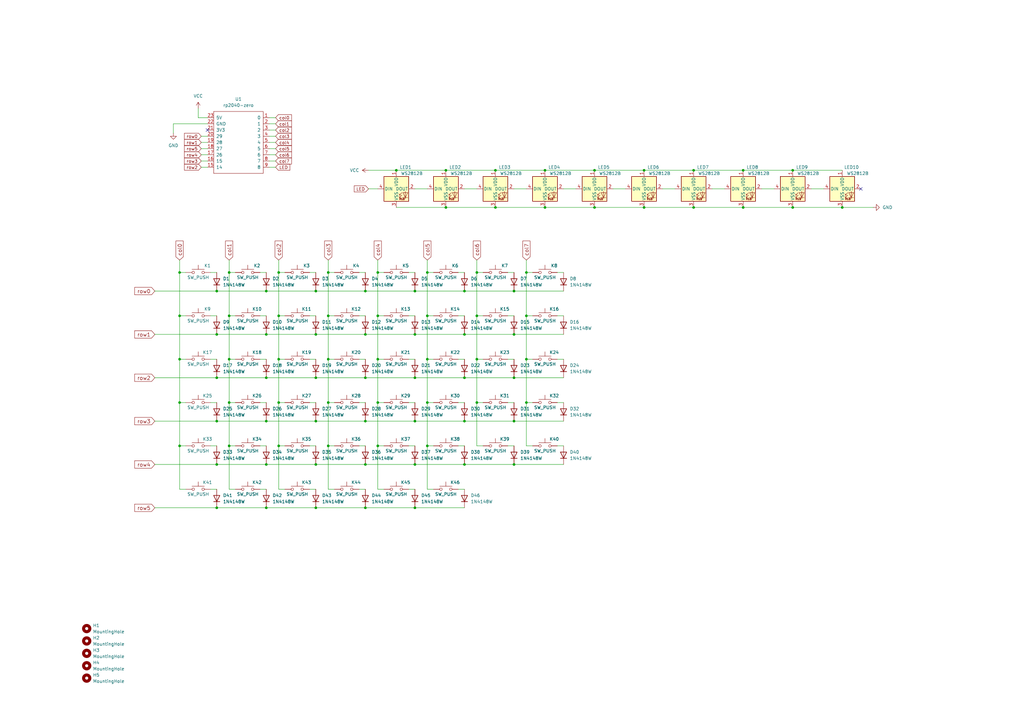
<source format=kicad_sch>
(kicad_sch (version 20230121) (generator eeschema)

  (uuid 4311dc11-8134-4c04-b183-b185c048c825)

  (paper "A3")

  (title_block
    (title " Tutorial1")
  )

  (lib_symbols
    (symbol "Diode:1N4148W" (pin_numbers hide) (pin_names hide) (in_bom yes) (on_board yes)
      (property "Reference" "D" (at 0 2.54 0)
        (effects (font (size 1.27 1.27)))
      )
      (property "Value" "1N4148W" (at 0 -2.54 0)
        (effects (font (size 1.27 1.27)))
      )
      (property "Footprint" "Diode_SMD:D_SOD-123" (at 0 -4.445 0)
        (effects (font (size 1.27 1.27)) hide)
      )
      (property "Datasheet" "https://www.vishay.com/docs/85748/1n4148w.pdf" (at 0 0 0)
        (effects (font (size 1.27 1.27)) hide)
      )
      (property "Sim.Device" "D" (at 0 0 0)
        (effects (font (size 1.27 1.27)) hide)
      )
      (property "Sim.Pins" "1=K 2=A" (at 0 0 0)
        (effects (font (size 1.27 1.27)) hide)
      )
      (property "ki_keywords" "diode" (at 0 0 0)
        (effects (font (size 1.27 1.27)) hide)
      )
      (property "ki_description" "75V 0.15A Fast Switching Diode, SOD-123" (at 0 0 0)
        (effects (font (size 1.27 1.27)) hide)
      )
      (property "ki_fp_filters" "D*SOD?123*" (at 0 0 0)
        (effects (font (size 1.27 1.27)) hide)
      )
      (symbol "1N4148W_0_1"
        (polyline
          (pts
            (xy -1.27 1.27)
            (xy -1.27 -1.27)
          )
          (stroke (width 0.254) (type default))
          (fill (type none))
        )
        (polyline
          (pts
            (xy 1.27 0)
            (xy -1.27 0)
          )
          (stroke (width 0) (type default))
          (fill (type none))
        )
        (polyline
          (pts
            (xy 1.27 1.27)
            (xy 1.27 -1.27)
            (xy -1.27 0)
            (xy 1.27 1.27)
          )
          (stroke (width 0.254) (type default))
          (fill (type none))
        )
      )
      (symbol "1N4148W_1_1"
        (pin passive line (at -3.81 0 0) (length 2.54)
          (name "K" (effects (font (size 1.27 1.27))))
          (number "1" (effects (font (size 1.27 1.27))))
        )
        (pin passive line (at 3.81 0 180) (length 2.54)
          (name "A" (effects (font (size 1.27 1.27))))
          (number "2" (effects (font (size 1.27 1.27))))
        )
      )
    )
    (symbol "GND_1" (power) (pin_names (offset 0)) (in_bom yes) (on_board yes)
      (property "Reference" "#PWR" (at 0 -6.35 0)
        (effects (font (size 1.27 1.27)) hide)
      )
      (property "Value" "GND_1" (at 0 -3.81 0)
        (effects (font (size 1.27 1.27)))
      )
      (property "Footprint" "" (at 0 0 0)
        (effects (font (size 1.27 1.27)) hide)
      )
      (property "Datasheet" "" (at 0 0 0)
        (effects (font (size 1.27 1.27)) hide)
      )
      (property "ki_keywords" "global power" (at 0 0 0)
        (effects (font (size 1.27 1.27)) hide)
      )
      (property "ki_description" "Power symbol creates a global label with name \"GND\" , ground" (at 0 0 0)
        (effects (font (size 1.27 1.27)) hide)
      )
      (symbol "GND_1_0_1"
        (polyline
          (pts
            (xy 0 0)
            (xy 0 -1.27)
            (xy 1.27 -1.27)
            (xy 0 -2.54)
            (xy -1.27 -1.27)
            (xy 0 -1.27)
          )
          (stroke (width 0) (type default))
          (fill (type none))
        )
      )
      (symbol "GND_1_1_1"
        (pin power_in line (at 0 0 270) (length 0) hide
          (name "GND" (effects (font (size 1.27 1.27))))
          (number "1" (effects (font (size 1.27 1.27))))
        )
      )
    )
    (symbol "GND_2" (power) (pin_names (offset 0)) (in_bom yes) (on_board yes)
      (property "Reference" "#PWR" (at 0 -6.35 0)
        (effects (font (size 1.27 1.27)) hide)
      )
      (property "Value" "GND_2" (at 0 -3.81 0)
        (effects (font (size 1.27 1.27)))
      )
      (property "Footprint" "" (at 0 0 0)
        (effects (font (size 1.27 1.27)) hide)
      )
      (property "Datasheet" "" (at 0 0 0)
        (effects (font (size 1.27 1.27)) hide)
      )
      (property "ki_keywords" "global power" (at 0 0 0)
        (effects (font (size 1.27 1.27)) hide)
      )
      (property "ki_description" "Power symbol creates a global label with name \"GND\" , ground" (at 0 0 0)
        (effects (font (size 1.27 1.27)) hide)
      )
      (symbol "GND_2_0_1"
        (polyline
          (pts
            (xy 0 0)
            (xy 0 -1.27)
            (xy 1.27 -1.27)
            (xy 0 -2.54)
            (xy -1.27 -1.27)
            (xy 0 -1.27)
          )
          (stroke (width 0) (type default))
          (fill (type none))
        )
      )
      (symbol "GND_2_1_1"
        (pin power_in line (at 0 0 270) (length 0) hide
          (name "GND" (effects (font (size 1.27 1.27))))
          (number "1" (effects (font (size 1.27 1.27))))
        )
      )
    )
    (symbol "LED:WS2812B" (pin_names (offset 0.254)) (in_bom yes) (on_board yes)
      (property "Reference" "D" (at 5.08 5.715 0)
        (effects (font (size 1.27 1.27)) (justify right bottom))
      )
      (property "Value" "WS2812B" (at 1.27 -5.715 0)
        (effects (font (size 1.27 1.27)) (justify left top))
      )
      (property "Footprint" "LED_SMD:LED_WS2812B_PLCC4_5.0x5.0mm_P3.2mm" (at 1.27 -7.62 0)
        (effects (font (size 1.27 1.27)) (justify left top) hide)
      )
      (property "Datasheet" "https://cdn-shop.adafruit.com/datasheets/WS2812B.pdf" (at 2.54 -9.525 0)
        (effects (font (size 1.27 1.27)) (justify left top) hide)
      )
      (property "ki_keywords" "RGB LED NeoPixel addressable" (at 0 0 0)
        (effects (font (size 1.27 1.27)) hide)
      )
      (property "ki_description" "RGB LED with integrated controller" (at 0 0 0)
        (effects (font (size 1.27 1.27)) hide)
      )
      (property "ki_fp_filters" "LED*WS2812*PLCC*5.0x5.0mm*P3.2mm*" (at 0 0 0)
        (effects (font (size 1.27 1.27)) hide)
      )
      (symbol "WS2812B_0_0"
        (text "RGB" (at 2.286 -4.191 0)
          (effects (font (size 0.762 0.762)))
        )
      )
      (symbol "WS2812B_0_1"
        (polyline
          (pts
            (xy 1.27 -3.556)
            (xy 1.778 -3.556)
          )
          (stroke (width 0) (type default))
          (fill (type none))
        )
        (polyline
          (pts
            (xy 1.27 -2.54)
            (xy 1.778 -2.54)
          )
          (stroke (width 0) (type default))
          (fill (type none))
        )
        (polyline
          (pts
            (xy 4.699 -3.556)
            (xy 2.667 -3.556)
          )
          (stroke (width 0) (type default))
          (fill (type none))
        )
        (polyline
          (pts
            (xy 2.286 -2.54)
            (xy 1.27 -3.556)
            (xy 1.27 -3.048)
          )
          (stroke (width 0) (type default))
          (fill (type none))
        )
        (polyline
          (pts
            (xy 2.286 -1.524)
            (xy 1.27 -2.54)
            (xy 1.27 -2.032)
          )
          (stroke (width 0) (type default))
          (fill (type none))
        )
        (polyline
          (pts
            (xy 3.683 -1.016)
            (xy 3.683 -3.556)
            (xy 3.683 -4.064)
          )
          (stroke (width 0) (type default))
          (fill (type none))
        )
        (polyline
          (pts
            (xy 4.699 -1.524)
            (xy 2.667 -1.524)
            (xy 3.683 -3.556)
            (xy 4.699 -1.524)
          )
          (stroke (width 0) (type default))
          (fill (type none))
        )
        (rectangle (start 5.08 5.08) (end -5.08 -5.08)
          (stroke (width 0.254) (type default))
          (fill (type background))
        )
      )
      (symbol "WS2812B_1_1"
        (pin power_in line (at 0 7.62 270) (length 2.54)
          (name "VDD" (effects (font (size 1.27 1.27))))
          (number "1" (effects (font (size 1.27 1.27))))
        )
        (pin output line (at 7.62 0 180) (length 2.54)
          (name "DOUT" (effects (font (size 1.27 1.27))))
          (number "2" (effects (font (size 1.27 1.27))))
        )
        (pin power_in line (at 0 -7.62 90) (length 2.54)
          (name "VSS" (effects (font (size 1.27 1.27))))
          (number "3" (effects (font (size 1.27 1.27))))
        )
        (pin input line (at -7.62 0 0) (length 2.54)
          (name "DIN" (effects (font (size 1.27 1.27))))
          (number "4" (effects (font (size 1.27 1.27))))
        )
      )
    )
    (symbol "Mechanical:MountingHole" (pin_names (offset 1.016)) (in_bom yes) (on_board yes)
      (property "Reference" "H" (at 0 5.08 0)
        (effects (font (size 1.27 1.27)))
      )
      (property "Value" "MountingHole" (at 0 3.175 0)
        (effects (font (size 1.27 1.27)))
      )
      (property "Footprint" "" (at 0 0 0)
        (effects (font (size 1.27 1.27)) hide)
      )
      (property "Datasheet" "~" (at 0 0 0)
        (effects (font (size 1.27 1.27)) hide)
      )
      (property "ki_keywords" "mounting hole" (at 0 0 0)
        (effects (font (size 1.27 1.27)) hide)
      )
      (property "ki_description" "Mounting Hole without connection" (at 0 0 0)
        (effects (font (size 1.27 1.27)) hide)
      )
      (property "ki_fp_filters" "MountingHole*" (at 0 0 0)
        (effects (font (size 1.27 1.27)) hide)
      )
      (symbol "MountingHole_0_1"
        (circle (center 0 0) (radius 1.27)
          (stroke (width 1.27) (type default))
          (fill (type none))
        )
      )
    )
    (symbol "Switch:SW_Push" (pin_numbers hide) (pin_names (offset 1.016) hide) (in_bom yes) (on_board yes)
      (property "Reference" "SW" (at 1.27 2.54 0)
        (effects (font (size 1.27 1.27)) (justify left))
      )
      (property "Value" "SW_Push" (at 0 -1.524 0)
        (effects (font (size 1.27 1.27)))
      )
      (property "Footprint" "" (at 0 5.08 0)
        (effects (font (size 1.27 1.27)) hide)
      )
      (property "Datasheet" "~" (at 0 5.08 0)
        (effects (font (size 1.27 1.27)) hide)
      )
      (property "ki_keywords" "switch normally-open pushbutton push-button" (at 0 0 0)
        (effects (font (size 1.27 1.27)) hide)
      )
      (property "ki_description" "Push button switch, generic, two pins" (at 0 0 0)
        (effects (font (size 1.27 1.27)) hide)
      )
      (symbol "SW_Push_0_1"
        (circle (center -2.032 0) (radius 0.508)
          (stroke (width 0) (type default))
          (fill (type none))
        )
        (polyline
          (pts
            (xy 0 1.27)
            (xy 0 3.048)
          )
          (stroke (width 0) (type default))
          (fill (type none))
        )
        (polyline
          (pts
            (xy 2.54 1.27)
            (xy -2.54 1.27)
          )
          (stroke (width 0) (type default))
          (fill (type none))
        )
        (circle (center 2.032 0) (radius 0.508)
          (stroke (width 0) (type default))
          (fill (type none))
        )
        (pin passive line (at -5.08 0 0) (length 2.54)
          (name "1" (effects (font (size 1.27 1.27))))
          (number "1" (effects (font (size 1.27 1.27))))
        )
        (pin passive line (at 5.08 0 180) (length 2.54)
          (name "2" (effects (font (size 1.27 1.27))))
          (number "2" (effects (font (size 1.27 1.27))))
        )
      )
    )
    (symbol "mcu:rp2040-zero-5Pads-Less" (pin_names (offset 1.016)) (in_bom yes) (on_board yes)
      (property "Reference" "U" (at 0 15.24 0)
        (effects (font (size 1.27 1.27)))
      )
      (property "Value" "rp2040-zero-5Pads-Less" (at 0 12.7 0)
        (effects (font (size 1.27 1.27)))
      )
      (property "Footprint" "" (at -8.89 5.08 0)
        (effects (font (size 1.27 1.27)) hide)
      )
      (property "Datasheet" "" (at -8.89 5.08 0)
        (effects (font (size 1.27 1.27)) hide)
      )
      (symbol "rp2040-zero-5Pads-Less_0_1"
        (rectangle (start -10.16 11.43) (end 10.16 -13.97)
          (stroke (width 0) (type default))
          (fill (type none))
        )
      )
      (symbol "rp2040-zero-5Pads-Less_1_1"
        (pin bidirectional line (at 12.7 8.89 180) (length 2.54)
          (name "0" (effects (font (size 1.27 1.27))))
          (number "1" (effects (font (size 1.27 1.27))))
        )
        (pin bidirectional line (at -12.7 -11.43 0) (length 2.54)
          (name "14" (effects (font (size 1.27 1.27))))
          (number "15" (effects (font (size 1.27 1.27))))
        )
        (pin bidirectional line (at -12.7 -8.89 0) (length 2.54)
          (name "15" (effects (font (size 1.27 1.27))))
          (number "16" (effects (font (size 1.27 1.27))))
        )
        (pin bidirectional line (at -12.7 -6.35 0) (length 2.54)
          (name "26" (effects (font (size 1.27 1.27))))
          (number "17" (effects (font (size 1.27 1.27))))
        )
        (pin bidirectional line (at -12.7 -3.81 0) (length 2.54)
          (name "27" (effects (font (size 1.27 1.27))))
          (number "18" (effects (font (size 1.27 1.27))))
        )
        (pin bidirectional line (at -12.7 -1.27 0) (length 2.54)
          (name "28" (effects (font (size 1.27 1.27))))
          (number "19" (effects (font (size 1.27 1.27))))
        )
        (pin bidirectional line (at 12.7 6.35 180) (length 2.54)
          (name "1" (effects (font (size 1.27 1.27))))
          (number "2" (effects (font (size 1.27 1.27))))
        )
        (pin bidirectional line (at -12.7 1.27 0) (length 2.54)
          (name "29" (effects (font (size 1.27 1.27))))
          (number "20" (effects (font (size 1.27 1.27))))
        )
        (pin power_out line (at -12.7 3.81 0) (length 2.54)
          (name "3V3" (effects (font (size 1.27 1.27))))
          (number "21" (effects (font (size 1.27 1.27))))
        )
        (pin power_out line (at -12.7 6.35 0) (length 2.54)
          (name "GND" (effects (font (size 1.27 1.27))))
          (number "22" (effects (font (size 1.27 1.27))))
        )
        (pin power_out line (at -12.7 8.89 0) (length 2.54)
          (name "5V" (effects (font (size 1.27 1.27))))
          (number "23" (effects (font (size 1.27 1.27))))
        )
        (pin bidirectional line (at 12.7 3.81 180) (length 2.54)
          (name "2" (effects (font (size 1.27 1.27))))
          (number "3" (effects (font (size 1.27 1.27))))
        )
        (pin bidirectional line (at 12.7 1.27 180) (length 2.54)
          (name "3" (effects (font (size 1.27 1.27))))
          (number "4" (effects (font (size 1.27 1.27))))
        )
        (pin bidirectional line (at 12.7 -1.27 180) (length 2.54)
          (name "4" (effects (font (size 1.27 1.27))))
          (number "5" (effects (font (size 1.27 1.27))))
        )
        (pin bidirectional line (at 12.7 -3.81 180) (length 2.54)
          (name "5" (effects (font (size 1.27 1.27))))
          (number "6" (effects (font (size 1.27 1.27))))
        )
        (pin bidirectional line (at 12.7 -6.35 180) (length 2.54)
          (name "6" (effects (font (size 1.27 1.27))))
          (number "7" (effects (font (size 1.27 1.27))))
        )
        (pin bidirectional line (at 12.7 -8.89 180) (length 2.54)
          (name "7" (effects (font (size 1.27 1.27))))
          (number "8" (effects (font (size 1.27 1.27))))
        )
        (pin bidirectional line (at 12.7 -11.43 180) (length 2.54)
          (name "8" (effects (font (size 1.27 1.27))))
          (number "9" (effects (font (size 1.27 1.27))))
        )
      )
    )
    (symbol "power:VCC" (power) (pin_names (offset 0)) (in_bom yes) (on_board yes)
      (property "Reference" "#PWR" (at 0 -3.81 0)
        (effects (font (size 1.27 1.27)) hide)
      )
      (property "Value" "VCC" (at 0 3.81 0)
        (effects (font (size 1.27 1.27)))
      )
      (property "Footprint" "" (at 0 0 0)
        (effects (font (size 1.27 1.27)) hide)
      )
      (property "Datasheet" "" (at 0 0 0)
        (effects (font (size 1.27 1.27)) hide)
      )
      (property "ki_keywords" "global power" (at 0 0 0)
        (effects (font (size 1.27 1.27)) hide)
      )
      (property "ki_description" "Power symbol creates a global label with name \"VCC\"" (at 0 0 0)
        (effects (font (size 1.27 1.27)) hide)
      )
      (symbol "VCC_0_1"
        (polyline
          (pts
            (xy -0.762 1.27)
            (xy 0 2.54)
          )
          (stroke (width 0) (type default))
          (fill (type none))
        )
        (polyline
          (pts
            (xy 0 0)
            (xy 0 2.54)
          )
          (stroke (width 0) (type default))
          (fill (type none))
        )
        (polyline
          (pts
            (xy 0 2.54)
            (xy 0.762 1.27)
          )
          (stroke (width 0) (type default))
          (fill (type none))
        )
      )
      (symbol "VCC_1_1"
        (pin power_in line (at 0 0 90) (length 0) hide
          (name "VCC" (effects (font (size 1.27 1.27))))
          (number "1" (effects (font (size 1.27 1.27))))
        )
      )
    )
  )

  (junction (at 284.48 69.85) (diameter 0) (color 0 0 0 0)
    (uuid 00cc09b1-8918-4a95-9a32-800a0b8126f8)
  )
  (junction (at 73.66 111.76) (diameter 0) (color 0 0 0 0)
    (uuid 05940eba-5652-47d3-b09b-6072091d3891)
  )
  (junction (at 88.9 208.28) (diameter 0) (color 0 0 0 0)
    (uuid 059ae4d2-e0f3-4aab-a8a5-0e81759740fc)
  )
  (junction (at 210.82 137.16) (diameter 0) (color 0 0 0 0)
    (uuid 05a3cd47-5d65-43b9-a9ca-021bc0f432b4)
  )
  (junction (at 170.18 137.16) (diameter 0) (color 0 0 0 0)
    (uuid 064af892-a1de-4f7a-a7ff-a14120f9cbcc)
  )
  (junction (at 129.54 119.38) (diameter 0) (color 0 0 0 0)
    (uuid 09ea058f-efba-4cac-b514-66f4cd9fe615)
  )
  (junction (at 114.3 129.54) (diameter 0) (color 0 0 0 0)
    (uuid 0cbfd8c7-830b-447c-9d4b-c547adac3f71)
  )
  (junction (at 182.88 85.09) (diameter 0) (color 0 0 0 0)
    (uuid 0db68b2c-e2b4-4989-9b6b-04fcd738e6d9)
  )
  (junction (at 195.58 129.54) (diameter 0) (color 0 0 0 0)
    (uuid 0df8482a-29e7-4fcc-8de8-2ac18b9efb73)
  )
  (junction (at 129.54 172.72) (diameter 0) (color 0 0 0 0)
    (uuid 108d1a73-6221-4041-95ce-1cf4303b1bcf)
  )
  (junction (at 243.84 69.85) (diameter 0) (color 0 0 0 0)
    (uuid 11655977-57fb-49ff-a7f7-ab00e98038f4)
  )
  (junction (at 190.5 172.72) (diameter 0) (color 0 0 0 0)
    (uuid 12ccdc4a-f10c-4ead-90fe-c7584cf37d56)
  )
  (junction (at 190.5 137.16) (diameter 0) (color 0 0 0 0)
    (uuid 12d42146-ec6b-4698-a482-d9f85c8528cf)
  )
  (junction (at 190.5 154.94) (diameter 0) (color 0 0 0 0)
    (uuid 1417b25d-7f2e-45cf-8a70-7266fc26b418)
  )
  (junction (at 109.22 154.94) (diameter 0) (color 0 0 0 0)
    (uuid 172dff5c-a402-4325-b4fb-3daee83bdf12)
  )
  (junction (at 195.58 165.1) (diameter 0) (color 0 0 0 0)
    (uuid 1a45e5eb-760d-4393-8fb1-51f3b45af0eb)
  )
  (junction (at 73.66 165.1) (diameter 0) (color 0 0 0 0)
    (uuid 1a5bc65b-d8b3-4ac2-967f-51ca7e09bc80)
  )
  (junction (at 114.3 182.88) (diameter 0) (color 0 0 0 0)
    (uuid 1aa541ac-7eb5-4882-abf3-39479d7ce354)
  )
  (junction (at 149.86 172.72) (diameter 0) (color 0 0 0 0)
    (uuid 1ebdbe7c-32f6-4432-97f4-dd27095600ed)
  )
  (junction (at 129.54 154.94) (diameter 0) (color 0 0 0 0)
    (uuid 1ffdb304-b7dd-4d3c-99de-b90321d5386c)
  )
  (junction (at 210.82 154.94) (diameter 0) (color 0 0 0 0)
    (uuid 2087f95f-a15d-4043-a0bc-f75d7253021d)
  )
  (junction (at 203.2 85.09) (diameter 0) (color 0 0 0 0)
    (uuid 2364d7cd-c6cb-494f-a3a6-3e93c5488713)
  )
  (junction (at 210.82 119.38) (diameter 0) (color 0 0 0 0)
    (uuid 23dac795-3ab3-48bf-a035-82703cb00a98)
  )
  (junction (at 149.86 119.38) (diameter 0) (color 0 0 0 0)
    (uuid 25610121-ca0d-41af-a49f-b2c4f39d177e)
  )
  (junction (at 325.12 85.09) (diameter 0) (color 0 0 0 0)
    (uuid 2588a0c5-9ed1-4074-a8a6-01f7c96a5f67)
  )
  (junction (at 210.82 190.5) (diameter 0) (color 0 0 0 0)
    (uuid 27452d77-7fa6-47f8-aa27-4a83640f5989)
  )
  (junction (at 149.86 190.5) (diameter 0) (color 0 0 0 0)
    (uuid 2c553d6d-d8bf-4dcf-96eb-bd9573f840ec)
  )
  (junction (at 88.9 154.94) (diameter 0) (color 0 0 0 0)
    (uuid 32c1f13d-dc70-47b7-92ec-7072a3ae6dd8)
  )
  (junction (at 134.62 111.76) (diameter 0) (color 0 0 0 0)
    (uuid 33f85f65-c163-41b3-b363-f417cbc458a7)
  )
  (junction (at 88.9 137.16) (diameter 0) (color 0 0 0 0)
    (uuid 37f83bfa-9b62-465d-b935-e620ff589cb1)
  )
  (junction (at 129.54 208.28) (diameter 0) (color 0 0 0 0)
    (uuid 3efb494d-23b8-46c0-8217-0181bbf2b750)
  )
  (junction (at 154.94 182.88) (diameter 0) (color 0 0 0 0)
    (uuid 456c0c50-2b25-4931-a6ce-689bd5cb616f)
  )
  (junction (at 134.62 129.54) (diameter 0) (color 0 0 0 0)
    (uuid 474dbec0-54d0-40af-b864-c9beaf8faf44)
  )
  (junction (at 114.3 165.1) (diameter 0) (color 0 0 0 0)
    (uuid 47f45504-1d06-4e51-b391-a732e2992d41)
  )
  (junction (at 134.62 182.88) (diameter 0) (color 0 0 0 0)
    (uuid 4c314e56-81e3-42c6-92fd-1d09c68ffb24)
  )
  (junction (at 170.18 119.38) (diameter 0) (color 0 0 0 0)
    (uuid 4cb38ec4-7759-416d-976b-2fbb28269656)
  )
  (junction (at 129.54 190.5) (diameter 0) (color 0 0 0 0)
    (uuid 5bba3b29-f67c-4ae6-b161-8a84dfee2a94)
  )
  (junction (at 170.18 172.72) (diameter 0) (color 0 0 0 0)
    (uuid 5eb3005f-327f-4446-a7d3-3580eef04f15)
  )
  (junction (at 154.94 165.1) (diameter 0) (color 0 0 0 0)
    (uuid 60849784-a0d5-4c80-8c3c-8634393a8d64)
  )
  (junction (at 175.26 147.32) (diameter 0) (color 0 0 0 0)
    (uuid 632df85d-d6cc-4fbb-a092-4364d2d47e54)
  )
  (junction (at 190.5 190.5) (diameter 0) (color 0 0 0 0)
    (uuid 6797ec55-fa85-49c0-8c4b-f804842d1041)
  )
  (junction (at 223.52 69.85) (diameter 0) (color 0 0 0 0)
    (uuid 6a9b176e-d8ff-41f2-b9cd-7434cb77288a)
  )
  (junction (at 154.94 147.32) (diameter 0) (color 0 0 0 0)
    (uuid 74e82072-5c65-4269-88dd-0e0281a9a651)
  )
  (junction (at 175.26 165.1) (diameter 0) (color 0 0 0 0)
    (uuid 7a4b0a68-3e79-4896-958e-72837470c2d5)
  )
  (junction (at 149.86 137.16) (diameter 0) (color 0 0 0 0)
    (uuid 80cab61d-d626-4ad6-b6e9-5bfdaac06109)
  )
  (junction (at 175.26 111.76) (diameter 0) (color 0 0 0 0)
    (uuid 8467190c-65c4-46d6-9b02-ea483b99fcf5)
  )
  (junction (at 215.9 165.1) (diameter 0) (color 0 0 0 0)
    (uuid 85a1020d-d8f1-4e55-bc6a-5ebebb8be3b4)
  )
  (junction (at 175.26 182.88) (diameter 0) (color 0 0 0 0)
    (uuid 86c3f75f-b825-4bdf-bb45-252bafe21602)
  )
  (junction (at 215.9 111.76) (diameter 0) (color 0 0 0 0)
    (uuid 87e4022c-539d-4424-bcec-31e6e1c69942)
  )
  (junction (at 170.18 154.94) (diameter 0) (color 0 0 0 0)
    (uuid 905e827b-ff36-46bb-aa83-ed4ba540f1c3)
  )
  (junction (at 162.56 69.85) (diameter 0) (color 0 0 0 0)
    (uuid 91c7ad8b-94cb-45e1-b8a8-8f24d3451ba9)
  )
  (junction (at 243.84 85.09) (diameter 0) (color 0 0 0 0)
    (uuid 93fa8e41-f89b-4280-97d7-dbe4b736ee71)
  )
  (junction (at 134.62 147.32) (diameter 0) (color 0 0 0 0)
    (uuid 95f4d63c-5cc6-4e8f-93a0-46ab32231256)
  )
  (junction (at 154.94 129.54) (diameter 0) (color 0 0 0 0)
    (uuid 976274f8-6e83-480b-90bd-c70ae4485fb0)
  )
  (junction (at 345.44 85.09) (diameter 0) (color 0 0 0 0)
    (uuid 98b089cb-6077-4e48-8b37-e1f1029a11a9)
  )
  (junction (at 195.58 111.76) (diameter 0) (color 0 0 0 0)
    (uuid 9b0912a4-52c1-4248-ba2a-2067655be0df)
  )
  (junction (at 129.54 137.16) (diameter 0) (color 0 0 0 0)
    (uuid 9b369c30-9431-4b18-9211-5aa3a3920427)
  )
  (junction (at 134.62 165.1) (diameter 0) (color 0 0 0 0)
    (uuid 9b6ec31c-ae3b-4bbc-b3a8-b89e7f6a6f6e)
  )
  (junction (at 170.18 190.5) (diameter 0) (color 0 0 0 0)
    (uuid 9c91c5cd-ecba-4198-803a-b4db79ce04a4)
  )
  (junction (at 325.12 69.85) (diameter 0) (color 0 0 0 0)
    (uuid a6c565a3-491f-4486-b170-11bbbbfe737e)
  )
  (junction (at 195.58 147.32) (diameter 0) (color 0 0 0 0)
    (uuid b171e3da-8f7a-4f36-a90d-414b9e8f8135)
  )
  (junction (at 304.8 69.85) (diameter 0) (color 0 0 0 0)
    (uuid b877233c-1283-42c8-8798-951f8d8b2174)
  )
  (junction (at 170.18 208.28) (diameter 0) (color 0 0 0 0)
    (uuid ba34d1f1-6c4e-484f-93b1-ae9cb42f14f7)
  )
  (junction (at 264.16 85.09) (diameter 0) (color 0 0 0 0)
    (uuid bb0852e2-01b4-4dba-82ab-425ce770fd3e)
  )
  (junction (at 93.98 182.88) (diameter 0) (color 0 0 0 0)
    (uuid bc7c5e9c-0229-45d4-bc05-62e81486a693)
  )
  (junction (at 93.98 111.76) (diameter 0) (color 0 0 0 0)
    (uuid bdaaca6c-35d3-4ad5-9c95-ee7bc65ed705)
  )
  (junction (at 88.9 119.38) (diameter 0) (color 0 0 0 0)
    (uuid bf8f313e-a3ea-4c31-8b5c-bdb0f794ba76)
  )
  (junction (at 223.52 85.09) (diameter 0) (color 0 0 0 0)
    (uuid c433d39d-066b-4a17-9f04-f510269c2f61)
  )
  (junction (at 88.9 190.5) (diameter 0) (color 0 0 0 0)
    (uuid c6e209d2-bff8-4f16-a8a7-266e39279ed4)
  )
  (junction (at 215.9 147.32) (diameter 0) (color 0 0 0 0)
    (uuid c8994313-8023-4855-be9c-d6e1ee35c44b)
  )
  (junction (at 93.98 165.1) (diameter 0) (color 0 0 0 0)
    (uuid cd4108a0-cba3-45e4-92e1-c825156fd603)
  )
  (junction (at 154.94 111.76) (diameter 0) (color 0 0 0 0)
    (uuid d0d046f1-fc96-401b-8917-2c4d6b3f7bf5)
  )
  (junction (at 73.66 182.88) (diameter 0) (color 0 0 0 0)
    (uuid d1fc78ed-66fc-4f16-8269-84a72a84df29)
  )
  (junction (at 73.66 129.54) (diameter 0) (color 0 0 0 0)
    (uuid d2448e23-ec04-4f4d-ad1a-68cdfb1a8bec)
  )
  (junction (at 109.22 190.5) (diameter 0) (color 0 0 0 0)
    (uuid d37a5a40-104d-4957-b8ce-b7513910ad66)
  )
  (junction (at 93.98 147.32) (diameter 0) (color 0 0 0 0)
    (uuid d5f0c7e0-20e2-40d7-9124-3a63a5a7947f)
  )
  (junction (at 114.3 111.76) (diameter 0) (color 0 0 0 0)
    (uuid d6acd821-a8cd-4091-ada1-ae8d8fcb9c55)
  )
  (junction (at 88.9 172.72) (diameter 0) (color 0 0 0 0)
    (uuid d6b9c446-8e7c-41fa-ba39-d1bc1f1e290c)
  )
  (junction (at 175.26 129.54) (diameter 0) (color 0 0 0 0)
    (uuid d85a87c1-d333-4f25-a43c-c57925c48858)
  )
  (junction (at 304.8 85.09) (diameter 0) (color 0 0 0 0)
    (uuid d9458103-51a7-4fb3-94c6-ea11403a0b0f)
  )
  (junction (at 114.3 147.32) (diameter 0) (color 0 0 0 0)
    (uuid db1752b4-52a7-45c4-ba89-cf4fe9996fea)
  )
  (junction (at 149.86 154.94) (diameter 0) (color 0 0 0 0)
    (uuid ddb495b5-ae27-4643-b5be-9004c29a18fc)
  )
  (junction (at 149.86 208.28) (diameter 0) (color 0 0 0 0)
    (uuid e525f95e-e8ec-4b02-b85b-b7464d1719ca)
  )
  (junction (at 210.82 172.72) (diameter 0) (color 0 0 0 0)
    (uuid e76c2c75-dab4-41de-a066-ed1ecbb670ff)
  )
  (junction (at 109.22 137.16) (diameter 0) (color 0 0 0 0)
    (uuid e8c12f11-6ee4-4478-916e-7b96232f70e6)
  )
  (junction (at 109.22 208.28) (diameter 0) (color 0 0 0 0)
    (uuid eb92bd44-66e4-474d-ba12-4d58cf996d58)
  )
  (junction (at 264.16 69.85) (diameter 0) (color 0 0 0 0)
    (uuid ec3e043a-4d1e-4472-9f14-eafea02987d5)
  )
  (junction (at 93.98 129.54) (diameter 0) (color 0 0 0 0)
    (uuid ed997b06-ff00-46fd-aede-845e5a7be86e)
  )
  (junction (at 203.2 69.85) (diameter 0) (color 0 0 0 0)
    (uuid ee3d92dd-6ec9-4c16-a8b4-4a1cc4ae6792)
  )
  (junction (at 73.66 147.32) (diameter 0) (color 0 0 0 0)
    (uuid f0ceb5d5-2ee3-4ce8-9904-a9780b175f79)
  )
  (junction (at 284.48 85.09) (diameter 0) (color 0 0 0 0)
    (uuid f1b87178-ccd3-4cd0-9ed8-4e59f6834106)
  )
  (junction (at 182.88 69.85) (diameter 0) (color 0 0 0 0)
    (uuid f359d626-0ccf-48e2-9228-62bbf705a845)
  )
  (junction (at 109.22 119.38) (diameter 0) (color 0 0 0 0)
    (uuid f7e97fff-59b0-4713-a32d-1ad5ed95774d)
  )
  (junction (at 109.22 172.72) (diameter 0) (color 0 0 0 0)
    (uuid fb96d8ce-a2ef-45d2-b0be-370a959c9437)
  )
  (junction (at 190.5 119.38) (diameter 0) (color 0 0 0 0)
    (uuid fbbc361d-dce4-438e-b6c8-be2efe8a1ddf)
  )
  (junction (at 215.9 129.54) (diameter 0) (color 0 0 0 0)
    (uuid fcbb9f86-829e-400b-8fbb-85572a4ce7be)
  )

  (no_connect (at 85.09 53.34) (uuid 3ccc3272-4a09-47da-8e1d-b396d541601f))
  (no_connect (at 353.06 77.47) (uuid dc62bda5-b860-4a93-a79a-546172aa41e9))

  (wire (pts (xy 170.18 154.94) (xy 190.5 154.94))
    (stroke (width 0) (type default))
    (uuid 0272d12b-4493-45ac-8fef-0d6789e1b34e)
  )
  (wire (pts (xy 325.12 69.85) (xy 345.44 69.85))
    (stroke (width 0) (type default))
    (uuid 05395aa5-7f0e-4afe-a284-9220732e46da)
  )
  (wire (pts (xy 86.36 200.66) (xy 88.9 200.66))
    (stroke (width 0) (type default))
    (uuid 06e9131d-b09d-4509-b4db-04d1ec02d827)
  )
  (wire (pts (xy 82.55 68.58) (xy 85.09 68.58))
    (stroke (width 0) (type default))
    (uuid 070b745d-34c2-48ce-93c2-8f64690638c5)
  )
  (wire (pts (xy 63.5 137.16) (xy 88.9 137.16))
    (stroke (width 0) (type default))
    (uuid 093cbd3e-65e2-4a5d-8bdc-01af7d039187)
  )
  (wire (pts (xy 86.36 182.88) (xy 88.9 182.88))
    (stroke (width 0) (type default))
    (uuid 09a6f784-e681-46ef-a1be-7ce66a06c4e7)
  )
  (wire (pts (xy 114.3 106.68) (xy 114.3 111.76))
    (stroke (width 0) (type default))
    (uuid 09b5d8da-9f3f-4d96-9caf-22b898e87d9e)
  )
  (wire (pts (xy 73.66 111.76) (xy 76.2 111.76))
    (stroke (width 0) (type default))
    (uuid 09fb982c-c2a4-465b-9572-a9a0e75df715)
  )
  (wire (pts (xy 195.58 182.88) (xy 195.58 165.1))
    (stroke (width 0) (type default))
    (uuid 0a9a84e0-1999-4bdf-8e06-e594adf78d53)
  )
  (wire (pts (xy 114.3 111.76) (xy 114.3 129.54))
    (stroke (width 0) (type default))
    (uuid 0aeabf4d-ecd5-4116-9b1f-674d6cfea65d)
  )
  (wire (pts (xy 154.94 182.88) (xy 154.94 165.1))
    (stroke (width 0) (type default))
    (uuid 0bbaf19a-feb6-4a4b-9489-75a616579aa3)
  )
  (wire (pts (xy 114.3 182.88) (xy 116.84 182.88))
    (stroke (width 0) (type default))
    (uuid 0bd08c54-d516-43c8-a489-4623ac0395be)
  )
  (wire (pts (xy 114.3 129.54) (xy 116.84 129.54))
    (stroke (width 0) (type default))
    (uuid 0c647183-2a1d-4f0f-b151-0eaa59dea992)
  )
  (wire (pts (xy 82.55 66.04) (xy 85.09 66.04))
    (stroke (width 0) (type default))
    (uuid 0d5bb270-269b-4026-82c5-3b839522c48e)
  )
  (wire (pts (xy 106.68 182.88) (xy 109.22 182.88))
    (stroke (width 0) (type default))
    (uuid 0d717d2d-db77-4dae-8850-8cbd8e9e6f8a)
  )
  (wire (pts (xy 187.96 200.66) (xy 190.5 200.66))
    (stroke (width 0) (type default))
    (uuid 0e6acf8c-5c17-4edd-85cf-61faf605b46d)
  )
  (wire (pts (xy 73.66 111.76) (xy 73.66 129.54))
    (stroke (width 0) (type default))
    (uuid 0f0556b2-75cc-405b-81f2-ba125595034a)
  )
  (wire (pts (xy 345.44 85.09) (xy 358.14 85.09))
    (stroke (width 0) (type default))
    (uuid 0fa769e2-6db6-4a55-8352-50378aa55c5f)
  )
  (wire (pts (xy 195.58 147.32) (xy 198.12 147.32))
    (stroke (width 0) (type default))
    (uuid 10647c41-6ac0-4c79-ad29-7517ad015fff)
  )
  (wire (pts (xy 110.49 60.96) (xy 113.03 60.96))
    (stroke (width 0) (type default))
    (uuid 10e635bb-4284-4c1d-8632-77df2f1cb717)
  )
  (wire (pts (xy 203.2 69.85) (xy 223.52 69.85))
    (stroke (width 0) (type default))
    (uuid 1233e140-0f92-4d6b-8dbf-333655e3b796)
  )
  (wire (pts (xy 149.86 154.94) (xy 170.18 154.94))
    (stroke (width 0) (type default))
    (uuid 135c6dba-ec01-4c97-832b-5761b3448e39)
  )
  (wire (pts (xy 162.56 85.09) (xy 182.88 85.09))
    (stroke (width 0) (type default))
    (uuid 14626f32-6f22-4a97-bb73-5fce926e1878)
  )
  (wire (pts (xy 210.82 77.47) (xy 215.9 77.47))
    (stroke (width 0) (type default))
    (uuid 1651e74b-1d37-470a-aa18-0982ec454c74)
  )
  (wire (pts (xy 73.66 129.54) (xy 76.2 129.54))
    (stroke (width 0) (type default))
    (uuid 176fccfb-6a2a-4287-be16-6ebfeed2681d)
  )
  (wire (pts (xy 93.98 200.66) (xy 96.52 200.66))
    (stroke (width 0) (type default))
    (uuid 17bdc2f5-7065-42b9-8d79-858b3f8385ef)
  )
  (wire (pts (xy 190.5 172.72) (xy 210.82 172.72))
    (stroke (width 0) (type default))
    (uuid 1808b0d9-7797-42a0-86f2-16664585e587)
  )
  (wire (pts (xy 182.88 69.85) (xy 203.2 69.85))
    (stroke (width 0) (type default))
    (uuid 18cef21d-6967-4c78-a091-e0a4bd73daa3)
  )
  (wire (pts (xy 243.84 69.85) (xy 223.52 69.85))
    (stroke (width 0) (type default))
    (uuid 190031f6-c5d6-4223-ad10-ae1320635554)
  )
  (wire (pts (xy 129.54 190.5) (xy 149.86 190.5))
    (stroke (width 0) (type default))
    (uuid 1a99ecba-89ba-4e37-8b02-a8ad26a277c9)
  )
  (wire (pts (xy 109.22 154.94) (xy 129.54 154.94))
    (stroke (width 0) (type default))
    (uuid 1c06ec69-8135-451a-b7e9-fccd704b4e75)
  )
  (wire (pts (xy 154.94 106.68) (xy 154.94 111.76))
    (stroke (width 0) (type default))
    (uuid 1f28b739-a86d-466e-b3ef-9e80c2c05aa3)
  )
  (wire (pts (xy 167.64 111.76) (xy 170.18 111.76))
    (stroke (width 0) (type default))
    (uuid 20aec6e9-151c-4ab0-9a54-119ec0f1b98c)
  )
  (wire (pts (xy 134.62 111.76) (xy 137.16 111.76))
    (stroke (width 0) (type default))
    (uuid 23509013-2ad4-4735-8b23-8049d342a4f7)
  )
  (wire (pts (xy 129.54 208.28) (xy 149.86 208.28))
    (stroke (width 0) (type default))
    (uuid 2483b968-34f2-41a3-8a57-662038d8de74)
  )
  (wire (pts (xy 114.3 182.88) (xy 114.3 165.1))
    (stroke (width 0) (type default))
    (uuid 24efcbda-d273-4f2b-9487-37f0facc4d7b)
  )
  (wire (pts (xy 210.82 137.16) (xy 231.14 137.16))
    (stroke (width 0) (type default))
    (uuid 261daa16-b5ba-4290-8bca-fcaefac22e15)
  )
  (wire (pts (xy 88.9 172.72) (xy 109.22 172.72))
    (stroke (width 0) (type default))
    (uuid 271a4f85-e8fe-4490-bc6d-54798f67f0c6)
  )
  (wire (pts (xy 167.64 200.66) (xy 170.18 200.66))
    (stroke (width 0) (type default))
    (uuid 2be64a70-9b93-4d9c-b975-49b1bb5ee06a)
  )
  (wire (pts (xy 264.16 85.09) (xy 243.84 85.09))
    (stroke (width 0) (type default))
    (uuid 2c39b677-1742-416e-976c-838f1fcd1018)
  )
  (wire (pts (xy 175.26 147.32) (xy 175.26 165.1))
    (stroke (width 0) (type default))
    (uuid 2c9e9495-c090-4e08-99be-b6a95bdce9e5)
  )
  (wire (pts (xy 114.3 165.1) (xy 116.84 165.1))
    (stroke (width 0) (type default))
    (uuid 3059bcec-a98d-45af-beb1-4ea3b910a81d)
  )
  (wire (pts (xy 175.26 111.76) (xy 175.26 129.54))
    (stroke (width 0) (type default))
    (uuid 311e78db-1ff6-4ace-be0b-d10e688e01fb)
  )
  (wire (pts (xy 223.52 85.09) (xy 243.84 85.09))
    (stroke (width 0) (type default))
    (uuid 3547ca1d-fb5f-4805-a26d-42531d312910)
  )
  (wire (pts (xy 292.1 77.47) (xy 297.18 77.47))
    (stroke (width 0) (type default))
    (uuid 378db4c1-de1b-48a9-919d-c5a9c585d3df)
  )
  (wire (pts (xy 114.3 147.32) (xy 116.84 147.32))
    (stroke (width 0) (type default))
    (uuid 381c62fc-13b3-48bc-9e5e-0f0c443dca8f)
  )
  (wire (pts (xy 134.62 147.32) (xy 134.62 165.1))
    (stroke (width 0) (type default))
    (uuid 385c6a6a-7691-435e-9bf2-69030571f353)
  )
  (wire (pts (xy 228.6 129.54) (xy 231.14 129.54))
    (stroke (width 0) (type default))
    (uuid 394c5396-b3b7-4db5-bcef-d4bb7652e47d)
  )
  (wire (pts (xy 170.18 208.28) (xy 190.5 208.28))
    (stroke (width 0) (type default))
    (uuid 3a7e18f0-da8a-4897-ae26-8338ee41f19f)
  )
  (wire (pts (xy 93.98 111.76) (xy 96.52 111.76))
    (stroke (width 0) (type default))
    (uuid 3ad940a4-8d95-4f6d-a007-50a290c70654)
  )
  (wire (pts (xy 151.13 77.47) (xy 154.94 77.47))
    (stroke (width 0) (type default))
    (uuid 3b03cb88-593e-49c5-a898-33b134525f20)
  )
  (wire (pts (xy 190.5 119.38) (xy 210.82 119.38))
    (stroke (width 0) (type default))
    (uuid 3b486140-d6dd-49c1-9623-000aefcd6052)
  )
  (wire (pts (xy 304.8 69.85) (xy 284.48 69.85))
    (stroke (width 0) (type default))
    (uuid 3c4e12c9-bd87-4650-9390-535f9e7c3c60)
  )
  (wire (pts (xy 210.82 172.72) (xy 231.14 172.72))
    (stroke (width 0) (type default))
    (uuid 3d3db469-3cf4-4808-8929-8a3e68d8009c)
  )
  (wire (pts (xy 170.18 172.72) (xy 190.5 172.72))
    (stroke (width 0) (type default))
    (uuid 41c3ee06-ad04-4d4e-900a-40356298eb3b)
  )
  (wire (pts (xy 284.48 69.85) (xy 264.16 69.85))
    (stroke (width 0) (type default))
    (uuid 436c3338-25c4-4dbe-8390-d7be0d2b46c9)
  )
  (wire (pts (xy 114.3 200.66) (xy 114.3 182.88))
    (stroke (width 0) (type default))
    (uuid 44165d8d-6d2f-4f31-a69b-43bbba3e73ce)
  )
  (wire (pts (xy 110.49 53.34) (xy 113.03 53.34))
    (stroke (width 0) (type default))
    (uuid 449edc4c-5026-4be0-b372-9f326c2fbd2c)
  )
  (wire (pts (xy 332.74 77.47) (xy 337.82 77.47))
    (stroke (width 0) (type default))
    (uuid 44e94f63-365a-4743-b70d-0cf49c9f9aea)
  )
  (wire (pts (xy 304.8 85.09) (xy 284.48 85.09))
    (stroke (width 0) (type default))
    (uuid 46cd8448-7b68-48d5-88e1-795eae6ebac0)
  )
  (wire (pts (xy 134.62 200.66) (xy 137.16 200.66))
    (stroke (width 0) (type default))
    (uuid 485421c3-146b-46dd-a590-84f765268a39)
  )
  (wire (pts (xy 93.98 106.68) (xy 93.98 111.76))
    (stroke (width 0) (type default))
    (uuid 48df2319-0db0-48cc-8840-43e4383e93cc)
  )
  (wire (pts (xy 73.66 147.32) (xy 76.2 147.32))
    (stroke (width 0) (type default))
    (uuid 496ed935-db25-4e67-8c46-d459ffa83f2a)
  )
  (wire (pts (xy 195.58 111.76) (xy 195.58 129.54))
    (stroke (width 0) (type default))
    (uuid 49b18c06-70de-439f-af41-b826cbf4e5ff)
  )
  (wire (pts (xy 110.49 48.26) (xy 113.03 48.26))
    (stroke (width 0) (type default))
    (uuid 4d9030b8-5c49-4ef5-b3a7-badda4211252)
  )
  (wire (pts (xy 195.58 147.32) (xy 195.58 165.1))
    (stroke (width 0) (type default))
    (uuid 4dd91858-a942-4bf1-acc6-bc794bf6dadb)
  )
  (wire (pts (xy 86.36 129.54) (xy 88.9 129.54))
    (stroke (width 0) (type default))
    (uuid 4e099551-336c-4ca0-8abf-bb6d7a98a715)
  )
  (wire (pts (xy 88.9 137.16) (xy 109.22 137.16))
    (stroke (width 0) (type default))
    (uuid 4eae53e6-44dd-4b0a-8d93-304418927c64)
  )
  (wire (pts (xy 81.28 44.45) (xy 81.28 48.26))
    (stroke (width 0) (type default))
    (uuid 4faded2b-8786-431c-8f3d-747a2efd8470)
  )
  (wire (pts (xy 134.62 129.54) (xy 137.16 129.54))
    (stroke (width 0) (type default))
    (uuid 50ef89c0-8c28-48bf-93a5-6b54cad5d0eb)
  )
  (wire (pts (xy 86.36 147.32) (xy 88.9 147.32))
    (stroke (width 0) (type default))
    (uuid 518f2152-c4d0-4db0-b620-63acdb5e3672)
  )
  (wire (pts (xy 210.82 119.38) (xy 231.14 119.38))
    (stroke (width 0) (type default))
    (uuid 531130a7-96cd-4765-8df3-fc915cf26f76)
  )
  (wire (pts (xy 88.9 208.28) (xy 109.22 208.28))
    (stroke (width 0) (type default))
    (uuid 5492c8e9-fae4-43a9-acd0-c5da6335cb09)
  )
  (wire (pts (xy 110.49 55.88) (xy 113.03 55.88))
    (stroke (width 0) (type default))
    (uuid 55fc34a0-650c-423a-8c10-cc57ce2c8028)
  )
  (wire (pts (xy 271.78 77.47) (xy 276.86 77.47))
    (stroke (width 0) (type default))
    (uuid 5790939c-caf3-4e95-b395-c0775d80e213)
  )
  (wire (pts (xy 134.62 147.32) (xy 137.16 147.32))
    (stroke (width 0) (type default))
    (uuid 57cf9295-5dee-49f7-9e48-d3ce439e14d7)
  )
  (wire (pts (xy 147.32 129.54) (xy 149.86 129.54))
    (stroke (width 0) (type default))
    (uuid 58a33fd2-4183-4e63-a168-f9d7160fcdd9)
  )
  (wire (pts (xy 175.26 111.76) (xy 177.8 111.76))
    (stroke (width 0) (type default))
    (uuid 5a64dda2-99b4-41b1-a764-f72d833b728f)
  )
  (wire (pts (xy 82.55 55.88) (xy 85.09 55.88))
    (stroke (width 0) (type default))
    (uuid 5b0eae53-8291-4ba9-8407-910d9de9b69a)
  )
  (wire (pts (xy 149.86 208.28) (xy 170.18 208.28))
    (stroke (width 0) (type default))
    (uuid 5be57e2c-3e85-40df-b7b0-a45cb65a6d9d)
  )
  (wire (pts (xy 134.62 182.88) (xy 137.16 182.88))
    (stroke (width 0) (type default))
    (uuid 5e1c4a3f-ac9e-4741-a665-762ab2fbef62)
  )
  (wire (pts (xy 228.6 182.88) (xy 231.14 182.88))
    (stroke (width 0) (type default))
    (uuid 5eed9eab-30fb-4ddb-9716-137933e3688c)
  )
  (wire (pts (xy 106.68 165.1) (xy 109.22 165.1))
    (stroke (width 0) (type default))
    (uuid 60745bcd-5930-4750-b531-82bd98e82b87)
  )
  (wire (pts (xy 73.66 106.68) (xy 73.66 111.76))
    (stroke (width 0) (type default))
    (uuid 6128ddf4-4a0a-4c0f-aab8-96c9a1214a55)
  )
  (wire (pts (xy 284.48 85.09) (xy 264.16 85.09))
    (stroke (width 0) (type default))
    (uuid 6161ad43-19dd-44e3-a7f3-5abeb3efceff)
  )
  (wire (pts (xy 215.9 129.54) (xy 215.9 147.32))
    (stroke (width 0) (type default))
    (uuid 6216966c-4a81-4bb1-bd29-d94bc22bafcb)
  )
  (wire (pts (xy 154.94 200.66) (xy 157.48 200.66))
    (stroke (width 0) (type default))
    (uuid 62a4574d-96b7-4486-93d2-1143378472b4)
  )
  (wire (pts (xy 215.9 147.32) (xy 215.9 165.1))
    (stroke (width 0) (type default))
    (uuid 62a6a097-e238-4593-a9b3-05527d1991a5)
  )
  (wire (pts (xy 175.26 200.66) (xy 175.26 182.88))
    (stroke (width 0) (type default))
    (uuid 6578dc30-3ac0-47d4-ac0c-c4948c1602f1)
  )
  (wire (pts (xy 134.62 200.66) (xy 134.62 182.88))
    (stroke (width 0) (type default))
    (uuid 66b09112-5255-4041-bccd-1f166080e6d2)
  )
  (wire (pts (xy 170.18 119.38) (xy 190.5 119.38))
    (stroke (width 0) (type default))
    (uuid 672fda19-e3c2-4773-a380-a4e8a9a7069d)
  )
  (wire (pts (xy 151.13 69.85) (xy 162.56 69.85))
    (stroke (width 0) (type default))
    (uuid 6815aa54-d93b-4786-9bbf-6a8d782c9a1e)
  )
  (wire (pts (xy 187.96 111.76) (xy 190.5 111.76))
    (stroke (width 0) (type default))
    (uuid 68739fe4-0ec7-485e-b33a-0dc1b88f30c6)
  )
  (wire (pts (xy 195.58 129.54) (xy 195.58 147.32))
    (stroke (width 0) (type default))
    (uuid 691f44f7-2465-4eed-b47c-23a359dff18b)
  )
  (wire (pts (xy 86.36 111.76) (xy 88.9 111.76))
    (stroke (width 0) (type default))
    (uuid 6a64ec27-892e-4837-8365-9bd91cc66151)
  )
  (wire (pts (xy 106.68 200.66) (xy 109.22 200.66))
    (stroke (width 0) (type default))
    (uuid 6b3e04f4-8686-416a-ad1a-c6e94072c168)
  )
  (wire (pts (xy 93.98 147.32) (xy 93.98 165.1))
    (stroke (width 0) (type default))
    (uuid 6b4f7c5c-06de-45d9-9b4d-3560eba6feb6)
  )
  (wire (pts (xy 154.94 165.1) (xy 157.48 165.1))
    (stroke (width 0) (type default))
    (uuid 6c00bb69-610c-4e68-80f8-97a5b1158e42)
  )
  (wire (pts (xy 312.42 77.47) (xy 317.5 77.47))
    (stroke (width 0) (type default))
    (uuid 6d75bd8b-8eb0-421f-9599-6c59003033dd)
  )
  (wire (pts (xy 208.28 147.32) (xy 210.82 147.32))
    (stroke (width 0) (type default))
    (uuid 6e2a0c99-739b-492e-b6ac-d2c479126206)
  )
  (wire (pts (xy 109.22 172.72) (xy 129.54 172.72))
    (stroke (width 0) (type default))
    (uuid 6ebcdcf8-b495-43ee-aa37-38929887909e)
  )
  (wire (pts (xy 106.68 111.76) (xy 109.22 111.76))
    (stroke (width 0) (type default))
    (uuid 6f3e392b-fcf1-4b9b-999a-124ba5d9aaf0)
  )
  (wire (pts (xy 175.26 129.54) (xy 175.26 147.32))
    (stroke (width 0) (type default))
    (uuid 6f495977-ddf5-4f73-850c-b6221d009533)
  )
  (wire (pts (xy 110.49 68.58) (xy 113.03 68.58))
    (stroke (width 0) (type default))
    (uuid 726e3572-00e6-4f69-a3ec-fa72e000f8fe)
  )
  (wire (pts (xy 215.9 147.32) (xy 218.44 147.32))
    (stroke (width 0) (type default))
    (uuid 740e7c2a-295a-4b16-867f-4ae5fc241d25)
  )
  (wire (pts (xy 325.12 85.09) (xy 345.44 85.09))
    (stroke (width 0) (type default))
    (uuid 7413705b-cc9e-42af-a356-735ac661caa7)
  )
  (wire (pts (xy 175.26 129.54) (xy 177.8 129.54))
    (stroke (width 0) (type default))
    (uuid 75acf423-ed94-4278-9790-bcd8af15c8b1)
  )
  (wire (pts (xy 147.32 111.76) (xy 149.86 111.76))
    (stroke (width 0) (type default))
    (uuid 7910e4e3-8886-4641-abd8-fc1dc6c911f1)
  )
  (wire (pts (xy 85.09 50.8) (xy 71.12 50.8))
    (stroke (width 0) (type default))
    (uuid 7b552e92-c4b8-4638-a34b-de5ac6026d07)
  )
  (wire (pts (xy 109.22 137.16) (xy 129.54 137.16))
    (stroke (width 0) (type default))
    (uuid 7c14c572-6bd4-465d-a117-b7396da37b9c)
  )
  (wire (pts (xy 190.5 154.94) (xy 210.82 154.94))
    (stroke (width 0) (type default))
    (uuid 7c9b8e5a-65f6-42e5-b32a-6a6e1710e333)
  )
  (wire (pts (xy 187.96 147.32) (xy 190.5 147.32))
    (stroke (width 0) (type default))
    (uuid 7dea4104-9462-4c0c-8163-bdc9ac0e16b3)
  )
  (wire (pts (xy 109.22 208.28) (xy 129.54 208.28))
    (stroke (width 0) (type default))
    (uuid 7e31f08d-2b26-4bef-9afb-1572cf338782)
  )
  (wire (pts (xy 170.18 77.47) (xy 175.26 77.47))
    (stroke (width 0) (type default))
    (uuid 7efa10fc-1d0f-4131-a384-9ac1cbd1f79e)
  )
  (wire (pts (xy 187.96 165.1) (xy 190.5 165.1))
    (stroke (width 0) (type default))
    (uuid 832b77f0-f633-405d-b594-f1e847254d33)
  )
  (wire (pts (xy 109.22 190.5) (xy 129.54 190.5))
    (stroke (width 0) (type default))
    (uuid 83d72783-9e6d-4318-bdf3-80afe9810ffa)
  )
  (wire (pts (xy 93.98 182.88) (xy 93.98 200.66))
    (stroke (width 0) (type default))
    (uuid 83d951a3-58ed-4b01-a8bc-eeeac8c7eb90)
  )
  (wire (pts (xy 129.54 172.72) (xy 149.86 172.72))
    (stroke (width 0) (type default))
    (uuid 8494a981-568c-4cb3-9a71-b2a84ce0f630)
  )
  (wire (pts (xy 82.55 63.5) (xy 85.09 63.5))
    (stroke (width 0) (type default))
    (uuid 85fb9b3f-77ec-46f2-aa11-e7c84aa549e2)
  )
  (wire (pts (xy 106.68 129.54) (xy 109.22 129.54))
    (stroke (width 0) (type default))
    (uuid 866c1bf6-366a-4d53-bd73-a8e791b6d283)
  )
  (wire (pts (xy 127 165.1) (xy 129.54 165.1))
    (stroke (width 0) (type default))
    (uuid 8a54352d-7a83-48f7-9154-8b57d79f1453)
  )
  (wire (pts (xy 175.26 200.66) (xy 177.8 200.66))
    (stroke (width 0) (type default))
    (uuid 8ab2c378-7b54-4f40-a03e-70abd8770bc8)
  )
  (wire (pts (xy 86.36 165.1) (xy 88.9 165.1))
    (stroke (width 0) (type default))
    (uuid 8d451394-c08a-4332-b9b6-46cc979e8672)
  )
  (wire (pts (xy 190.5 137.16) (xy 210.82 137.16))
    (stroke (width 0) (type default))
    (uuid 8f8ef8c7-8eb5-4b19-a12b-8cd630118a02)
  )
  (wire (pts (xy 154.94 182.88) (xy 157.48 182.88))
    (stroke (width 0) (type default))
    (uuid 905ccb49-707d-4c55-b3d8-01ff773dd860)
  )
  (wire (pts (xy 154.94 111.76) (xy 157.48 111.76))
    (stroke (width 0) (type default))
    (uuid 91c5a7e9-be9b-45b0-91c6-f18ab1b3c5de)
  )
  (wire (pts (xy 88.9 190.5) (xy 109.22 190.5))
    (stroke (width 0) (type default))
    (uuid 92ea16f1-a58c-421b-b8ea-94287272c175)
  )
  (wire (pts (xy 134.62 111.76) (xy 134.62 129.54))
    (stroke (width 0) (type default))
    (uuid 93ec3f13-376e-4ced-9399-1cbea4b1709a)
  )
  (wire (pts (xy 167.64 182.88) (xy 170.18 182.88))
    (stroke (width 0) (type default))
    (uuid 942aceda-1b5f-4f2e-989f-2d917f3d93f7)
  )
  (wire (pts (xy 81.28 48.26) (xy 85.09 48.26))
    (stroke (width 0) (type default))
    (uuid 94a50f28-3019-4a60-b750-a0ebd80e4045)
  )
  (wire (pts (xy 127 111.76) (xy 129.54 111.76))
    (stroke (width 0) (type default))
    (uuid 95589fc7-7789-4306-9a75-e21634b22696)
  )
  (wire (pts (xy 149.86 119.38) (xy 170.18 119.38))
    (stroke (width 0) (type default))
    (uuid 95f2c932-4e09-42ee-a2cf-1f0b32587ce9)
  )
  (wire (pts (xy 215.9 165.1) (xy 218.44 165.1))
    (stroke (width 0) (type default))
    (uuid 966077ec-7498-47ee-b22a-18e7d5ea7781)
  )
  (wire (pts (xy 175.26 182.88) (xy 175.26 165.1))
    (stroke (width 0) (type default))
    (uuid 96f08e61-7eac-49f1-b9fa-c78214e35ad1)
  )
  (wire (pts (xy 167.64 129.54) (xy 170.18 129.54))
    (stroke (width 0) (type default))
    (uuid 98925276-ba2a-45dd-b713-36ee822cc816)
  )
  (wire (pts (xy 195.58 111.76) (xy 198.12 111.76))
    (stroke (width 0) (type default))
    (uuid 9b137041-cc54-40af-a707-27cf70c71d95)
  )
  (wire (pts (xy 127 200.66) (xy 129.54 200.66))
    (stroke (width 0) (type default))
    (uuid 9b5aba87-cc52-49ed-8ac4-9b6896abdd08)
  )
  (wire (pts (xy 93.98 129.54) (xy 96.52 129.54))
    (stroke (width 0) (type default))
    (uuid 9bbf9076-698e-4122-8249-429a385935cc)
  )
  (wire (pts (xy 149.86 137.16) (xy 170.18 137.16))
    (stroke (width 0) (type default))
    (uuid 9c071cb3-3fe4-4035-aaaf-b02e7d425395)
  )
  (wire (pts (xy 175.26 147.32) (xy 177.8 147.32))
    (stroke (width 0) (type default))
    (uuid 9c156040-d466-43b0-8263-0e541fe29e4a)
  )
  (wire (pts (xy 73.66 182.88) (xy 73.66 200.66))
    (stroke (width 0) (type default))
    (uuid 9ec46d3f-5280-4ac0-92cb-a09d559b6694)
  )
  (wire (pts (xy 127 182.88) (xy 129.54 182.88))
    (stroke (width 0) (type default))
    (uuid 9f30d2eb-3524-406b-8572-33c12f605488)
  )
  (wire (pts (xy 127 147.32) (xy 129.54 147.32))
    (stroke (width 0) (type default))
    (uuid 9fe18e1c-5d78-4675-9777-291fb7ec9e13)
  )
  (wire (pts (xy 208.28 111.76) (xy 210.82 111.76))
    (stroke (width 0) (type default))
    (uuid a024c2a2-eb3c-4457-900a-863d455ce35e)
  )
  (wire (pts (xy 134.62 165.1) (xy 137.16 165.1))
    (stroke (width 0) (type default))
    (uuid a0d4bfa4-faa5-4c37-8d6f-ba07ed0ec6d6)
  )
  (wire (pts (xy 215.9 182.88) (xy 215.9 165.1))
    (stroke (width 0) (type default))
    (uuid a160c8ef-474f-4ddf-ac7e-9487bc3bc876)
  )
  (wire (pts (xy 73.66 182.88) (xy 73.66 165.1))
    (stroke (width 0) (type default))
    (uuid a2873621-ad0b-4efb-94a9-a3a7ab4af959)
  )
  (wire (pts (xy 167.64 147.32) (xy 170.18 147.32))
    (stroke (width 0) (type default))
    (uuid a32aac47-3e08-40e4-a0f4-45acdceb2310)
  )
  (wire (pts (xy 114.3 200.66) (xy 116.84 200.66))
    (stroke (width 0) (type default))
    (uuid a4eed118-fe67-4287-bf9c-d62dcd15c783)
  )
  (wire (pts (xy 190.5 77.47) (xy 195.58 77.47))
    (stroke (width 0) (type default))
    (uuid a6410577-2b1a-4071-ac43-446cc288a0c8)
  )
  (wire (pts (xy 110.49 58.42) (xy 113.03 58.42))
    (stroke (width 0) (type default))
    (uuid a893e7b3-7348-4161-8dea-3bc359b81c67)
  )
  (wire (pts (xy 210.82 190.5) (xy 231.14 190.5))
    (stroke (width 0) (type default))
    (uuid a8e77097-86bf-4a23-96a5-e7f16cd560e6)
  )
  (wire (pts (xy 154.94 129.54) (xy 154.94 147.32))
    (stroke (width 0) (type default))
    (uuid a952c0ba-2e70-4b85-94ac-c796b5704f0f)
  )
  (wire (pts (xy 195.58 106.68) (xy 195.58 111.76))
    (stroke (width 0) (type default))
    (uuid a9f81842-2680-40cc-9238-49dd21fd0e56)
  )
  (wire (pts (xy 147.32 147.32) (xy 149.86 147.32))
    (stroke (width 0) (type default))
    (uuid aaf3f4d1-4da8-4aa5-ada1-3fc0356be144)
  )
  (wire (pts (xy 175.26 106.68) (xy 175.26 111.76))
    (stroke (width 0) (type default))
    (uuid ab8d8cd4-0fa1-494b-9b8f-7bc571c4bf39)
  )
  (wire (pts (xy 129.54 119.38) (xy 149.86 119.38))
    (stroke (width 0) (type default))
    (uuid adf93f0b-7d46-44af-ae35-305a8acea008)
  )
  (wire (pts (xy 93.98 111.76) (xy 93.98 129.54))
    (stroke (width 0) (type default))
    (uuid b13fd43f-82cf-485c-875d-0f103db75fc2)
  )
  (wire (pts (xy 175.26 165.1) (xy 177.8 165.1))
    (stroke (width 0) (type default))
    (uuid b1d04e0a-b838-4f91-9e14-d4e8a958ab35)
  )
  (wire (pts (xy 208.28 165.1) (xy 210.82 165.1))
    (stroke (width 0) (type default))
    (uuid b2de6ec4-1f1b-42c1-8b2e-bee42d10b6fd)
  )
  (wire (pts (xy 88.9 119.38) (xy 109.22 119.38))
    (stroke (width 0) (type default))
    (uuid b4f34341-11e7-4045-a0ef-35c798657ffd)
  )
  (wire (pts (xy 210.82 154.94) (xy 231.14 154.94))
    (stroke (width 0) (type default))
    (uuid b50b5055-149c-4274-800e-3f23b0503940)
  )
  (wire (pts (xy 71.12 50.8) (xy 71.12 54.61))
    (stroke (width 0) (type default))
    (uuid b5958561-6d33-4d64-8fb2-6d1e0596730e)
  )
  (wire (pts (xy 162.56 69.85) (xy 182.88 69.85))
    (stroke (width 0) (type default))
    (uuid b62f7464-03aa-4913-bb99-b8b9224aab87)
  )
  (wire (pts (xy 109.22 119.38) (xy 129.54 119.38))
    (stroke (width 0) (type default))
    (uuid b7030588-4c54-4ac4-9bcd-a7b549c719c5)
  )
  (wire (pts (xy 208.28 129.54) (xy 210.82 129.54))
    (stroke (width 0) (type default))
    (uuid b74325a6-871e-4267-87e1-9746bfc311fa)
  )
  (wire (pts (xy 215.9 111.76) (xy 218.44 111.76))
    (stroke (width 0) (type default))
    (uuid b7f73fd4-7253-4f07-b9f4-608e46c0591a)
  )
  (wire (pts (xy 63.5 208.28) (xy 88.9 208.28))
    (stroke (width 0) (type default))
    (uuid b806cdc5-9d2d-490b-ad3d-b1c5c6fa12d2)
  )
  (wire (pts (xy 110.49 66.04) (xy 113.03 66.04))
    (stroke (width 0) (type default))
    (uuid b8cb122a-af0e-4d47-ac45-714b468cd2d6)
  )
  (wire (pts (xy 63.5 190.5) (xy 88.9 190.5))
    (stroke (width 0) (type default))
    (uuid b90adc09-c291-4888-84ea-cfdd8cb200a0)
  )
  (wire (pts (xy 127 129.54) (xy 129.54 129.54))
    (stroke (width 0) (type default))
    (uuid ba2d841a-ebdf-4c6b-93ea-5aa80f872c39)
  )
  (wire (pts (xy 215.9 129.54) (xy 218.44 129.54))
    (stroke (width 0) (type default))
    (uuid bbb85ee9-6977-4325-a8fa-04f8a5f95333)
  )
  (wire (pts (xy 154.94 147.32) (xy 157.48 147.32))
    (stroke (width 0) (type default))
    (uuid c01d8120-374e-4cfc-bd0b-667c63a09eac)
  )
  (wire (pts (xy 149.86 190.5) (xy 170.18 190.5))
    (stroke (width 0) (type default))
    (uuid c1037380-bb85-41e8-a7d7-55488742c9cb)
  )
  (wire (pts (xy 228.6 165.1) (xy 231.14 165.1))
    (stroke (width 0) (type default))
    (uuid c32961fb-7982-48a2-a256-f9fa13979717)
  )
  (wire (pts (xy 106.68 147.32) (xy 109.22 147.32))
    (stroke (width 0) (type default))
    (uuid c3bbc11a-f8b0-4783-811f-2ae8d88d80c7)
  )
  (wire (pts (xy 63.5 154.94) (xy 88.9 154.94))
    (stroke (width 0) (type default))
    (uuid c5bca689-861f-4cd5-8d13-3c9e972dfdf8)
  )
  (wire (pts (xy 73.66 165.1) (xy 76.2 165.1))
    (stroke (width 0) (type default))
    (uuid c5ce794d-872b-42dd-be45-5d71761ae357)
  )
  (wire (pts (xy 215.9 182.88) (xy 218.44 182.88))
    (stroke (width 0) (type default))
    (uuid c6258012-eeaf-4b73-a161-2f80c62b53e1)
  )
  (wire (pts (xy 170.18 190.5) (xy 190.5 190.5))
    (stroke (width 0) (type default))
    (uuid c8914b9f-d49d-41d8-86b5-b8ea9a56c6a4)
  )
  (wire (pts (xy 134.62 129.54) (xy 134.62 147.32))
    (stroke (width 0) (type default))
    (uuid c9a568ce-1779-4a05-b417-e5bf46de137c)
  )
  (wire (pts (xy 93.98 147.32) (xy 96.52 147.32))
    (stroke (width 0) (type default))
    (uuid ce83931e-abd7-4cf3-8bf2-3fac14cf845b)
  )
  (wire (pts (xy 154.94 129.54) (xy 157.48 129.54))
    (stroke (width 0) (type default))
    (uuid ceab8e3e-f80e-42d9-a0da-84e6d5c66542)
  )
  (wire (pts (xy 325.12 69.85) (xy 304.8 69.85))
    (stroke (width 0) (type default))
    (uuid cf031eb1-f265-41b7-b8e0-9a7a76dee377)
  )
  (wire (pts (xy 129.54 137.16) (xy 149.86 137.16))
    (stroke (width 0) (type default))
    (uuid cfde7b1c-fede-41ff-8725-331adc22b1ab)
  )
  (wire (pts (xy 73.66 147.32) (xy 73.66 165.1))
    (stroke (width 0) (type default))
    (uuid d006d7a9-eb74-4c90-80d4-65db8acfeb47)
  )
  (wire (pts (xy 190.5 190.5) (xy 210.82 190.5))
    (stroke (width 0) (type default))
    (uuid d01a65d1-4bff-4504-b7ce-7dc67beaef55)
  )
  (wire (pts (xy 175.26 182.88) (xy 177.8 182.88))
    (stroke (width 0) (type default))
    (uuid d0c9038d-3ec0-474e-95ee-134a679f213e)
  )
  (wire (pts (xy 264.16 69.85) (xy 243.84 69.85))
    (stroke (width 0) (type default))
    (uuid d1c70f03-5e22-4a26-9505-83e7a7de45dd)
  )
  (wire (pts (xy 93.98 165.1) (xy 96.52 165.1))
    (stroke (width 0) (type default))
    (uuid d2b24736-f666-4571-a2fc-6846db49e8c6)
  )
  (wire (pts (xy 203.2 85.09) (xy 223.52 85.09))
    (stroke (width 0) (type default))
    (uuid d3b665b0-7aa3-4644-a567-ff5bd780aec1)
  )
  (wire (pts (xy 215.9 106.68) (xy 215.9 111.76))
    (stroke (width 0) (type default))
    (uuid d3dabf57-cb4e-47c9-8f36-1a55b7f9b146)
  )
  (wire (pts (xy 129.54 154.94) (xy 149.86 154.94))
    (stroke (width 0) (type default))
    (uuid d55aa768-1be4-48a0-9375-f7e31989a402)
  )
  (wire (pts (xy 134.62 182.88) (xy 134.62 165.1))
    (stroke (width 0) (type default))
    (uuid d5f53d4a-f818-40be-8c69-7054d22f2cc8)
  )
  (wire (pts (xy 195.58 129.54) (xy 198.12 129.54))
    (stroke (width 0) (type default))
    (uuid d623075d-8c96-471a-a1af-73494800646c)
  )
  (wire (pts (xy 154.94 111.76) (xy 154.94 129.54))
    (stroke (width 0) (type default))
    (uuid d6360993-824a-4d10-82b0-7dc7e51fbae4)
  )
  (wire (pts (xy 251.46 77.47) (xy 256.54 77.47))
    (stroke (width 0) (type default))
    (uuid d666b8dc-a16c-433a-bcb9-561c07b14346)
  )
  (wire (pts (xy 110.49 63.5) (xy 113.03 63.5))
    (stroke (width 0) (type default))
    (uuid dc02df43-5ecf-4337-9e72-446388586ed9)
  )
  (wire (pts (xy 88.9 154.94) (xy 109.22 154.94))
    (stroke (width 0) (type default))
    (uuid dcec8067-de6e-4c58-98ee-49a1bf593085)
  )
  (wire (pts (xy 228.6 147.32) (xy 231.14 147.32))
    (stroke (width 0) (type default))
    (uuid e0359ef2-7e31-43a0-ba4a-1110e6058ee9)
  )
  (wire (pts (xy 215.9 111.76) (xy 215.9 129.54))
    (stroke (width 0) (type default))
    (uuid e0dd3db8-4331-4939-9293-d67615dfd1d6)
  )
  (wire (pts (xy 147.32 182.88) (xy 149.86 182.88))
    (stroke (width 0) (type default))
    (uuid e0f54701-dbb6-40a5-97f5-649242cc7b49)
  )
  (wire (pts (xy 93.98 129.54) (xy 93.98 147.32))
    (stroke (width 0) (type default))
    (uuid e169544a-f393-45a2-8bcf-107d6af9bc84)
  )
  (wire (pts (xy 114.3 147.32) (xy 114.3 165.1))
    (stroke (width 0) (type default))
    (uuid e2853cea-7be1-44a5-bbfb-370e791e496b)
  )
  (wire (pts (xy 63.5 172.72) (xy 88.9 172.72))
    (stroke (width 0) (type default))
    (uuid e490c235-29ce-488d-9ddc-8ad5d732482e)
  )
  (wire (pts (xy 147.32 165.1) (xy 149.86 165.1))
    (stroke (width 0) (type default))
    (uuid e526ff62-4fc2-4d37-8c3b-7d3ae3ba3cd6)
  )
  (wire (pts (xy 149.86 172.72) (xy 170.18 172.72))
    (stroke (width 0) (type default))
    (uuid e547126e-b603-4b09-b75e-1589cb9569de)
  )
  (wire (pts (xy 154.94 147.32) (xy 154.94 165.1))
    (stroke (width 0) (type default))
    (uuid e87b66cc-4565-42ec-b8e0-47a2467398a2)
  )
  (wire (pts (xy 167.64 165.1) (xy 170.18 165.1))
    (stroke (width 0) (type default))
    (uuid e8edd4c5-6bec-4a65-940a-2a4cc35b58c4)
  )
  (wire (pts (xy 325.12 85.09) (xy 304.8 85.09))
    (stroke (width 0) (type default))
    (uuid e9cb1a61-75d9-437e-9386-3eba2a7b3b3c)
  )
  (wire (pts (xy 63.5 119.38) (xy 88.9 119.38))
    (stroke (width 0) (type default))
    (uuid eb977490-6522-48a9-9bb5-79ebd5788458)
  )
  (wire (pts (xy 134.62 106.68) (xy 134.62 111.76))
    (stroke (width 0) (type default))
    (uuid ecdbf153-0c85-49e3-b74d-c0e98dfe4e5f)
  )
  (wire (pts (xy 114.3 111.76) (xy 116.84 111.76))
    (stroke (width 0) (type default))
    (uuid ed82d90f-0c97-4d86-819b-a23e67e1a262)
  )
  (wire (pts (xy 93.98 182.88) (xy 96.52 182.88))
    (stroke (width 0) (type default))
    (uuid edf31367-11fb-41e8-af97-e548cd61642d)
  )
  (wire (pts (xy 187.96 182.88) (xy 190.5 182.88))
    (stroke (width 0) (type default))
    (uuid ee4c1c87-09ae-4586-93e1-2a245907ec14)
  )
  (wire (pts (xy 228.6 111.76) (xy 231.14 111.76))
    (stroke (width 0) (type default))
    (uuid ef755cce-a5f3-4087-a076-8b32dd4afcc6)
  )
  (wire (pts (xy 208.28 182.88) (xy 210.82 182.88))
    (stroke (width 0) (type default))
    (uuid ef7863de-136b-4649-b5a1-08beebf02cc8)
  )
  (wire (pts (xy 82.55 60.96) (xy 85.09 60.96))
    (stroke (width 0) (type default))
    (uuid f0ddd666-9977-448f-a44b-20a26f60e182)
  )
  (wire (pts (xy 73.66 200.66) (xy 76.2 200.66))
    (stroke (width 0) (type default))
    (uuid f0e7ccbb-7537-4aa0-8a16-0689d5b42759)
  )
  (wire (pts (xy 93.98 182.88) (xy 93.98 165.1))
    (stroke (width 0) (type default))
    (uuid f1716c69-ce88-4eb6-8d7d-a81e3bf69e89)
  )
  (wire (pts (xy 82.55 58.42) (xy 85.09 58.42))
    (stroke (width 0) (type default))
    (uuid f6f2cb3c-b364-4031-b9a4-9067609304f0)
  )
  (wire (pts (xy 182.88 85.09) (xy 203.2 85.09))
    (stroke (width 0) (type default))
    (uuid fa9897a6-2f8f-4701-a96b-0924e206b3c5)
  )
  (wire (pts (xy 231.14 77.47) (xy 236.22 77.47))
    (stroke (width 0) (type default))
    (uuid fbc6cf04-bdd9-4629-8be0-23f875f00b8e)
  )
  (wire (pts (xy 73.66 129.54) (xy 73.66 147.32))
    (stroke (width 0) (type default))
    (uuid fc0afddf-a1e6-4e0d-9e4c-3ff660c8df5a)
  )
  (wire (pts (xy 114.3 129.54) (xy 114.3 147.32))
    (stroke (width 0) (type default))
    (uuid fc1aa48e-8e4b-4c75-b3b4-c956fc1139c5)
  )
  (wire (pts (xy 147.32 200.66) (xy 149.86 200.66))
    (stroke (width 0) (type default))
    (uuid fc228d7a-a45d-4941-a751-01b465858b98)
  )
  (wire (pts (xy 110.49 50.8) (xy 113.03 50.8))
    (stroke (width 0) (type default))
    (uuid fde5e56f-9d4f-4373-914a-5973c56299bd)
  )
  (wire (pts (xy 187.96 129.54) (xy 190.5 129.54))
    (stroke (width 0) (type default))
    (uuid fde734fd-824f-48ef-b9f6-4b500baa0851)
  )
  (wire (pts (xy 170.18 137.16) (xy 190.5 137.16))
    (stroke (width 0) (type default))
    (uuid fdf27847-52d8-4bd4-962b-43697a8fe163)
  )
  (wire (pts (xy 195.58 182.88) (xy 198.12 182.88))
    (stroke (width 0) (type default))
    (uuid fe281a22-d542-476c-8ba8-a783a1a580f2)
  )
  (wire (pts (xy 195.58 165.1) (xy 198.12 165.1))
    (stroke (width 0) (type default))
    (uuid fee276fe-77ba-42da-a11f-2891c1942cca)
  )
  (wire (pts (xy 154.94 200.66) (xy 154.94 182.88))
    (stroke (width 0) (type default))
    (uuid ff48bc80-0793-41e6-9eb0-a9b389b36ed1)
  )
  (wire (pts (xy 73.66 182.88) (xy 76.2 182.88))
    (stroke (width 0) (type default))
    (uuid ffee197d-9bed-494f-8f26-c1e6e1d1d13f)
  )

  (global_label "row1" (shape input) (at 63.5 137.16 180) (fields_autoplaced)
    (effects (font (size 1.524 1.524)) (justify right))
    (uuid 0620d78d-8f36-47fb-ad43-f88264615699)
    (property "Intersheetrefs" "${INTERSHEET_REFS}" (at 55.3329 137.16 0)
      (effects (font (size 1.27 1.27)) (justify right) hide)
    )
  )
  (global_label "col1" (shape input) (at 113.03 50.8 0) (fields_autoplaced)
    (effects (font (size 1.27 1.27)) (justify left))
    (uuid 0a6d1f10-2017-444e-9e1d-0443279f42ac)
    (property "Intersheetrefs" "${INTERSHEET_REFS}" (at 119.4733 50.8 0)
      (effects (font (size 1.27 1.27)) (justify left) hide)
    )
  )
  (global_label "col4" (shape input) (at 154.94 106.68 90) (fields_autoplaced)
    (effects (font (size 1.524 1.524)) (justify left))
    (uuid 0c2e9fce-7705-4fb6-a5f0-31ec22963b44)
    (property "Intersheetrefs" "${INTERSHEET_REFS}" (at 154.94 98.9483 90)
      (effects (font (size 1.27 1.27)) (justify left) hide)
    )
  )
  (global_label "row4" (shape input) (at 63.5 190.5 180) (fields_autoplaced)
    (effects (font (size 1.524 1.524)) (justify right))
    (uuid 107a613e-38f4-4f8f-8307-294e37f1e423)
    (property "Intersheetrefs" "${INTERSHEET_REFS}" (at 55.3329 190.5 0)
      (effects (font (size 1.27 1.27)) (justify right) hide)
    )
  )
  (global_label "row3" (shape input) (at 63.5 172.72 180) (fields_autoplaced)
    (effects (font (size 1.524 1.524)) (justify right))
    (uuid 1429ed81-7039-4a68-9388-f2e4f1e085c9)
    (property "Intersheetrefs" "${INTERSHEET_REFS}" (at 55.3329 172.72 0)
      (effects (font (size 1.27 1.27)) (justify right) hide)
    )
  )
  (global_label "col0" (shape input) (at 113.03 48.26 0) (fields_autoplaced)
    (effects (font (size 1.27 1.27)) (justify left))
    (uuid 161d24fa-5f58-438b-8455-ea2e63d63727)
    (property "Intersheetrefs" "${INTERSHEET_REFS}" (at 119.4733 48.26 0)
      (effects (font (size 1.27 1.27)) (justify left) hide)
    )
  )
  (global_label "col7" (shape input) (at 215.9 106.68 90) (fields_autoplaced)
    (effects (font (size 1.524 1.524)) (justify left))
    (uuid 20cd2951-1570-4ba7-887b-d47e1e4de16e)
    (property "Intersheetrefs" "${INTERSHEET_REFS}" (at 215.9 98.9483 90)
      (effects (font (size 1.27 1.27)) (justify left) hide)
    )
  )
  (global_label "col1" (shape input) (at 93.98 106.68 90) (fields_autoplaced)
    (effects (font (size 1.524 1.524)) (justify left))
    (uuid 20d70a9c-4f79-476f-9781-31f92b36ab84)
    (property "Intersheetrefs" "${INTERSHEET_REFS}" (at 93.98 98.9483 90)
      (effects (font (size 1.27 1.27)) (justify left) hide)
    )
  )
  (global_label "LED" (shape input) (at 151.13 77.47 180)
    (effects (font (size 1.27 1.27)) (justify right))
    (uuid 2af2facf-9fa2-4a80-bf1c-dbb172331da1)
    (property "Intersheetrefs" "${INTERSHEET_REFS}" (at 151.13 77.47 0)
      (effects (font (size 1.27 1.27)) hide)
    )
  )
  (global_label "col6" (shape input) (at 195.58 106.68 90) (fields_autoplaced)
    (effects (font (size 1.524 1.524)) (justify left))
    (uuid 358a6a4f-569d-4a99-b656-0c097b99140d)
    (property "Intersheetrefs" "${INTERSHEET_REFS}" (at 195.58 98.9483 90)
      (effects (font (size 1.27 1.27)) (justify left) hide)
    )
  )
  (global_label "row2" (shape input) (at 63.5 154.94 180) (fields_autoplaced)
    (effects (font (size 1.524 1.524)) (justify right))
    (uuid 383531da-dfba-4336-8727-1d0ead66b4b7)
    (property "Intersheetrefs" "${INTERSHEET_REFS}" (at 55.3329 154.94 0)
      (effects (font (size 1.27 1.27)) (justify right) hide)
    )
  )
  (global_label "col5" (shape input) (at 175.26 106.68 90) (fields_autoplaced)
    (effects (font (size 1.524 1.524)) (justify left))
    (uuid 558b61cd-935b-4d8f-aa1a-4aa38c75a595)
    (property "Intersheetrefs" "${INTERSHEET_REFS}" (at 175.26 98.9483 90)
      (effects (font (size 1.27 1.27)) (justify left) hide)
    )
  )
  (global_label "row0" (shape input) (at 63.5 119.38 180) (fields_autoplaced)
    (effects (font (size 1.524 1.524)) (justify right))
    (uuid 81a18c86-0a64-4e22-849c-dbf47f0c6f9d)
    (property "Intersheetrefs" "${INTERSHEET_REFS}" (at 55.3329 119.38 0)
      (effects (font (size 1.27 1.27)) (justify right) hide)
    )
  )
  (global_label "row3" (shape input) (at 82.55 66.04 180) (fields_autoplaced)
    (effects (font (size 1.27 1.27)) (justify right))
    (uuid b1926428-ffa2-41eb-ac37-611f0b59488b)
    (property "Intersheetrefs" "${INTERSHEET_REFS}" (at 75.7438 66.04 0)
      (effects (font (size 1.27 1.27)) (justify right) hide)
    )
  )
  (global_label "row1" (shape input) (at 82.55 58.42 180) (fields_autoplaced)
    (effects (font (size 1.27 1.27)) (justify right))
    (uuid b29576f0-7e42-4b5b-aa64-d270a16f0b56)
    (property "Intersheetrefs" "${INTERSHEET_REFS}" (at 75.7438 58.42 0)
      (effects (font (size 1.27 1.27)) (justify right) hide)
    )
  )
  (global_label "row0" (shape input) (at 82.55 55.88 180) (fields_autoplaced)
    (effects (font (size 1.27 1.27)) (justify right))
    (uuid b3c8af4c-c6a2-4a23-8c5e-3314dc36a52d)
    (property "Intersheetrefs" "${INTERSHEET_REFS}" (at 75.7438 55.88 0)
      (effects (font (size 1.27 1.27)) (justify right) hide)
    )
  )
  (global_label "col5" (shape input) (at 113.03 60.96 0) (fields_autoplaced)
    (effects (font (size 1.27 1.27)) (justify left))
    (uuid b7096f13-eae3-442e-8a2e-6ea70a1f3802)
    (property "Intersheetrefs" "${INTERSHEET_REFS}" (at 119.4733 60.96 0)
      (effects (font (size 1.27 1.27)) (justify left) hide)
    )
  )
  (global_label "row5" (shape input) (at 82.55 60.96 180) (fields_autoplaced)
    (effects (font (size 1.27 1.27)) (justify right))
    (uuid b8934466-b904-453e-9f98-06215b8f82d2)
    (property "Intersheetrefs" "${INTERSHEET_REFS}" (at 75.7438 60.96 0)
      (effects (font (size 1.27 1.27)) (justify right) hide)
    )
  )
  (global_label "col6" (shape input) (at 113.03 63.5 0) (fields_autoplaced)
    (effects (font (size 1.27 1.27)) (justify left))
    (uuid cd51d329-6605-4fe8-b1ca-6128dd46fedd)
    (property "Intersheetrefs" "${INTERSHEET_REFS}" (at 119.4733 63.5 0)
      (effects (font (size 1.27 1.27)) (justify left) hide)
    )
  )
  (global_label "col3" (shape input) (at 134.62 106.68 90) (fields_autoplaced)
    (effects (font (size 1.524 1.524)) (justify left))
    (uuid d1306825-dda4-409b-b7f3-345585ebf84a)
    (property "Intersheetrefs" "${INTERSHEET_REFS}" (at 134.62 98.9483 90)
      (effects (font (size 1.27 1.27)) (justify left) hide)
    )
  )
  (global_label "row5" (shape input) (at 63.5 208.28 180) (fields_autoplaced)
    (effects (font (size 1.524 1.524)) (justify right))
    (uuid d397af74-bb0d-4274-b031-d9c2c47b26dd)
    (property "Intersheetrefs" "${INTERSHEET_REFS}" (at 55.3329 208.28 0)
      (effects (font (size 1.27 1.27)) (justify right) hide)
    )
  )
  (global_label "col4" (shape input) (at 113.03 58.42 0) (fields_autoplaced)
    (effects (font (size 1.27 1.27)) (justify left))
    (uuid df53e27b-1712-4a18-848e-11be73ca67e7)
    (property "Intersheetrefs" "${INTERSHEET_REFS}" (at 119.4733 58.42 0)
      (effects (font (size 1.27 1.27)) (justify left) hide)
    )
  )
  (global_label "row2" (shape input) (at 82.55 68.58 180) (fields_autoplaced)
    (effects (font (size 1.27 1.27)) (justify right))
    (uuid e00de712-68e4-4868-9ecf-00ef7967fdbb)
    (property "Intersheetrefs" "${INTERSHEET_REFS}" (at 75.7438 68.58 0)
      (effects (font (size 1.27 1.27)) (justify right) hide)
    )
  )
  (global_label "col2" (shape input) (at 113.03 53.34 0) (fields_autoplaced)
    (effects (font (size 1.27 1.27)) (justify left))
    (uuid e95d690f-09d9-4d86-8576-6c70b3b4cb6c)
    (property "Intersheetrefs" "${INTERSHEET_REFS}" (at 119.4733 53.34 0)
      (effects (font (size 1.27 1.27)) (justify left) hide)
    )
  )
  (global_label "col3" (shape input) (at 113.03 55.88 0) (fields_autoplaced)
    (effects (font (size 1.27 1.27)) (justify left))
    (uuid f679bdf3-1d8d-44b5-994a-31380fe089b8)
    (property "Intersheetrefs" "${INTERSHEET_REFS}" (at 119.4733 55.88 0)
      (effects (font (size 1.27 1.27)) (justify left) hide)
    )
  )
  (global_label "col0" (shape input) (at 73.66 106.68 90) (fields_autoplaced)
    (effects (font (size 1.524 1.524)) (justify left))
    (uuid f8881418-9bc4-4f48-8f9c-5f06d7854a9c)
    (property "Intersheetrefs" "${INTERSHEET_REFS}" (at 73.66 98.9483 90)
      (effects (font (size 1.27 1.27)) (justify left) hide)
    )
  )
  (global_label "LED" (shape input) (at 113.03 68.58 0) (fields_autoplaced)
    (effects (font (size 1.27 1.27)) (justify left))
    (uuid f88f186b-967e-49b1-bd5d-66d564309246)
    (property "Intersheetrefs" "${INTERSHEET_REFS}" (at 118.8081 68.58 0)
      (effects (font (size 1.27 1.27)) (justify left) hide)
    )
  )
  (global_label "col2" (shape input) (at 114.3 106.68 90) (fields_autoplaced)
    (effects (font (size 1.524 1.524)) (justify left))
    (uuid fbbfdf87-f87d-4e8f-ae37-4cdeb2d9c9a2)
    (property "Intersheetrefs" "${INTERSHEET_REFS}" (at 114.3 98.9483 90)
      (effects (font (size 1.27 1.27)) (justify left) hide)
    )
  )
  (global_label "row4" (shape input) (at 82.55 63.5 180) (fields_autoplaced)
    (effects (font (size 1.27 1.27)) (justify right))
    (uuid fcb1d202-dc04-4fec-937c-7175f5bf91cf)
    (property "Intersheetrefs" "${INTERSHEET_REFS}" (at 75.7438 63.5 0)
      (effects (font (size 1.27 1.27)) (justify right) hide)
    )
  )
  (global_label "col7" (shape input) (at 113.03 66.04 0) (fields_autoplaced)
    (effects (font (size 1.27 1.27)) (justify left))
    (uuid fd1ada48-52c2-4bd6-96b8-4509476aeef0)
    (property "Intersheetrefs" "${INTERSHEET_REFS}" (at 119.4733 66.04 0)
      (effects (font (size 1.27 1.27)) (justify left) hide)
    )
  )

  (symbol (lib_id "Switch:SW_Push") (at 81.28 111.76 0) (unit 1)
    (in_bom yes) (on_board yes) (dnp no)
    (uuid 00000000-0000-0000-0000-00005ca60719)
    (property "Reference" "K1" (at 85.09 108.966 0)
      (effects (font (size 1.27 1.27)))
    )
    (property "Value" "SW_PUSH" (at 81.28 113.792 0)
      (effects (font (size 1.27 1.27)))
    )
    (property "Footprint" "Button_Switch_Keyboard:SW_Cherry_MX_1.00u_PCB" (at 81.28 111.76 0)
      (effects (font (size 1.27 1.27)) hide)
    )
    (property "Datasheet" "" (at 81.28 111.76 0)
      (effects (font (size 1.27 1.27)))
    )
    (pin "1" (uuid e496e95c-444a-40f0-a4f2-a174b473212c))
    (pin "2" (uuid 041764f5-f94a-43bc-987a-335261b2eeb8))
    (instances
      (project "Susp46_v0.1"
        (path "/4311dc11-8134-4c04-b183-b185c048c825"
          (reference "K1") (unit 1)
        )
      )
    )
  )

  (symbol (lib_id "Switch:SW_Push") (at 101.6 111.76 0) (unit 1)
    (in_bom yes) (on_board yes) (dnp no)
    (uuid 00000000-0000-0000-0000-00005cb08dc8)
    (property "Reference" "K2" (at 105.41 108.966 0)
      (effects (font (size 1.27 1.27)))
    )
    (property "Value" "SW_PUSH" (at 101.6 113.792 0)
      (effects (font (size 1.27 1.27)))
    )
    (property "Footprint" "Koshinoya:SW_Cherry_MX_1.00u_PCB" (at 101.6 111.76 0)
      (effects (font (size 1.27 1.27)) hide)
    )
    (property "Datasheet" "" (at 101.6 111.76 0)
      (effects (font (size 1.27 1.27)))
    )
    (pin "1" (uuid a2dc19dd-404e-4895-ae07-71fd163f4aed))
    (pin "2" (uuid bdb4ea33-5b6c-43c5-86a8-778a3875c421))
    (instances
      (project "Susp46_v0.1"
        (path "/4311dc11-8134-4c04-b183-b185c048c825"
          (reference "K2") (unit 1)
        )
      )
    )
  )

  (symbol (lib_id "Switch:SW_Push") (at 121.92 111.76 0) (unit 1)
    (in_bom yes) (on_board yes) (dnp no)
    (uuid 00000000-0000-0000-0000-00005cb08f9d)
    (property "Reference" "K3" (at 125.73 108.966 0)
      (effects (font (size 1.27 1.27)))
    )
    (property "Value" "SW_PUSH" (at 121.92 113.792 0)
      (effects (font (size 1.27 1.27)))
    )
    (property "Footprint" "Koshinoya:SW_Cherry_MX_1.00u_PCB" (at 121.92 111.76 0)
      (effects (font (size 1.27 1.27)) hide)
    )
    (property "Datasheet" "" (at 121.92 111.76 0)
      (effects (font (size 1.27 1.27)))
    )
    (pin "1" (uuid 8ce0d3ef-eebf-4a58-8c1b-d0e1869dce97))
    (pin "2" (uuid f9df0847-7d7c-4856-98c2-39564ffdeb91))
    (instances
      (project "Susp46_v0.1"
        (path "/4311dc11-8134-4c04-b183-b185c048c825"
          (reference "K3") (unit 1)
        )
      )
    )
  )

  (symbol (lib_id "Switch:SW_Push") (at 142.24 111.76 0) (unit 1)
    (in_bom yes) (on_board yes) (dnp no)
    (uuid 00000000-0000-0000-0000-00005cb08fa9)
    (property "Reference" "K4" (at 146.05 108.966 0)
      (effects (font (size 1.27 1.27)))
    )
    (property "Value" "SW_PUSH" (at 142.24 113.792 0)
      (effects (font (size 1.27 1.27)))
    )
    (property "Footprint" "Koshinoya:SW_Cherry_MX_1.00u_PCB" (at 142.24 111.76 0)
      (effects (font (size 1.27 1.27)) hide)
    )
    (property "Datasheet" "" (at 142.24 111.76 0)
      (effects (font (size 1.27 1.27)))
    )
    (pin "1" (uuid 0d5d624a-187f-4608-9112-7584c7dfa1da))
    (pin "2" (uuid b0d7fdcf-fbff-42bc-ab0b-fed201ba7bd6))
    (instances
      (project "Susp46_v0.1"
        (path "/4311dc11-8134-4c04-b183-b185c048c825"
          (reference "K4") (unit 1)
        )
      )
    )
  )

  (symbol (lib_id "Switch:SW_Push") (at 162.56 111.76 0) (unit 1)
    (in_bom yes) (on_board yes) (dnp no)
    (uuid 00000000-0000-0000-0000-00005cb090df)
    (property "Reference" "K5" (at 166.37 108.966 0)
      (effects (font (size 1.27 1.27)))
    )
    (property "Value" "SW_PUSH" (at 162.56 113.792 0)
      (effects (font (size 1.27 1.27)))
    )
    (property "Footprint" "Koshinoya:SW_Cherry_MX_1.00u_PCB" (at 162.56 111.76 0)
      (effects (font (size 1.27 1.27)) hide)
    )
    (property "Datasheet" "" (at 162.56 111.76 0)
      (effects (font (size 1.27 1.27)))
    )
    (pin "1" (uuid 42618126-0c44-4f8d-b230-7136062f8552))
    (pin "2" (uuid b8831b11-4c0c-4067-91d1-5d3898899b16))
    (instances
      (project "Susp46_v0.1"
        (path "/4311dc11-8134-4c04-b183-b185c048c825"
          (reference "K5") (unit 1)
        )
      )
    )
  )

  (symbol (lib_id "Switch:SW_Push") (at 182.88 111.76 0) (unit 1)
    (in_bom yes) (on_board yes) (dnp no)
    (uuid 00000000-0000-0000-0000-00005cb090eb)
    (property "Reference" "K6" (at 186.69 108.966 0)
      (effects (font (size 1.27 1.27)))
    )
    (property "Value" "SW_PUSH" (at 182.88 113.792 0)
      (effects (font (size 1.27 1.27)))
    )
    (property "Footprint" "Koshinoya:SW_Cherry_MX_1.00u_PCB" (at 182.88 111.76 0)
      (effects (font (size 1.27 1.27)) hide)
    )
    (property "Datasheet" "" (at 182.88 111.76 0)
      (effects (font (size 1.27 1.27)))
    )
    (pin "1" (uuid e48021cc-14aa-4006-a0cf-43957dbc1a1f))
    (pin "2" (uuid b804484e-74b2-44b3-bdd7-cd4bf930e5f2))
    (instances
      (project "Susp46_v0.1"
        (path "/4311dc11-8134-4c04-b183-b185c048c825"
          (reference "K6") (unit 1)
        )
      )
    )
  )

  (symbol (lib_id "Switch:SW_Push") (at 203.2 111.76 0) (unit 1)
    (in_bom yes) (on_board yes) (dnp no)
    (uuid 00000000-0000-0000-0000-00005cb090f7)
    (property "Reference" "K7" (at 207.01 108.966 0)
      (effects (font (size 1.27 1.27)))
    )
    (property "Value" "SW_PUSH" (at 203.2 113.792 0)
      (effects (font (size 1.27 1.27)))
    )
    (property "Footprint" "Koshinoya:SW_Cherry_MX_1.00u_PCB" (at 203.2 111.76 0)
      (effects (font (size 1.27 1.27)) hide)
    )
    (property "Datasheet" "" (at 203.2 111.76 0)
      (effects (font (size 1.27 1.27)))
    )
    (pin "1" (uuid 5b4abc89-2bc1-45c3-94d7-1e2dc6e44655))
    (pin "2" (uuid 71f3b78c-6957-4d6d-968f-aadc137dd74f))
    (instances
      (project "Susp46_v0.1"
        (path "/4311dc11-8134-4c04-b183-b185c048c825"
          (reference "K7") (unit 1)
        )
      )
    )
  )

  (symbol (lib_id "Switch:SW_Push") (at 223.52 111.76 0) (unit 1)
    (in_bom yes) (on_board yes) (dnp no)
    (uuid 00000000-0000-0000-0000-00005cb09103)
    (property "Reference" "K8" (at 227.33 108.966 0)
      (effects (font (size 1.27 1.27)))
    )
    (property "Value" "SW_PUSH" (at 223.52 113.792 0)
      (effects (font (size 1.27 1.27)))
    )
    (property "Footprint" "Koshinoya:SW_Cherry_MX_1.00u_PCB" (at 223.52 111.76 0)
      (effects (font (size 1.27 1.27)) hide)
    )
    (property "Datasheet" "" (at 223.52 111.76 0)
      (effects (font (size 1.27 1.27)))
    )
    (pin "1" (uuid c4066ada-6f8a-4581-9ba0-517bccc0276e))
    (pin "2" (uuid 46999ac2-3a05-4899-8b8b-f61ff183f79c))
    (instances
      (project "Susp46_v0.1"
        (path "/4311dc11-8134-4c04-b183-b185c048c825"
          (reference "K8") (unit 1)
        )
      )
    )
  )

  (symbol (lib_id "Switch:SW_Push") (at 81.28 129.54 0) (unit 1)
    (in_bom yes) (on_board yes) (dnp no)
    (uuid 00000000-0000-0000-0000-00005cb09e1f)
    (property "Reference" "K9" (at 85.09 126.746 0)
      (effects (font (size 1.27 1.27)))
    )
    (property "Value" "SW_PUSH" (at 81.28 131.572 0)
      (effects (font (size 1.27 1.27)))
    )
    (property "Footprint" "Koshinoya:SW_Cherry_MX_1.00u_PCB" (at 81.28 129.54 0)
      (effects (font (size 1.27 1.27)) hide)
    )
    (property "Datasheet" "" (at 81.28 129.54 0)
      (effects (font (size 1.27 1.27)))
    )
    (pin "1" (uuid d8078f83-d783-4dca-b8e0-b26bd548021e))
    (pin "2" (uuid e8d2745d-62c5-41c2-a9ec-1dcd21789909))
    (instances
      (project "Susp46_v0.1"
        (path "/4311dc11-8134-4c04-b183-b185c048c825"
          (reference "K9") (unit 1)
        )
      )
    )
  )

  (symbol (lib_id "Switch:SW_Push") (at 101.6 129.54 0) (unit 1)
    (in_bom yes) (on_board yes) (dnp no)
    (uuid 00000000-0000-0000-0000-00005cb09e2b)
    (property "Reference" "K10" (at 105.41 126.746 0)
      (effects (font (size 1.27 1.27)))
    )
    (property "Value" "SW_PUSH" (at 101.6 131.572 0)
      (effects (font (size 1.27 1.27)))
    )
    (property "Footprint" "Koshinoya:SW_Cherry_MX_1.00u_PCB" (at 101.6 129.54 0)
      (effects (font (size 1.27 1.27)) hide)
    )
    (property "Datasheet" "" (at 101.6 129.54 0)
      (effects (font (size 1.27 1.27)))
    )
    (pin "1" (uuid 6358dfcb-99f1-4ab2-8f29-de5d7b3c7ebc))
    (pin "2" (uuid 2914a51d-5a29-4843-bfd2-f440f1048e4d))
    (instances
      (project "Susp46_v0.1"
        (path "/4311dc11-8134-4c04-b183-b185c048c825"
          (reference "K10") (unit 1)
        )
      )
    )
  )

  (symbol (lib_id "Switch:SW_Push") (at 121.92 129.54 0) (unit 1)
    (in_bom yes) (on_board yes) (dnp no)
    (uuid 00000000-0000-0000-0000-00005cb09e37)
    (property "Reference" "K11" (at 125.73 126.746 0)
      (effects (font (size 1.27 1.27)))
    )
    (property "Value" "SW_PUSH" (at 121.92 131.572 0)
      (effects (font (size 1.27 1.27)))
    )
    (property "Footprint" "Koshinoya:SW_Cherry_MX_1.00u_PCB" (at 121.92 129.54 0)
      (effects (font (size 1.27 1.27)) hide)
    )
    (property "Datasheet" "" (at 121.92 129.54 0)
      (effects (font (size 1.27 1.27)))
    )
    (pin "1" (uuid d28487a8-0a28-41d1-a356-9b80e18320e2))
    (pin "2" (uuid 22478019-0422-49cc-81bc-e7b896b5d5e7))
    (instances
      (project "Susp46_v0.1"
        (path "/4311dc11-8134-4c04-b183-b185c048c825"
          (reference "K11") (unit 1)
        )
      )
    )
  )

  (symbol (lib_id "Switch:SW_Push") (at 142.24 129.54 0) (unit 1)
    (in_bom yes) (on_board yes) (dnp no)
    (uuid 00000000-0000-0000-0000-00005cb09e43)
    (property "Reference" "K12" (at 146.05 126.746 0)
      (effects (font (size 1.27 1.27)))
    )
    (property "Value" "SW_PUSH" (at 142.24 131.572 0)
      (effects (font (size 1.27 1.27)))
    )
    (property "Footprint" "Koshinoya:SW_Cherry_MX_1.00u_PCB" (at 142.24 129.54 0)
      (effects (font (size 1.27 1.27)) hide)
    )
    (property "Datasheet" "" (at 142.24 129.54 0)
      (effects (font (size 1.27 1.27)))
    )
    (pin "1" (uuid 2a54ea10-4606-45b3-8771-217afb819ab6))
    (pin "2" (uuid b41b9b7e-8100-4ccf-b5d6-28ecf8f38c00))
    (instances
      (project "Susp46_v0.1"
        (path "/4311dc11-8134-4c04-b183-b185c048c825"
          (reference "K12") (unit 1)
        )
      )
    )
  )

  (symbol (lib_id "Switch:SW_Push") (at 162.56 129.54 0) (unit 1)
    (in_bom yes) (on_board yes) (dnp no)
    (uuid 00000000-0000-0000-0000-00005cb09e4f)
    (property "Reference" "K13" (at 166.37 126.746 0)
      (effects (font (size 1.27 1.27)))
    )
    (property "Value" "SW_PUSH" (at 162.56 131.572 0)
      (effects (font (size 1.27 1.27)))
    )
    (property "Footprint" "Koshinoya:SW_Cherry_MX_1.00u_PCB" (at 162.56 129.54 0)
      (effects (font (size 1.27 1.27)) hide)
    )
    (property "Datasheet" "" (at 162.56 129.54 0)
      (effects (font (size 1.27 1.27)))
    )
    (pin "1" (uuid 5f422d20-4432-4933-a391-f2e5d2296905))
    (pin "2" (uuid a0c9c5cd-6883-4d1f-a7e7-e4e068ede621))
    (instances
      (project "Susp46_v0.1"
        (path "/4311dc11-8134-4c04-b183-b185c048c825"
          (reference "K13") (unit 1)
        )
      )
    )
  )

  (symbol (lib_id "Switch:SW_Push") (at 182.88 129.54 0) (unit 1)
    (in_bom yes) (on_board yes) (dnp no)
    (uuid 00000000-0000-0000-0000-00005cb09e5b)
    (property "Reference" "K14" (at 186.69 126.746 0)
      (effects (font (size 1.27 1.27)))
    )
    (property "Value" "SW_PUSH" (at 182.88 131.572 0)
      (effects (font (size 1.27 1.27)))
    )
    (property "Footprint" "Koshinoya:SW_Cherry_MX_1.25u_PCB" (at 182.88 129.54 0)
      (effects (font (size 1.27 1.27)) hide)
    )
    (property "Datasheet" "" (at 182.88 129.54 0)
      (effects (font (size 1.27 1.27)))
    )
    (pin "1" (uuid cf7181f7-8654-4c47-a53c-eb765cea119e))
    (pin "2" (uuid 05c08a00-2c4d-43a7-87a4-1b7701798841))
    (instances
      (project "Susp46_v0.1"
        (path "/4311dc11-8134-4c04-b183-b185c048c825"
          (reference "K14") (unit 1)
        )
      )
    )
  )

  (symbol (lib_id "Switch:SW_Push") (at 203.2 129.54 0) (unit 1)
    (in_bom yes) (on_board yes) (dnp no)
    (uuid 00000000-0000-0000-0000-00005cb09e67)
    (property "Reference" "K15" (at 207.01 126.746 0)
      (effects (font (size 1.27 1.27)))
    )
    (property "Value" "SW_PUSH" (at 203.2 131.572 0)
      (effects (font (size 1.27 1.27)))
    )
    (property "Footprint" "Koshinoya:SW_Cherry_MX_1.00u_PCB" (at 203.2 129.54 0)
      (effects (font (size 1.27 1.27)) hide)
    )
    (property "Datasheet" "" (at 203.2 129.54 0)
      (effects (font (size 1.27 1.27)))
    )
    (pin "1" (uuid ca00316e-7e18-4bc4-9722-a80a4c39bbdc))
    (pin "2" (uuid fdadec49-1dcb-443d-a495-913c789eed47))
    (instances
      (project "Susp46_v0.1"
        (path "/4311dc11-8134-4c04-b183-b185c048c825"
          (reference "K15") (unit 1)
        )
      )
    )
  )

  (symbol (lib_id "Switch:SW_Push") (at 223.52 129.54 0) (unit 1)
    (in_bom yes) (on_board yes) (dnp no)
    (uuid 00000000-0000-0000-0000-00005cb09e73)
    (property "Reference" "K16" (at 227.33 126.746 0)
      (effects (font (size 1.27 1.27)))
    )
    (property "Value" "SW_PUSH" (at 223.52 131.572 0)
      (effects (font (size 1.27 1.27)))
    )
    (property "Footprint" "Koshinoya:SW_Cherry_MX_1.00u_PCB" (at 223.52 129.54 0)
      (effects (font (size 1.27 1.27)) hide)
    )
    (property "Datasheet" "" (at 223.52 129.54 0)
      (effects (font (size 1.27 1.27)))
    )
    (pin "1" (uuid 4a6757bb-743d-4ba3-94d5-27e33a849cb3))
    (pin "2" (uuid 71912fca-296d-459a-80e7-b39c80b11927))
    (instances
      (project "Susp46_v0.1"
        (path "/4311dc11-8134-4c04-b183-b185c048c825"
          (reference "K16") (unit 1)
        )
      )
    )
  )

  (symbol (lib_id "Switch:SW_Push") (at 81.28 165.1 0) (unit 1)
    (in_bom yes) (on_board yes) (dnp no)
    (uuid 00000000-0000-0000-0000-00005cb0b698)
    (property "Reference" "K25" (at 85.09 162.306 0)
      (effects (font (size 1.27 1.27)))
    )
    (property "Value" "SW_PUSH" (at 81.28 167.132 0)
      (effects (font (size 1.27 1.27)))
    )
    (property "Footprint" "Koshinoya:SW_Cherry_MX_1.75u_PCB" (at 81.28 165.1 0)
      (effects (font (size 1.27 1.27)) hide)
    )
    (property "Datasheet" "" (at 81.28 165.1 0)
      (effects (font (size 1.27 1.27)))
    )
    (pin "1" (uuid 13f9c375-03e4-4aa6-a222-380f259b104b))
    (pin "2" (uuid 4513cacf-29c3-489a-8e68-7f2ccc848c7d))
    (instances
      (project "Susp46_v0.1"
        (path "/4311dc11-8134-4c04-b183-b185c048c825"
          (reference "K25") (unit 1)
        )
      )
    )
  )

  (symbol (lib_id "Switch:SW_Push") (at 101.6 165.1 0) (unit 1)
    (in_bom yes) (on_board yes) (dnp no)
    (uuid 00000000-0000-0000-0000-00005cb0b6a4)
    (property "Reference" "K26" (at 105.41 162.306 0)
      (effects (font (size 1.27 1.27)))
    )
    (property "Value" "SW_PUSH" (at 101.6 167.132 0)
      (effects (font (size 1.27 1.27)))
    )
    (property "Footprint" "Koshinoya:SW_Cherry_MX_1.75u_PCB" (at 101.6 165.1 0)
      (effects (font (size 1.27 1.27)) hide)
    )
    (property "Datasheet" "" (at 101.6 165.1 0)
      (effects (font (size 1.27 1.27)))
    )
    (pin "1" (uuid a3af9405-7a66-49e7-b1c4-9b94f73d87a9))
    (pin "2" (uuid de82ea57-4a89-4e9a-9796-08b7e4d028fe))
    (instances
      (project "Susp46_v0.1"
        (path "/4311dc11-8134-4c04-b183-b185c048c825"
          (reference "K26") (unit 1)
        )
      )
    )
  )

  (symbol (lib_id "LED:WS2812B") (at 345.44 77.47 0) (unit 1)
    (in_bom yes) (on_board yes) (dnp no)
    (uuid 000d5958-5fc6-42b8-9b83-b5721366f965)
    (property "Reference" "LED10" (at 349.25 68.58 0)
      (effects (font (size 1.27 1.27)))
    )
    (property "Value" "WS2812B" (at 351.79 71.12 0)
      (effects (font (size 1.27 1.27)))
    )
    (property "Footprint" "LED_SMD:LED_WS2812B_PLCC4_5.0x5.0mm_P3.2mm" (at 346.71 85.09 0)
      (effects (font (size 1.27 1.27)) (justify left top) hide)
    )
    (property "Datasheet" "https://cdn-shop.adafruit.com/datasheets/WS2812B.pdf" (at 347.98 86.995 0)
      (effects (font (size 1.27 1.27)) (justify left top) hide)
    )
    (pin "3" (uuid 990cc33b-be73-4124-b4ed-ad4f8008aad4))
    (pin "2" (uuid b048919d-df34-45a2-b7aa-fce101f984b5))
    (pin "1" (uuid 96c17066-57eb-4b0b-90ef-a9d45c47a4ab))
    (pin "4" (uuid 37374cf3-74a9-4892-82c9-c51ce89c0fe9))
    (instances
      (project "Susp46_v0.1"
        (path "/4311dc11-8134-4c04-b183-b185c048c825"
          (reference "LED10") (unit 1)
        )
      )
    )
  )

  (symbol (lib_id "Diode:1N4148W") (at 170.18 186.69 90) (unit 1)
    (in_bom yes) (on_board yes) (dnp no) (fields_autoplaced)
    (uuid 025d9498-7450-41f8-b048-1b4411a7618d)
    (property "Reference" "D37" (at 172.72 185.42 90)
      (effects (font (size 1.27 1.27)) (justify right))
    )
    (property "Value" "1N4148W" (at 172.72 187.96 90)
      (effects (font (size 1.27 1.27)) (justify right))
    )
    (property "Footprint" "Diode_SMD:D_SOD-123" (at 174.625 186.69 0)
      (effects (font (size 1.27 1.27)) hide)
    )
    (property "Datasheet" "https://www.vishay.com/docs/85748/1n4148w.pdf" (at 170.18 186.69 0)
      (effects (font (size 1.27 1.27)) hide)
    )
    (property "Sim.Device" "D" (at 170.18 186.69 0)
      (effects (font (size 1.27 1.27)) hide)
    )
    (property "Sim.Pins" "1=K 2=A" (at 170.18 186.69 0)
      (effects (font (size 1.27 1.27)) hide)
    )
    (pin "2" (uuid fd634643-f8f7-409c-b49b-6294590c77e0))
    (pin "1" (uuid 6b724558-380f-4ecb-b4a7-b19776473f2f))
    (instances
      (project "Susp46_v0.1"
        (path "/4311dc11-8134-4c04-b183-b185c048c825"
          (reference "D37") (unit 1)
        )
      )
    )
  )

  (symbol (lib_id "Diode:1N4148W") (at 149.86 151.13 90) (unit 1)
    (in_bom yes) (on_board yes) (dnp no) (fields_autoplaced)
    (uuid 035b7cbb-7d9a-4f5f-8a71-c2933649ea06)
    (property "Reference" "D20" (at 152.4 149.86 90)
      (effects (font (size 1.27 1.27)) (justify right))
    )
    (property "Value" "1N4148W" (at 152.4 152.4 90)
      (effects (font (size 1.27 1.27)) (justify right))
    )
    (property "Footprint" "Diode_SMD:D_SOD-123" (at 154.305 151.13 0)
      (effects (font (size 1.27 1.27)) hide)
    )
    (property "Datasheet" "https://www.vishay.com/docs/85748/1n4148w.pdf" (at 149.86 151.13 0)
      (effects (font (size 1.27 1.27)) hide)
    )
    (property "Sim.Device" "D" (at 149.86 151.13 0)
      (effects (font (size 1.27 1.27)) hide)
    )
    (property "Sim.Pins" "1=K 2=A" (at 149.86 151.13 0)
      (effects (font (size 1.27 1.27)) hide)
    )
    (pin "2" (uuid 71c4cd93-dd6f-45c5-853c-40e1829b109b))
    (pin "1" (uuid dac530be-1fc1-44fe-983d-d23599da3fe6))
    (instances
      (project "Susp46_v0.1"
        (path "/4311dc11-8134-4c04-b183-b185c048c825"
          (reference "D20") (unit 1)
        )
      )
    )
  )

  (symbol (lib_id "Diode:1N4148W") (at 88.9 115.57 90) (unit 1)
    (in_bom yes) (on_board yes) (dnp no) (fields_autoplaced)
    (uuid 0423dd32-1a63-4671-906b-dc2a33dd283f)
    (property "Reference" "D1" (at 91.44 114.3 90)
      (effects (font (size 1.27 1.27)) (justify right))
    )
    (property "Value" "1N4148W" (at 91.44 116.84 90)
      (effects (font (size 1.27 1.27)) (justify right))
    )
    (property "Footprint" "Diode_SMD:D_SOD-123" (at 93.345 115.57 0)
      (effects (font (size 1.27 1.27)) hide)
    )
    (property "Datasheet" "https://www.vishay.com/docs/85748/1n4148w.pdf" (at 88.9 115.57 0)
      (effects (font (size 1.27 1.27)) hide)
    )
    (property "Sim.Device" "D" (at 88.9 115.57 0)
      (effects (font (size 1.27 1.27)) hide)
    )
    (property "Sim.Pins" "1=K 2=A" (at 88.9 115.57 0)
      (effects (font (size 1.27 1.27)) hide)
    )
    (pin "2" (uuid ed27cbe5-6d6f-4505-bcdc-2f7898ab901a))
    (pin "1" (uuid e470f7de-5938-4ce0-8996-40d841162e2a))
    (instances
      (project "Susp46_v0.1"
        (path "/4311dc11-8134-4c04-b183-b185c048c825"
          (reference "D1") (unit 1)
        )
      )
    )
  )

  (symbol (lib_id "Switch:SW_Push") (at 101.6 147.32 0) (unit 1)
    (in_bom yes) (on_board yes) (dnp no)
    (uuid 061e7461-fad2-46de-818e-20d1a6106e0d)
    (property "Reference" "K18" (at 105.41 144.526 0)
      (effects (font (size 1.27 1.27)))
    )
    (property "Value" "SW_PUSH" (at 101.6 149.352 0)
      (effects (font (size 1.27 1.27)))
    )
    (property "Footprint" "Koshinoya:SW_Cherry_MX_1.00u_PCB" (at 101.6 147.32 0)
      (effects (font (size 1.27 1.27)) hide)
    )
    (property "Datasheet" "" (at 101.6 147.32 0)
      (effects (font (size 1.27 1.27)))
    )
    (pin "1" (uuid 74faf97e-c4a2-4498-83ad-713925cd6ca9))
    (pin "2" (uuid a8ecdf57-4bd4-4300-9f75-b3322e196783))
    (instances
      (project "Susp46_v0.1"
        (path "/4311dc11-8134-4c04-b183-b185c048c825"
          (reference "K18") (unit 1)
        )
      )
    )
  )

  (symbol (lib_id "Diode:1N4148W") (at 149.86 204.47 90) (unit 1)
    (in_bom yes) (on_board yes) (dnp no) (fields_autoplaced)
    (uuid 0698afd9-ffa5-4ae6-bc62-79bc88d61ffc)
    (property "Reference" "D44" (at 152.4 203.2 90)
      (effects (font (size 1.27 1.27)) (justify right))
    )
    (property "Value" "1N4148W" (at 152.4 205.74 90)
      (effects (font (size 1.27 1.27)) (justify right))
    )
    (property "Footprint" "Diode_SMD:D_SOD-123" (at 154.305 204.47 0)
      (effects (font (size 1.27 1.27)) hide)
    )
    (property "Datasheet" "https://www.vishay.com/docs/85748/1n4148w.pdf" (at 149.86 204.47 0)
      (effects (font (size 1.27 1.27)) hide)
    )
    (property "Sim.Device" "D" (at 149.86 204.47 0)
      (effects (font (size 1.27 1.27)) hide)
    )
    (property "Sim.Pins" "1=K 2=A" (at 149.86 204.47 0)
      (effects (font (size 1.27 1.27)) hide)
    )
    (pin "2" (uuid 330f0105-c6e5-4ea2-aa45-58a2b5a0b3f0))
    (pin "1" (uuid dff3537d-c484-473f-8bfd-8b3407d2f3ca))
    (instances
      (project "Susp46_v0.1"
        (path "/4311dc11-8134-4c04-b183-b185c048c825"
          (reference "D44") (unit 1)
        )
      )
    )
  )

  (symbol (lib_id "Switch:SW_Push") (at 223.52 165.1 0) (unit 1)
    (in_bom yes) (on_board yes) (dnp no)
    (uuid 06d7bed9-c53a-4842-8e1c-4c41ce0a224e)
    (property "Reference" "K32" (at 227.33 162.306 0)
      (effects (font (size 1.27 1.27)))
    )
    (property "Value" "SW_PUSH" (at 223.52 167.132 0)
      (effects (font (size 1.27 1.27)))
    )
    (property "Footprint" "Koshinoya:SW_Cherry_MX_1.00u_PCB" (at 223.52 165.1 0)
      (effects (font (size 1.27 1.27)) hide)
    )
    (property "Datasheet" "" (at 223.52 165.1 0)
      (effects (font (size 1.27 1.27)))
    )
    (pin "1" (uuid 23130e0c-20bf-4e91-912f-c5633737e791))
    (pin "2" (uuid 094c57f7-00f3-4d8f-b2c3-cae6862f2feb))
    (instances
      (project "Susp46_v0.1"
        (path "/4311dc11-8134-4c04-b183-b185c048c825"
          (reference "K32") (unit 1)
        )
      )
    )
  )

  (symbol (lib_id "Switch:SW_Push") (at 101.6 182.88 0) (unit 1)
    (in_bom yes) (on_board yes) (dnp no)
    (uuid 0a00d2d0-a58a-4072-8900-7fa00ffa2d98)
    (property "Reference" "K34" (at 105.41 180.086 0)
      (effects (font (size 1.27 1.27)))
    )
    (property "Value" "SW_PUSH" (at 101.6 184.912 0)
      (effects (font (size 1.27 1.27)))
    )
    (property "Footprint" "Koshinoya:SW_Cherry_MX_1.00u_PCB" (at 101.6 182.88 0)
      (effects (font (size 1.27 1.27)) hide)
    )
    (property "Datasheet" "" (at 101.6 182.88 0)
      (effects (font (size 1.27 1.27)))
    )
    (pin "1" (uuid de23e554-f657-4bb0-95dd-4285f3bbe725))
    (pin "2" (uuid fe8131df-6f08-4904-bb50-105bed2ac805))
    (instances
      (project "Susp46_v0.1"
        (path "/4311dc11-8134-4c04-b183-b185c048c825"
          (reference "K34") (unit 1)
        )
      )
    )
  )

  (symbol (lib_id "Switch:SW_Push") (at 223.52 147.32 0) (unit 1)
    (in_bom yes) (on_board yes) (dnp no)
    (uuid 0adfe9ce-de9b-40bc-82fd-da1f055b1ff4)
    (property "Reference" "K24" (at 227.33 144.526 0)
      (effects (font (size 1.27 1.27)))
    )
    (property "Value" "SW_PUSH" (at 223.52 149.352 0)
      (effects (font (size 1.27 1.27)))
    )
    (property "Footprint" "Koshinoya:SW_Cherry_MX_1.00u_PCB" (at 223.52 147.32 0)
      (effects (font (size 1.27 1.27)) hide)
    )
    (property "Datasheet" "" (at 223.52 147.32 0)
      (effects (font (size 1.27 1.27)))
    )
    (pin "1" (uuid 89e9a1b4-8a0c-495d-8918-a2af58eed39b))
    (pin "2" (uuid d5063bac-3375-43ce-af1c-f8148bfb8cac))
    (instances
      (project "Susp46_v0.1"
        (path "/4311dc11-8134-4c04-b183-b185c048c825"
          (reference "K24") (unit 1)
        )
      )
    )
  )

  (symbol (lib_id "Diode:1N4148W") (at 170.18 115.57 90) (unit 1)
    (in_bom yes) (on_board yes) (dnp no) (fields_autoplaced)
    (uuid 0b07eab2-b540-43a7-8f4f-0ced4488629c)
    (property "Reference" "D5" (at 172.72 114.3 90)
      (effects (font (size 1.27 1.27)) (justify right))
    )
    (property "Value" "1N4148W" (at 172.72 116.84 90)
      (effects (font (size 1.27 1.27)) (justify right))
    )
    (property "Footprint" "Diode_SMD:D_SOD-123" (at 174.625 115.57 0)
      (effects (font (size 1.27 1.27)) hide)
    )
    (property "Datasheet" "https://www.vishay.com/docs/85748/1n4148w.pdf" (at 170.18 115.57 0)
      (effects (font (size 1.27 1.27)) hide)
    )
    (property "Sim.Device" "D" (at 170.18 115.57 0)
      (effects (font (size 1.27 1.27)) hide)
    )
    (property "Sim.Pins" "1=K 2=A" (at 170.18 115.57 0)
      (effects (font (size 1.27 1.27)) hide)
    )
    (pin "2" (uuid cb800dcb-ccfa-407e-82f7-efa21f078ccc))
    (pin "1" (uuid db7c980f-95b9-4e34-ace1-96fce27fb940))
    (instances
      (project "Susp46_v0.1"
        (path "/4311dc11-8134-4c04-b183-b185c048c825"
          (reference "D5") (unit 1)
        )
      )
    )
  )

  (symbol (lib_id "Diode:1N4148W") (at 190.5 204.47 90) (unit 1)
    (in_bom yes) (on_board yes) (dnp no) (fields_autoplaced)
    (uuid 0bcb0ab8-e07f-448d-a137-f8ea1dcc0705)
    (property "Reference" "D46" (at 193.04 203.2 90)
      (effects (font (size 1.27 1.27)) (justify right))
    )
    (property "Value" "1N4148W" (at 193.04 205.74 90)
      (effects (font (size 1.27 1.27)) (justify right))
    )
    (property "Footprint" "Diode_SMD:D_SOD-123" (at 194.945 204.47 0)
      (effects (font (size 1.27 1.27)) hide)
    )
    (property "Datasheet" "https://www.vishay.com/docs/85748/1n4148w.pdf" (at 190.5 204.47 0)
      (effects (font (size 1.27 1.27)) hide)
    )
    (property "Sim.Device" "D" (at 190.5 204.47 0)
      (effects (font (size 1.27 1.27)) hide)
    )
    (property "Sim.Pins" "1=K 2=A" (at 190.5 204.47 0)
      (effects (font (size 1.27 1.27)) hide)
    )
    (pin "2" (uuid 98fda9bf-99a9-4b8d-8edd-cb56aa6a5170))
    (pin "1" (uuid 308fc96d-3d56-49f7-baae-8225a087825a))
    (instances
      (project "Susp46_v0.1"
        (path "/4311dc11-8134-4c04-b183-b185c048c825"
          (reference "D46") (unit 1)
        )
      )
    )
  )

  (symbol (lib_id "Diode:1N4148W") (at 210.82 186.69 90) (unit 1)
    (in_bom yes) (on_board yes) (dnp no) (fields_autoplaced)
    (uuid 0f3db3e0-8ecc-44be-ad9d-c6147befad89)
    (property "Reference" "D39" (at 213.36 185.42 90)
      (effects (font (size 1.27 1.27)) (justify right))
    )
    (property "Value" "1N4148W" (at 213.36 187.96 90)
      (effects (font (size 1.27 1.27)) (justify right))
    )
    (property "Footprint" "Diode_SMD:D_SOD-123" (at 215.265 186.69 0)
      (effects (font (size 1.27 1.27)) hide)
    )
    (property "Datasheet" "https://www.vishay.com/docs/85748/1n4148w.pdf" (at 210.82 186.69 0)
      (effects (font (size 1.27 1.27)) hide)
    )
    (property "Sim.Device" "D" (at 210.82 186.69 0)
      (effects (font (size 1.27 1.27)) hide)
    )
    (property "Sim.Pins" "1=K 2=A" (at 210.82 186.69 0)
      (effects (font (size 1.27 1.27)) hide)
    )
    (pin "2" (uuid 4105b987-6f60-4db9-880e-72de257b6f74))
    (pin "1" (uuid 838cc6f4-41b9-4a06-aa76-78f4400a640b))
    (instances
      (project "Susp46_v0.1"
        (path "/4311dc11-8134-4c04-b183-b185c048c825"
          (reference "D39") (unit 1)
        )
      )
    )
  )

  (symbol (lib_id "LED:WS2812B") (at 284.48 77.47 0) (unit 1)
    (in_bom yes) (on_board yes) (dnp no)
    (uuid 12e8451d-9d3b-4072-bcd6-60721cf50753)
    (property "Reference" "LED7" (at 288.29 68.58 0)
      (effects (font (size 1.27 1.27)))
    )
    (property "Value" "WS2812B" (at 290.83 71.12 0)
      (effects (font (size 1.27 1.27)))
    )
    (property "Footprint" "LED_SMD:LED_WS2812B_PLCC4_5.0x5.0mm_P3.2mm" (at 285.75 85.09 0)
      (effects (font (size 1.27 1.27)) (justify left top) hide)
    )
    (property "Datasheet" "https://cdn-shop.adafruit.com/datasheets/WS2812B.pdf" (at 287.02 86.995 0)
      (effects (font (size 1.27 1.27)) (justify left top) hide)
    )
    (pin "3" (uuid 625a4cbf-4a87-4616-952d-9553d570bd67))
    (pin "2" (uuid 199a49ab-d3de-4df5-a5ca-1f351c31d31c))
    (pin "1" (uuid 5c47821a-e213-49e2-b30e-05c727cb9265))
    (pin "4" (uuid 763f783c-0de6-4af8-9a84-b49e77b76c33))
    (instances
      (project "Susp46_v0.1"
        (path "/4311dc11-8134-4c04-b183-b185c048c825"
          (reference "LED7") (unit 1)
        )
      )
    )
  )

  (symbol (lib_id "LED:WS2812B") (at 203.2 77.47 0) (unit 1)
    (in_bom yes) (on_board yes) (dnp no)
    (uuid 15887d71-a15a-46d9-a52d-1c409522e94f)
    (property "Reference" "LED3" (at 207.01 68.58 0)
      (effects (font (size 1.27 1.27)))
    )
    (property "Value" "WS2812B" (at 209.55 71.12 0)
      (effects (font (size 1.27 1.27)))
    )
    (property "Footprint" "LED_SMD:LED_WS2812B_PLCC4_5.0x5.0mm_P3.2mm" (at 204.47 85.09 0)
      (effects (font (size 1.27 1.27)) (justify left top) hide)
    )
    (property "Datasheet" "https://cdn-shop.adafruit.com/datasheets/WS2812B.pdf" (at 205.74 86.995 0)
      (effects (font (size 1.27 1.27)) (justify left top) hide)
    )
    (pin "3" (uuid 41049327-9659-434e-b418-03009b6f6e83))
    (pin "2" (uuid 0d6f215a-4cf9-49bd-b6e8-c3e9180d6c17))
    (pin "1" (uuid af1ed412-1977-4ca2-bfdf-0d80a12a54e4))
    (pin "4" (uuid 37411ca2-ba3d-4431-a8e6-a9629078fb00))
    (instances
      (project "Susp46_v0.1"
        (path "/4311dc11-8134-4c04-b183-b185c048c825"
          (reference "LED3") (unit 1)
        )
      )
    )
  )

  (symbol (lib_id "Mechanical:MountingHole") (at 35.56 267.97 0) (unit 1)
    (in_bom yes) (on_board yes) (dnp no) (fields_autoplaced)
    (uuid 15f7520e-f375-471f-8f57-80969d3a2812)
    (property "Reference" "H3" (at 38.1 266.7 0)
      (effects (font (size 1.27 1.27)) (justify left))
    )
    (property "Value" "MountingHole" (at 38.1 269.24 0)
      (effects (font (size 1.27 1.27)) (justify left))
    )
    (property "Footprint" "MountingHole:MountingHole_2.2mm_M2_Pad_TopBottom" (at 35.56 267.97 0)
      (effects (font (size 1.27 1.27)) hide)
    )
    (property "Datasheet" "~" (at 35.56 267.97 0)
      (effects (font (size 1.27 1.27)) hide)
    )
    (instances
      (project "Susp46_v0.1"
        (path "/4311dc11-8134-4c04-b183-b185c048c825"
          (reference "H3") (unit 1)
        )
      )
    )
  )

  (symbol (lib_id "LED:WS2812B") (at 223.52 77.47 0) (unit 1)
    (in_bom yes) (on_board yes) (dnp no)
    (uuid 1aeda4d6-9188-4c32-8a2a-804691615b9c)
    (property "Reference" "LED4" (at 227.33 68.58 0)
      (effects (font (size 1.27 1.27)))
    )
    (property "Value" "WS2812B" (at 229.87 71.12 0)
      (effects (font (size 1.27 1.27)))
    )
    (property "Footprint" "LED_SMD:LED_WS2812B_PLCC4_5.0x5.0mm_P3.2mm" (at 224.79 85.09 0)
      (effects (font (size 1.27 1.27)) (justify left top) hide)
    )
    (property "Datasheet" "https://cdn-shop.adafruit.com/datasheets/WS2812B.pdf" (at 226.06 86.995 0)
      (effects (font (size 1.27 1.27)) (justify left top) hide)
    )
    (pin "3" (uuid 59b8e86a-c67d-4437-943a-350625cd3464))
    (pin "2" (uuid fd7f3517-ed8a-475f-a663-d96809e1f5f6))
    (pin "1" (uuid 6e4e8c7a-cc60-4197-9139-5df2fefaaa57))
    (pin "4" (uuid 15ca95ad-b87f-43c5-a80c-70d75d2190ee))
    (instances
      (project "Susp46_v0.1"
        (path "/4311dc11-8134-4c04-b183-b185c048c825"
          (reference "LED4") (unit 1)
        )
      )
    )
  )

  (symbol (lib_id "Diode:1N4148W") (at 190.5 151.13 90) (unit 1)
    (in_bom yes) (on_board yes) (dnp no) (fields_autoplaced)
    (uuid 1ce41aca-7dde-4f55-877e-68946d41d1f6)
    (property "Reference" "D22" (at 193.04 149.86 90)
      (effects (font (size 1.27 1.27)) (justify right))
    )
    (property "Value" "1N4148W" (at 193.04 152.4 90)
      (effects (font (size 1.27 1.27)) (justify right))
    )
    (property "Footprint" "Diode_SMD:D_SOD-123" (at 194.945 151.13 0)
      (effects (font (size 1.27 1.27)) hide)
    )
    (property "Datasheet" "https://www.vishay.com/docs/85748/1n4148w.pdf" (at 190.5 151.13 0)
      (effects (font (size 1.27 1.27)) hide)
    )
    (property "Sim.Device" "D" (at 190.5 151.13 0)
      (effects (font (size 1.27 1.27)) hide)
    )
    (property "Sim.Pins" "1=K 2=A" (at 190.5 151.13 0)
      (effects (font (size 1.27 1.27)) hide)
    )
    (pin "2" (uuid 8d98881a-7343-4cc3-a6e1-37061246084c))
    (pin "1" (uuid e8ea2da5-31d8-4395-b0ca-668915b64481))
    (instances
      (project "Susp46_v0.1"
        (path "/4311dc11-8134-4c04-b183-b185c048c825"
          (reference "D22") (unit 1)
        )
      )
    )
  )

  (symbol (lib_id "Diode:1N4148W") (at 88.9 168.91 90) (unit 1)
    (in_bom yes) (on_board yes) (dnp no) (fields_autoplaced)
    (uuid 1ea2fc59-c17f-49d7-882c-060a7df4bd88)
    (property "Reference" "D25" (at 91.44 167.64 90)
      (effects (font (size 1.27 1.27)) (justify right))
    )
    (property "Value" "1N4148W" (at 91.44 170.18 90)
      (effects (font (size 1.27 1.27)) (justify right))
    )
    (property "Footprint" "Diode_SMD:D_SOD-123" (at 93.345 168.91 0)
      (effects (font (size 1.27 1.27)) hide)
    )
    (property "Datasheet" "https://www.vishay.com/docs/85748/1n4148w.pdf" (at 88.9 168.91 0)
      (effects (font (size 1.27 1.27)) hide)
    )
    (property "Sim.Device" "D" (at 88.9 168.91 0)
      (effects (font (size 1.27 1.27)) hide)
    )
    (property "Sim.Pins" "1=K 2=A" (at 88.9 168.91 0)
      (effects (font (size 1.27 1.27)) hide)
    )
    (pin "2" (uuid 30939ce8-4c1a-4416-9fd1-8efb0f6c0266))
    (pin "1" (uuid a0949768-6ab6-4f70-a441-90a5315c4f81))
    (instances
      (project "Susp46_v0.1"
        (path "/4311dc11-8134-4c04-b183-b185c048c825"
          (reference "D25") (unit 1)
        )
      )
    )
  )

  (symbol (lib_id "power:VCC") (at 151.13 69.85 90) (unit 1)
    (in_bom yes) (on_board yes) (dnp no) (fields_autoplaced)
    (uuid 21c0ae2d-32ce-4765-bff7-e11168f60504)
    (property "Reference" "#PWR03" (at 154.94 69.85 0)
      (effects (font (size 1.27 1.27)) hide)
    )
    (property "Value" "VCC" (at 147.32 69.85 90)
      (effects (font (size 1.27 1.27)) (justify left))
    )
    (property "Footprint" "" (at 151.13 69.85 0)
      (effects (font (size 1.27 1.27)) hide)
    )
    (property "Datasheet" "" (at 151.13 69.85 0)
      (effects (font (size 1.27 1.27)) hide)
    )
    (pin "1" (uuid b48b92b1-c71e-4a22-b087-6aa31e0fb473))
    (instances
      (project "Susp46_v0.1"
        (path "/4311dc11-8134-4c04-b183-b185c048c825"
          (reference "#PWR03") (unit 1)
        )
      )
    )
  )

  (symbol (lib_id "Switch:SW_Push") (at 182.88 147.32 0) (unit 1)
    (in_bom yes) (on_board yes) (dnp no)
    (uuid 22c30dba-6a8e-4081-8305-bd4be1aa6628)
    (property "Reference" "K22" (at 186.69 144.526 0)
      (effects (font (size 1.27 1.27)))
    )
    (property "Value" "SW_PUSH" (at 182.88 149.352 0)
      (effects (font (size 1.27 1.27)))
    )
    (property "Footprint" "Koshinoya:SW_Cherry_MX_1.00u_PCB" (at 182.88 147.32 0)
      (effects (font (size 1.27 1.27)) hide)
    )
    (property "Datasheet" "" (at 182.88 147.32 0)
      (effects (font (size 1.27 1.27)))
    )
    (pin "1" (uuid 2e9c45c7-fc59-4fa5-aa24-c31db8f199f3))
    (pin "2" (uuid c4df8b58-f260-4c67-a949-700dbbb2aa02))
    (instances
      (project "Susp46_v0.1"
        (path "/4311dc11-8134-4c04-b183-b185c048c825"
          (reference "K22") (unit 1)
        )
      )
    )
  )

  (symbol (lib_id "Diode:1N4148W") (at 88.9 133.35 90) (unit 1)
    (in_bom yes) (on_board yes) (dnp no) (fields_autoplaced)
    (uuid 230575fe-1ae2-4c02-9b7b-0efc7748f23f)
    (property "Reference" "D9" (at 91.44 132.08 90)
      (effects (font (size 1.27 1.27)) (justify right))
    )
    (property "Value" "1N4148W" (at 91.44 134.62 90)
      (effects (font (size 1.27 1.27)) (justify right))
    )
    (property "Footprint" "Diode_SMD:D_SOD-123" (at 93.345 133.35 0)
      (effects (font (size 1.27 1.27)) hide)
    )
    (property "Datasheet" "https://www.vishay.com/docs/85748/1n4148w.pdf" (at 88.9 133.35 0)
      (effects (font (size 1.27 1.27)) hide)
    )
    (property "Sim.Device" "D" (at 88.9 133.35 0)
      (effects (font (size 1.27 1.27)) hide)
    )
    (property "Sim.Pins" "1=K 2=A" (at 88.9 133.35 0)
      (effects (font (size 1.27 1.27)) hide)
    )
    (pin "2" (uuid b3ae70ad-ca30-439f-8b4e-02fc3a8e3e7c))
    (pin "1" (uuid a107697a-0688-4857-a0c1-c741759c08cb))
    (instances
      (project "Susp46_v0.1"
        (path "/4311dc11-8134-4c04-b183-b185c048c825"
          (reference "D9") (unit 1)
        )
      )
    )
  )

  (symbol (lib_id "Mechanical:MountingHole") (at 35.56 273.05 0) (unit 1)
    (in_bom yes) (on_board yes) (dnp no) (fields_autoplaced)
    (uuid 23fbf723-ae6b-4230-90e6-e8825216d13f)
    (property "Reference" "H4" (at 38.1 271.78 0)
      (effects (font (size 1.27 1.27)) (justify left))
    )
    (property "Value" "MountingHole" (at 38.1 274.32 0)
      (effects (font (size 1.27 1.27)) (justify left))
    )
    (property "Footprint" "MountingHole:MountingHole_2.2mm_M2_Pad_TopBottom" (at 35.56 273.05 0)
      (effects (font (size 1.27 1.27)) hide)
    )
    (property "Datasheet" "~" (at 35.56 273.05 0)
      (effects (font (size 1.27 1.27)) hide)
    )
    (instances
      (project "Susp46_v0.1"
        (path "/4311dc11-8134-4c04-b183-b185c048c825"
          (reference "H4") (unit 1)
        )
      )
    )
  )

  (symbol (lib_id "Diode:1N4148W") (at 190.5 115.57 90) (unit 1)
    (in_bom yes) (on_board yes) (dnp no) (fields_autoplaced)
    (uuid 26eea35e-0caf-4265-88f0-65e61b10e1af)
    (property "Reference" "D6" (at 193.04 114.3 90)
      (effects (font (size 1.27 1.27)) (justify right))
    )
    (property "Value" "1N4148W" (at 193.04 116.84 90)
      (effects (font (size 1.27 1.27)) (justify right))
    )
    (property "Footprint" "Diode_SMD:D_SOD-123" (at 194.945 115.57 0)
      (effects (font (size 1.27 1.27)) hide)
    )
    (property "Datasheet" "https://www.vishay.com/docs/85748/1n4148w.pdf" (at 190.5 115.57 0)
      (effects (font (size 1.27 1.27)) hide)
    )
    (property "Sim.Device" "D" (at 190.5 115.57 0)
      (effects (font (size 1.27 1.27)) hide)
    )
    (property "Sim.Pins" "1=K 2=A" (at 190.5 115.57 0)
      (effects (font (size 1.27 1.27)) hide)
    )
    (pin "2" (uuid 58893917-5da2-4870-96ac-06776e0bb778))
    (pin "1" (uuid c010669c-d4f8-4656-ab4d-6589c447965c))
    (instances
      (project "Susp46_v0.1"
        (path "/4311dc11-8134-4c04-b183-b185c048c825"
          (reference "D6") (unit 1)
        )
      )
    )
  )

  (symbol (lib_id "Switch:SW_Push") (at 81.28 200.66 0) (unit 1)
    (in_bom yes) (on_board yes) (dnp no)
    (uuid 2e716ae5-5c8c-4887-b766-aff035f90547)
    (property "Reference" "K41" (at 85.09 197.866 0)
      (effects (font (size 1.27 1.27)))
    )
    (property "Value" "SW_PUSH" (at 81.28 202.692 0)
      (effects (font (size 1.27 1.27)))
    )
    (property "Footprint" "Koshinoya:SW_Cherry_MX_2.25u_PCB" (at 81.28 200.66 0)
      (effects (font (size 1.27 1.27)) hide)
    )
    (property "Datasheet" "" (at 81.28 200.66 0)
      (effects (font (size 1.27 1.27)))
    )
    (pin "1" (uuid ad5eaac3-d20a-438c-87ca-f0c64b91bb14))
    (pin "2" (uuid d32b70d7-3e91-4ec2-89fc-1fd6bf218dde))
    (instances
      (project "Susp46_v0.1"
        (path "/4311dc11-8134-4c04-b183-b185c048c825"
          (reference "K41") (unit 1)
        )
      )
    )
  )

  (symbol (lib_id "Switch:SW_Push") (at 121.92 165.1 0) (unit 1)
    (in_bom yes) (on_board yes) (dnp no)
    (uuid 2e917f08-ea1a-4381-ad3d-f200c93cd609)
    (property "Reference" "K27" (at 125.73 162.306 0)
      (effects (font (size 1.27 1.27)))
    )
    (property "Value" "SW_PUSH" (at 121.92 167.132 0)
      (effects (font (size 1.27 1.27)))
    )
    (property "Footprint" "Koshinoya:SW_Cherry_MX_1.00u_PCB" (at 121.92 165.1 0)
      (effects (font (size 1.27 1.27)) hide)
    )
    (property "Datasheet" "" (at 121.92 165.1 0)
      (effects (font (size 1.27 1.27)))
    )
    (pin "1" (uuid 10f12e50-c3e9-49b0-b50d-98d376b7b2ed))
    (pin "2" (uuid a4085238-c715-409e-b193-0c90211f43ad))
    (instances
      (project "Susp46_v0.1"
        (path "/4311dc11-8134-4c04-b183-b185c048c825"
          (reference "K27") (unit 1)
        )
      )
    )
  )

  (symbol (lib_id "Diode:1N4148W") (at 210.82 133.35 90) (unit 1)
    (in_bom yes) (on_board yes) (dnp no) (fields_autoplaced)
    (uuid 34b86498-5c50-46a1-8462-0345c3e007f2)
    (property "Reference" "D15" (at 213.36 132.08 90)
      (effects (font (size 1.27 1.27)) (justify right))
    )
    (property "Value" "1N4148W" (at 213.36 134.62 90)
      (effects (font (size 1.27 1.27)) (justify right))
    )
    (property "Footprint" "Diode_SMD:D_SOD-123" (at 215.265 133.35 0)
      (effects (font (size 1.27 1.27)) hide)
    )
    (property "Datasheet" "https://www.vishay.com/docs/85748/1n4148w.pdf" (at 210.82 133.35 0)
      (effects (font (size 1.27 1.27)) hide)
    )
    (property "Sim.Device" "D" (at 210.82 133.35 0)
      (effects (font (size 1.27 1.27)) hide)
    )
    (property "Sim.Pins" "1=K 2=A" (at 210.82 133.35 0)
      (effects (font (size 1.27 1.27)) hide)
    )
    (pin "2" (uuid e600d83b-390a-403f-95e0-5b4a0cb17cd7))
    (pin "1" (uuid 8db04bfa-b4bc-44a4-b32a-386cd2d5a86c))
    (instances
      (project "Susp46_v0.1"
        (path "/4311dc11-8134-4c04-b183-b185c048c825"
          (reference "D15") (unit 1)
        )
      )
    )
  )

  (symbol (lib_id "LED:WS2812B") (at 304.8 77.47 0) (unit 1)
    (in_bom yes) (on_board yes) (dnp no)
    (uuid 36126e5f-4636-47ac-b66d-347907b27dc9)
    (property "Reference" "LED8" (at 308.61 68.58 0)
      (effects (font (size 1.27 1.27)))
    )
    (property "Value" "WS2812B" (at 311.15 71.12 0)
      (effects (font (size 1.27 1.27)))
    )
    (property "Footprint" "LED_SMD:LED_WS2812B_PLCC4_5.0x5.0mm_P3.2mm" (at 306.07 85.09 0)
      (effects (font (size 1.27 1.27)) (justify left top) hide)
    )
    (property "Datasheet" "https://cdn-shop.adafruit.com/datasheets/WS2812B.pdf" (at 307.34 86.995 0)
      (effects (font (size 1.27 1.27)) (justify left top) hide)
    )
    (pin "3" (uuid 8a5541f8-a232-4ee5-ac30-1b2597466b54))
    (pin "2" (uuid daa99d5c-5bd6-40cc-88c1-40d1643d08a3))
    (pin "1" (uuid 63de0a44-5121-4ca2-96f9-02f06c9a7bac))
    (pin "4" (uuid 494b406e-c70c-4a9c-a7c2-f8ce26d9d6f3))
    (instances
      (project "Susp46_v0.1"
        (path "/4311dc11-8134-4c04-b183-b185c048c825"
          (reference "LED8") (unit 1)
        )
      )
    )
  )

  (symbol (lib_id "Diode:1N4148W") (at 149.86 115.57 90) (unit 1)
    (in_bom yes) (on_board yes) (dnp no) (fields_autoplaced)
    (uuid 39e1217d-904a-43c6-b318-76e50ae8809b)
    (property "Reference" "D4" (at 152.4 114.3 90)
      (effects (font (size 1.27 1.27)) (justify right))
    )
    (property "Value" "1N4148W" (at 152.4 116.84 90)
      (effects (font (size 1.27 1.27)) (justify right))
    )
    (property "Footprint" "Diode_SMD:D_SOD-123" (at 154.305 115.57 0)
      (effects (font (size 1.27 1.27)) hide)
    )
    (property "Datasheet" "https://www.vishay.com/docs/85748/1n4148w.pdf" (at 149.86 115.57 0)
      (effects (font (size 1.27 1.27)) hide)
    )
    (property "Sim.Device" "D" (at 149.86 115.57 0)
      (effects (font (size 1.27 1.27)) hide)
    )
    (property "Sim.Pins" "1=K 2=A" (at 149.86 115.57 0)
      (effects (font (size 1.27 1.27)) hide)
    )
    (pin "2" (uuid ba4c4794-a704-4fb2-8561-5a567e9bec02))
    (pin "1" (uuid d970002f-7851-4c90-a780-aa214d28f621))
    (instances
      (project "Susp46_v0.1"
        (path "/4311dc11-8134-4c04-b183-b185c048c825"
          (reference "D4") (unit 1)
        )
      )
    )
  )

  (symbol (lib_id "Diode:1N4148W") (at 129.54 168.91 90) (unit 1)
    (in_bom yes) (on_board yes) (dnp no) (fields_autoplaced)
    (uuid 3aad4208-0b3d-4de9-ab19-2778a7a85b15)
    (property "Reference" "D27" (at 132.08 167.64 90)
      (effects (font (size 1.27 1.27)) (justify right))
    )
    (property "Value" "1N4148W" (at 132.08 170.18 90)
      (effects (font (size 1.27 1.27)) (justify right))
    )
    (property "Footprint" "Diode_SMD:D_SOD-123" (at 133.985 168.91 0)
      (effects (font (size 1.27 1.27)) hide)
    )
    (property "Datasheet" "https://www.vishay.com/docs/85748/1n4148w.pdf" (at 129.54 168.91 0)
      (effects (font (size 1.27 1.27)) hide)
    )
    (property "Sim.Device" "D" (at 129.54 168.91 0)
      (effects (font (size 1.27 1.27)) hide)
    )
    (property "Sim.Pins" "1=K 2=A" (at 129.54 168.91 0)
      (effects (font (size 1.27 1.27)) hide)
    )
    (pin "2" (uuid c18b0caf-d8c9-4a8d-a26d-0151179bf557))
    (pin "1" (uuid 78576d27-0eb3-4309-9621-fd209db53014))
    (instances
      (project "Susp46_v0.1"
        (path "/4311dc11-8134-4c04-b183-b185c048c825"
          (reference "D27") (unit 1)
        )
      )
    )
  )

  (symbol (lib_id "Diode:1N4148W") (at 210.82 151.13 90) (unit 1)
    (in_bom yes) (on_board yes) (dnp no) (fields_autoplaced)
    (uuid 426cf1bb-c2f3-4519-9391-fb1cf5bf1758)
    (property "Reference" "D23" (at 213.36 149.86 90)
      (effects (font (size 1.27 1.27)) (justify right))
    )
    (property "Value" "1N4148W" (at 213.36 152.4 90)
      (effects (font (size 1.27 1.27)) (justify right))
    )
    (property "Footprint" "Diode_SMD:D_SOD-123" (at 215.265 151.13 0)
      (effects (font (size 1.27 1.27)) hide)
    )
    (property "Datasheet" "https://www.vishay.com/docs/85748/1n4148w.pdf" (at 210.82 151.13 0)
      (effects (font (size 1.27 1.27)) hide)
    )
    (property "Sim.Device" "D" (at 210.82 151.13 0)
      (effects (font (size 1.27 1.27)) hide)
    )
    (property "Sim.Pins" "1=K 2=A" (at 210.82 151.13 0)
      (effects (font (size 1.27 1.27)) hide)
    )
    (pin "2" (uuid def75647-8b33-46d0-8567-164b3b8b2129))
    (pin "1" (uuid 978320b3-8729-41a5-a29f-662eb5ff0a2a))
    (instances
      (project "Susp46_v0.1"
        (path "/4311dc11-8134-4c04-b183-b185c048c825"
          (reference "D23") (unit 1)
        )
      )
    )
  )

  (symbol (lib_id "Diode:1N4148W") (at 109.22 168.91 90) (unit 1)
    (in_bom yes) (on_board yes) (dnp no) (fields_autoplaced)
    (uuid 4585f597-f369-41eb-b9b1-6aeabbe3473d)
    (property "Reference" "D26" (at 111.76 167.64 90)
      (effects (font (size 1.27 1.27)) (justify right))
    )
    (property "Value" "1N4148W" (at 111.76 170.18 90)
      (effects (font (size 1.27 1.27)) (justify right))
    )
    (property "Footprint" "Diode_SMD:D_SOD-123" (at 113.665 168.91 0)
      (effects (font (size 1.27 1.27)) hide)
    )
    (property "Datasheet" "https://www.vishay.com/docs/85748/1n4148w.pdf" (at 109.22 168.91 0)
      (effects (font (size 1.27 1.27)) hide)
    )
    (property "Sim.Device" "D" (at 109.22 168.91 0)
      (effects (font (size 1.27 1.27)) hide)
    )
    (property "Sim.Pins" "1=K 2=A" (at 109.22 168.91 0)
      (effects (font (size 1.27 1.27)) hide)
    )
    (pin "2" (uuid 9c0a2542-2ba7-401f-a66f-4e36c5a71058))
    (pin "1" (uuid 30405db1-c9b9-41f7-bfa3-001526e67aa4))
    (instances
      (project "Susp46_v0.1"
        (path "/4311dc11-8134-4c04-b183-b185c048c825"
          (reference "D26") (unit 1)
        )
      )
    )
  )

  (symbol (lib_id "Diode:1N4148W") (at 210.82 168.91 90) (unit 1)
    (in_bom yes) (on_board yes) (dnp no) (fields_autoplaced)
    (uuid 46104cb0-8fb9-4801-bbc6-f7ad294af2ae)
    (property "Reference" "D31" (at 213.36 167.64 90)
      (effects (font (size 1.27 1.27)) (justify right))
    )
    (property "Value" "1N4148W" (at 213.36 170.18 90)
      (effects (font (size 1.27 1.27)) (justify right))
    )
    (property "Footprint" "Diode_SMD:D_SOD-123" (at 215.265 168.91 0)
      (effects (font (size 1.27 1.27)) hide)
    )
    (property "Datasheet" "https://www.vishay.com/docs/85748/1n4148w.pdf" (at 210.82 168.91 0)
      (effects (font (size 1.27 1.27)) hide)
    )
    (property "Sim.Device" "D" (at 210.82 168.91 0)
      (effects (font (size 1.27 1.27)) hide)
    )
    (property "Sim.Pins" "1=K 2=A" (at 210.82 168.91 0)
      (effects (font (size 1.27 1.27)) hide)
    )
    (pin "2" (uuid 0ea7d66b-eaeb-489a-bcc6-dfb23ffbcdeb))
    (pin "1" (uuid fba9e826-8b21-43d6-a9d6-bcba714258bc))
    (instances
      (project "Susp46_v0.1"
        (path "/4311dc11-8134-4c04-b183-b185c048c825"
          (reference "D31") (unit 1)
        )
      )
    )
  )

  (symbol (lib_id "Diode:1N4148W") (at 129.54 186.69 90) (unit 1)
    (in_bom yes) (on_board yes) (dnp no) (fields_autoplaced)
    (uuid 4a4d6b29-6e29-4229-acf6-ae41f26f0799)
    (property "Reference" "D35" (at 132.08 185.42 90)
      (effects (font (size 1.27 1.27)) (justify right))
    )
    (property "Value" "1N4148W" (at 132.08 187.96 90)
      (effects (font (size 1.27 1.27)) (justify right))
    )
    (property "Footprint" "Diode_SMD:D_SOD-123" (at 133.985 186.69 0)
      (effects (font (size 1.27 1.27)) hide)
    )
    (property "Datasheet" "https://www.vishay.com/docs/85748/1n4148w.pdf" (at 129.54 186.69 0)
      (effects (font (size 1.27 1.27)) hide)
    )
    (property "Sim.Device" "D" (at 129.54 186.69 0)
      (effects (font (size 1.27 1.27)) hide)
    )
    (property "Sim.Pins" "1=K 2=A" (at 129.54 186.69 0)
      (effects (font (size 1.27 1.27)) hide)
    )
    (pin "2" (uuid 0254cc09-4647-467e-a50a-93454f9b2f30))
    (pin "1" (uuid 994518b9-6939-4ad9-9525-d07b9f881ebd))
    (instances
      (project "Susp46_v0.1"
        (path "/4311dc11-8134-4c04-b183-b185c048c825"
          (reference "D35") (unit 1)
        )
      )
    )
  )

  (symbol (lib_id "Diode:1N4148W") (at 170.18 168.91 90) (unit 1)
    (in_bom yes) (on_board yes) (dnp no) (fields_autoplaced)
    (uuid 5055c8d1-20ee-4f4e-ba2e-d86b2e5542ba)
    (property "Reference" "D29" (at 172.72 167.64 90)
      (effects (font (size 1.27 1.27)) (justify right))
    )
    (property "Value" "1N4148W" (at 172.72 170.18 90)
      (effects (font (size 1.27 1.27)) (justify right))
    )
    (property "Footprint" "Diode_SMD:D_SOD-123" (at 174.625 168.91 0)
      (effects (font (size 1.27 1.27)) hide)
    )
    (property "Datasheet" "https://www.vishay.com/docs/85748/1n4148w.pdf" (at 170.18 168.91 0)
      (effects (font (size 1.27 1.27)) hide)
    )
    (property "Sim.Device" "D" (at 170.18 168.91 0)
      (effects (font (size 1.27 1.27)) hide)
    )
    (property "Sim.Pins" "1=K 2=A" (at 170.18 168.91 0)
      (effects (font (size 1.27 1.27)) hide)
    )
    (pin "2" (uuid b093ef01-058c-4b0f-839b-aa0aca66b2ce))
    (pin "1" (uuid 72e10761-c2d9-4c53-be8b-f8724b44e56c))
    (instances
      (project "Susp46_v0.1"
        (path "/4311dc11-8134-4c04-b183-b185c048c825"
          (reference "D29") (unit 1)
        )
      )
    )
  )

  (symbol (lib_id "Switch:SW_Push") (at 121.92 200.66 0) (unit 1)
    (in_bom yes) (on_board yes) (dnp no)
    (uuid 5439076e-f95f-4b93-861a-29d694538f5e)
    (property "Reference" "K43" (at 125.73 197.866 0)
      (effects (font (size 1.27 1.27)))
    )
    (property "Value" "SW_PUSH" (at 121.92 202.692 0)
      (effects (font (size 1.27 1.27)))
    )
    (property "Footprint" "Koshinoya:SW_Cherry_MX_1.25u_PCB" (at 121.92 200.66 0)
      (effects (font (size 1.27 1.27)) hide)
    )
    (property "Datasheet" "" (at 121.92 200.66 0)
      (effects (font (size 1.27 1.27)))
    )
    (pin "1" (uuid 71118c73-82f0-4ed6-be8c-2aa907bf3bbf))
    (pin "2" (uuid 42fd43cb-27e2-4f74-84f7-97f99b3d6708))
    (instances
      (project "Susp46_v0.1"
        (path "/4311dc11-8134-4c04-b183-b185c048c825"
          (reference "K43") (unit 1)
        )
      )
    )
  )

  (symbol (lib_id "Switch:SW_Push") (at 121.92 147.32 0) (unit 1)
    (in_bom yes) (on_board yes) (dnp no)
    (uuid 5655c575-f1d9-427a-802b-cfeecf19075e)
    (property "Reference" "K19" (at 125.73 144.526 0)
      (effects (font (size 1.27 1.27)))
    )
    (property "Value" "SW_PUSH" (at 121.92 149.352 0)
      (effects (font (size 1.27 1.27)))
    )
    (property "Footprint" "Koshinoya:SW_Cherry_MX_1.00u_PCB" (at 121.92 147.32 0)
      (effects (font (size 1.27 1.27)) hide)
    )
    (property "Datasheet" "" (at 121.92 147.32 0)
      (effects (font (size 1.27 1.27)))
    )
    (pin "1" (uuid e1ece07c-0d82-4dbf-b7c9-63854641762e))
    (pin "2" (uuid 7268f4de-a56b-4c63-8ede-e9f32481211b))
    (instances
      (project "Susp46_v0.1"
        (path "/4311dc11-8134-4c04-b183-b185c048c825"
          (reference "K19") (unit 1)
        )
      )
    )
  )

  (symbol (lib_id "Diode:1N4148W") (at 190.5 186.69 90) (unit 1)
    (in_bom yes) (on_board yes) (dnp no) (fields_autoplaced)
    (uuid 581ad525-dd09-40ae-b604-91c23447e530)
    (property "Reference" "D38" (at 193.04 185.42 90)
      (effects (font (size 1.27 1.27)) (justify right))
    )
    (property "Value" "1N4148W" (at 193.04 187.96 90)
      (effects (font (size 1.27 1.27)) (justify right))
    )
    (property "Footprint" "Diode_SMD:D_SOD-123" (at 194.945 186.69 0)
      (effects (font (size 1.27 1.27)) hide)
    )
    (property "Datasheet" "https://www.vishay.com/docs/85748/1n4148w.pdf" (at 190.5 186.69 0)
      (effects (font (size 1.27 1.27)) hide)
    )
    (property "Sim.Device" "D" (at 190.5 186.69 0)
      (effects (font (size 1.27 1.27)) hide)
    )
    (property "Sim.Pins" "1=K 2=A" (at 190.5 186.69 0)
      (effects (font (size 1.27 1.27)) hide)
    )
    (pin "2" (uuid 994e7352-a348-470d-8856-249441e66f72))
    (pin "1" (uuid 6fddcee9-e7ef-4f17-ae9a-2d10637c6351))
    (instances
      (project "Susp46_v0.1"
        (path "/4311dc11-8134-4c04-b183-b185c048c825"
          (reference "D38") (unit 1)
        )
      )
    )
  )

  (symbol (lib_id "Switch:SW_Push") (at 142.24 165.1 0) (unit 1)
    (in_bom yes) (on_board yes) (dnp no)
    (uuid 5825dece-5826-4ae8-b981-b2b0c83cb54b)
    (property "Reference" "K28" (at 146.05 162.306 0)
      (effects (font (size 1.27 1.27)))
    )
    (property "Value" "SW_PUSH" (at 142.24 167.132 0)
      (effects (font (size 1.27 1.27)))
    )
    (property "Footprint" "Koshinoya:SW_Cherry_MX_1.00u_PCB" (at 142.24 165.1 0)
      (effects (font (size 1.27 1.27)) hide)
    )
    (property "Datasheet" "" (at 142.24 165.1 0)
      (effects (font (size 1.27 1.27)))
    )
    (pin "1" (uuid c46cbfdd-be55-4074-b90a-f3b7afd31a61))
    (pin "2" (uuid ded54ab9-ff65-4751-9808-8f106dacb866))
    (instances
      (project "Susp46_v0.1"
        (path "/4311dc11-8134-4c04-b183-b185c048c825"
          (reference "K28") (unit 1)
        )
      )
    )
  )

  (symbol (lib_id "Diode:1N4148W") (at 190.5 168.91 90) (unit 1)
    (in_bom yes) (on_board yes) (dnp no) (fields_autoplaced)
    (uuid 599d258c-df7e-4c40-94b2-72c02e2975b6)
    (property "Reference" "D30" (at 193.04 167.64 90)
      (effects (font (size 1.27 1.27)) (justify right))
    )
    (property "Value" "1N4148W" (at 193.04 170.18 90)
      (effects (font (size 1.27 1.27)) (justify right))
    )
    (property "Footprint" "Diode_SMD:D_SOD-123" (at 194.945 168.91 0)
      (effects (font (size 1.27 1.27)) hide)
    )
    (property "Datasheet" "https://www.vishay.com/docs/85748/1n4148w.pdf" (at 190.5 168.91 0)
      (effects (font (size 1.27 1.27)) hide)
    )
    (property "Sim.Device" "D" (at 190.5 168.91 0)
      (effects (font (size 1.27 1.27)) hide)
    )
    (property "Sim.Pins" "1=K 2=A" (at 190.5 168.91 0)
      (effects (font (size 1.27 1.27)) hide)
    )
    (pin "2" (uuid 244a7833-8794-4de4-8fb0-8dce68afe505))
    (pin "1" (uuid 39d51cae-f423-4a9d-ab59-a3fdfdaa0f52))
    (instances
      (project "Susp46_v0.1"
        (path "/4311dc11-8134-4c04-b183-b185c048c825"
          (reference "D30") (unit 1)
        )
      )
    )
  )

  (symbol (lib_id "Switch:SW_Push") (at 182.88 165.1 0) (unit 1)
    (in_bom yes) (on_board yes) (dnp no)
    (uuid 5d38d056-19cc-4c32-81b1-8f35eb599bd1)
    (property "Reference" "K30" (at 186.69 162.306 0)
      (effects (font (size 1.27 1.27)))
    )
    (property "Value" "SW_PUSH" (at 182.88 167.132 0)
      (effects (font (size 1.27 1.27)))
    )
    (property "Footprint" "Koshinoya:SW_Cherry_MX_1.00u_PCB" (at 182.88 165.1 0)
      (effects (font (size 1.27 1.27)) hide)
    )
    (property "Datasheet" "" (at 182.88 165.1 0)
      (effects (font (size 1.27 1.27)))
    )
    (pin "1" (uuid cdfd474a-a00a-4cb9-a7d6-9611ad8539ec))
    (pin "2" (uuid 522c7498-807e-439a-ab6f-c066fb4a6d0c))
    (instances
      (project "Susp46_v0.1"
        (path "/4311dc11-8134-4c04-b183-b185c048c825"
          (reference "K30") (unit 1)
        )
      )
    )
  )

  (symbol (lib_id "Diode:1N4148W") (at 109.22 204.47 90) (unit 1)
    (in_bom yes) (on_board yes) (dnp no) (fields_autoplaced)
    (uuid 6177322f-4b57-4b95-9426-de6999cdd937)
    (property "Reference" "D42" (at 111.76 203.2 90)
      (effects (font (size 1.27 1.27)) (justify right))
    )
    (property "Value" "1N4148W" (at 111.76 205.74 90)
      (effects (font (size 1.27 1.27)) (justify right))
    )
    (property "Footprint" "Diode_SMD:D_SOD-123" (at 113.665 204.47 0)
      (effects (font (size 1.27 1.27)) hide)
    )
    (property "Datasheet" "https://www.vishay.com/docs/85748/1n4148w.pdf" (at 109.22 204.47 0)
      (effects (font (size 1.27 1.27)) hide)
    )
    (property "Sim.Device" "D" (at 109.22 204.47 0)
      (effects (font (size 1.27 1.27)) hide)
    )
    (property "Sim.Pins" "1=K 2=A" (at 109.22 204.47 0)
      (effects (font (size 1.27 1.27)) hide)
    )
    (pin "2" (uuid dab64a7a-929e-4abd-81c1-761fbf8af117))
    (pin "1" (uuid cec77bfa-5dc9-4304-96b2-41a9de623d3e))
    (instances
      (project "Susp46_v0.1"
        (path "/4311dc11-8134-4c04-b183-b185c048c825"
          (reference "D42") (unit 1)
        )
      )
    )
  )

  (symbol (lib_id "Switch:SW_Push") (at 101.6 200.66 0) (unit 1)
    (in_bom yes) (on_board yes) (dnp no)
    (uuid 659b9a4b-d729-464a-90bc-79fe02452599)
    (property "Reference" "K42" (at 105.41 197.866 0)
      (effects (font (size 1.27 1.27)))
    )
    (property "Value" "SW_PUSH" (at 101.6 202.692 0)
      (effects (font (size 1.27 1.27)))
    )
    (property "Footprint" "Koshinoya:SW_Cherry_MX_2.75u_PCB" (at 101.6 200.66 0)
      (effects (font (size 1.27 1.27)) hide)
    )
    (property "Datasheet" "" (at 101.6 200.66 0)
      (effects (font (size 1.27 1.27)))
    )
    (pin "1" (uuid 133471f7-51de-449a-ac55-fe0882d06a17))
    (pin "2" (uuid 00e5614b-2094-4d12-9ca9-29390bcdb211))
    (instances
      (project "Susp46_v0.1"
        (path "/4311dc11-8134-4c04-b183-b185c048c825"
          (reference "K42") (unit 1)
        )
      )
    )
  )

  (symbol (lib_id "Diode:1N4148W") (at 88.9 186.69 90) (unit 1)
    (in_bom yes) (on_board yes) (dnp no) (fields_autoplaced)
    (uuid 66af6a53-800c-4060-a6d7-c330e60c9f32)
    (property "Reference" "D33" (at 91.44 185.42 90)
      (effects (font (size 1.27 1.27)) (justify right))
    )
    (property "Value" "1N4148W" (at 91.44 187.96 90)
      (effects (font (size 1.27 1.27)) (justify right))
    )
    (property "Footprint" "Diode_SMD:D_SOD-123" (at 93.345 186.69 0)
      (effects (font (size 1.27 1.27)) hide)
    )
    (property "Datasheet" "https://www.vishay.com/docs/85748/1n4148w.pdf" (at 88.9 186.69 0)
      (effects (font (size 1.27 1.27)) hide)
    )
    (property "Sim.Device" "D" (at 88.9 186.69 0)
      (effects (font (size 1.27 1.27)) hide)
    )
    (property "Sim.Pins" "1=K 2=A" (at 88.9 186.69 0)
      (effects (font (size 1.27 1.27)) hide)
    )
    (pin "2" (uuid e495d517-2617-4909-b0f9-1b1bdc23b948))
    (pin "1" (uuid 2ecd1b70-8229-465a-a8aa-4409c158b2b3))
    (instances
      (project "Susp46_v0.1"
        (path "/4311dc11-8134-4c04-b183-b185c048c825"
          (reference "D33") (unit 1)
        )
      )
    )
  )

  (symbol (lib_id "Diode:1N4148W") (at 109.22 133.35 90) (unit 1)
    (in_bom yes) (on_board yes) (dnp no) (fields_autoplaced)
    (uuid 66eaf463-9f59-46e1-94f9-62df4e8c49be)
    (property "Reference" "D10" (at 111.76 132.08 90)
      (effects (font (size 1.27 1.27)) (justify right))
    )
    (property "Value" "1N4148W" (at 111.76 134.62 90)
      (effects (font (size 1.27 1.27)) (justify right))
    )
    (property "Footprint" "Diode_SMD:D_SOD-123" (at 113.665 133.35 0)
      (effects (font (size 1.27 1.27)) hide)
    )
    (property "Datasheet" "https://www.vishay.com/docs/85748/1n4148w.pdf" (at 109.22 133.35 0)
      (effects (font (size 1.27 1.27)) hide)
    )
    (property "Sim.Device" "D" (at 109.22 133.35 0)
      (effects (font (size 1.27 1.27)) hide)
    )
    (property "Sim.Pins" "1=K 2=A" (at 109.22 133.35 0)
      (effects (font (size 1.27 1.27)) hide)
    )
    (pin "2" (uuid 4b325eb1-c778-4e98-be48-0f71e1845c28))
    (pin "1" (uuid e20bae28-7f78-4fd1-8b96-e5a20d9c421c))
    (instances
      (project "Susp46_v0.1"
        (path "/4311dc11-8134-4c04-b183-b185c048c825"
          (reference "D10") (unit 1)
        )
      )
    )
  )

  (symbol (lib_id "Switch:SW_Push") (at 203.2 165.1 0) (unit 1)
    (in_bom yes) (on_board yes) (dnp no)
    (uuid 6706eb25-01d0-48d4-9110-dc56dd62d602)
    (property "Reference" "K31" (at 207.01 162.306 0)
      (effects (font (size 1.27 1.27)))
    )
    (property "Value" "SW_PUSH" (at 203.2 167.132 0)
      (effects (font (size 1.27 1.27)))
    )
    (property "Footprint" "Koshinoya:SW_Cherry_MX_1.00u_PCB" (at 203.2 165.1 0)
      (effects (font (size 1.27 1.27)) hide)
    )
    (property "Datasheet" "" (at 203.2 165.1 0)
      (effects (font (size 1.27 1.27)))
    )
    (pin "1" (uuid 627ed891-5692-4bd8-a601-faca2b60ccd8))
    (pin "2" (uuid d9c18550-2d17-4d1e-833d-7c4b87da4433))
    (instances
      (project "Susp46_v0.1"
        (path "/4311dc11-8134-4c04-b183-b185c048c825"
          (reference "K31") (unit 1)
        )
      )
    )
  )

  (symbol (lib_id "Mechanical:MountingHole") (at 35.56 262.89 0) (unit 1)
    (in_bom yes) (on_board yes) (dnp no) (fields_autoplaced)
    (uuid 67d5e6b9-caa5-4b06-add6-190685082c7e)
    (property "Reference" "H2" (at 38.1 261.62 0)
      (effects (font (size 1.27 1.27)) (justify left))
    )
    (property "Value" "MountingHole" (at 38.1 264.16 0)
      (effects (font (size 1.27 1.27)) (justify left))
    )
    (property "Footprint" "MountingHole:MountingHole_2.2mm_M2_Pad_TopBottom" (at 35.56 262.89 0)
      (effects (font (size 1.27 1.27)) hide)
    )
    (property "Datasheet" "~" (at 35.56 262.89 0)
      (effects (font (size 1.27 1.27)) hide)
    )
    (instances
      (project "Susp46_v0.1"
        (path "/4311dc11-8134-4c04-b183-b185c048c825"
          (reference "H2") (unit 1)
        )
      )
    )
  )

  (symbol (lib_id "Switch:SW_Push") (at 162.56 147.32 0) (unit 1)
    (in_bom yes) (on_board yes) (dnp no)
    (uuid 6b22b486-eadc-4bbe-960c-71fee7b189fa)
    (property "Reference" "K21" (at 166.37 144.526 0)
      (effects (font (size 1.27 1.27)))
    )
    (property "Value" "SW_PUSH" (at 162.56 149.352 0)
      (effects (font (size 1.27 1.27)))
    )
    (property "Footprint" "Koshinoya:SW_Cherry_MX_1.00u_PCB" (at 162.56 147.32 0)
      (effects (font (size 1.27 1.27)) hide)
    )
    (property "Datasheet" "" (at 162.56 147.32 0)
      (effects (font (size 1.27 1.27)))
    )
    (pin "1" (uuid 95e16571-9fec-4d1f-bd52-5361b3c03a81))
    (pin "2" (uuid 15519589-5a80-424b-9953-361e95a25d8d))
    (instances
      (project "Susp46_v0.1"
        (path "/4311dc11-8134-4c04-b183-b185c048c825"
          (reference "K21") (unit 1)
        )
      )
    )
  )

  (symbol (lib_id "Switch:SW_Push") (at 142.24 200.66 0) (unit 1)
    (in_bom yes) (on_board yes) (dnp no)
    (uuid 6fa711aa-d6c8-4f16-b20e-9dfa5763ecda)
    (property "Reference" "K44" (at 146.05 197.866 0)
      (effects (font (size 1.27 1.27)))
    )
    (property "Value" "SW_PUSH" (at 142.24 202.692 0)
      (effects (font (size 1.27 1.27)))
    )
    (property "Footprint" "Koshinoya:SW_Cherry_MX_1.00u_PCB" (at 142.24 200.66 0)
      (effects (font (size 1.27 1.27)) hide)
    )
    (property "Datasheet" "" (at 142.24 200.66 0)
      (effects (font (size 1.27 1.27)))
    )
    (pin "1" (uuid 6cbb89ef-e740-4cbe-a77a-e66f7e35ad0c))
    (pin "2" (uuid 2c61b571-f6d8-4735-b093-30339765f2eb))
    (instances
      (project "Susp46_v0.1"
        (path "/4311dc11-8134-4c04-b183-b185c048c825"
          (reference "K44") (unit 1)
        )
      )
    )
  )

  (symbol (lib_id "Diode:1N4148W") (at 88.9 151.13 90) (unit 1)
    (in_bom yes) (on_board yes) (dnp no) (fields_autoplaced)
    (uuid 7369030e-e7da-41ba-8708-ebda14d578cc)
    (property "Reference" "D17" (at 91.44 149.86 90)
      (effects (font (size 1.27 1.27)) (justify right))
    )
    (property "Value" "1N4148W" (at 91.44 152.4 90)
      (effects (font (size 1.27 1.27)) (justify right))
    )
    (property "Footprint" "Diode_SMD:D_SOD-123" (at 93.345 151.13 0)
      (effects (font (size 1.27 1.27)) hide)
    )
    (property "Datasheet" "https://www.vishay.com/docs/85748/1n4148w.pdf" (at 88.9 151.13 0)
      (effects (font (size 1.27 1.27)) hide)
    )
    (property "Sim.Device" "D" (at 88.9 151.13 0)
      (effects (font (size 1.27 1.27)) hide)
    )
    (property "Sim.Pins" "1=K 2=A" (at 88.9 151.13 0)
      (effects (font (size 1.27 1.27)) hide)
    )
    (pin "2" (uuid 1b826f04-3580-4ca6-825d-0e54b9779742))
    (pin "1" (uuid d1feebc6-ee5e-437a-b296-b02b7d87678f))
    (instances
      (project "Susp46_v0.1"
        (path "/4311dc11-8134-4c04-b183-b185c048c825"
          (reference "D17") (unit 1)
        )
      )
    )
  )

  (symbol (lib_id "Switch:SW_Push") (at 162.56 200.66 0) (unit 1)
    (in_bom yes) (on_board yes) (dnp no)
    (uuid 736f86b2-53b7-42b0-b351-69b30d991f82)
    (property "Reference" "K45" (at 166.37 197.866 0)
      (effects (font (size 1.27 1.27)))
    )
    (property "Value" "SW_PUSH" (at 162.56 202.692 0)
      (effects (font (size 1.27 1.27)))
    )
    (property "Footprint" "Koshinoya:SW_Cherry_MX_1.00u_PCB" (at 162.56 200.66 0)
      (effects (font (size 1.27 1.27)) hide)
    )
    (property "Datasheet" "" (at 162.56 200.66 0)
      (effects (font (size 1.27 1.27)))
    )
    (pin "1" (uuid 888dafd2-c344-4b0a-aa38-d3e61a5dce5d))
    (pin "2" (uuid f222044d-5287-41bf-9087-5b6a7dafb5e9))
    (instances
      (project "Susp46_v0.1"
        (path "/4311dc11-8134-4c04-b183-b185c048c825"
          (reference "K45") (unit 1)
        )
      )
    )
  )

  (symbol (lib_id "Diode:1N4148W") (at 190.5 133.35 90) (unit 1)
    (in_bom yes) (on_board yes) (dnp no) (fields_autoplaced)
    (uuid 76ca80be-cc6e-4023-a0d4-055bb064e5ac)
    (property "Reference" "D14" (at 193.04 132.08 90)
      (effects (font (size 1.27 1.27)) (justify right))
    )
    (property "Value" "1N4148W" (at 193.04 134.62 90)
      (effects (font (size 1.27 1.27)) (justify right))
    )
    (property "Footprint" "Diode_SMD:D_SOD-123" (at 194.945 133.35 0)
      (effects (font (size 1.27 1.27)) hide)
    )
    (property "Datasheet" "https://www.vishay.com/docs/85748/1n4148w.pdf" (at 190.5 133.35 0)
      (effects (font (size 1.27 1.27)) hide)
    )
    (property "Sim.Device" "D" (at 190.5 133.35 0)
      (effects (font (size 1.27 1.27)) hide)
    )
    (property "Sim.Pins" "1=K 2=A" (at 190.5 133.35 0)
      (effects (font (size 1.27 1.27)) hide)
    )
    (pin "2" (uuid 76965b2c-849c-4609-a9b9-ec7218eaaeda))
    (pin "1" (uuid 8c11f1f1-c758-410e-a290-e1315382e268))
    (instances
      (project "Susp46_v0.1"
        (path "/4311dc11-8134-4c04-b183-b185c048c825"
          (reference "D14") (unit 1)
        )
      )
    )
  )

  (symbol (lib_id "Diode:1N4148W") (at 109.22 186.69 90) (unit 1)
    (in_bom yes) (on_board yes) (dnp no) (fields_autoplaced)
    (uuid 7930da6b-c348-4d8a-9b66-2857a5713186)
    (property "Reference" "D34" (at 111.76 185.42 90)
      (effects (font (size 1.27 1.27)) (justify right))
    )
    (property "Value" "1N4148W" (at 111.76 187.96 90)
      (effects (font (size 1.27 1.27)) (justify right))
    )
    (property "Footprint" "Diode_SMD:D_SOD-123" (at 113.665 186.69 0)
      (effects (font (size 1.27 1.27)) hide)
    )
    (property "Datasheet" "https://www.vishay.com/docs/85748/1n4148w.pdf" (at 109.22 186.69 0)
      (effects (font (size 1.27 1.27)) hide)
    )
    (property "Sim.Device" "D" (at 109.22 186.69 0)
      (effects (font (size 1.27 1.27)) hide)
    )
    (property "Sim.Pins" "1=K 2=A" (at 109.22 186.69 0)
      (effects (font (size 1.27 1.27)) hide)
    )
    (pin "2" (uuid 09adcb80-3e23-4f11-8c52-b72fd43117a7))
    (pin "1" (uuid fddb90b3-daa8-4831-8034-9b86b25730dd))
    (instances
      (project "Susp46_v0.1"
        (path "/4311dc11-8134-4c04-b183-b185c048c825"
          (reference "D34") (unit 1)
        )
      )
    )
  )

  (symbol (lib_id "Switch:SW_Push") (at 182.88 200.66 0) (unit 1)
    (in_bom yes) (on_board yes) (dnp no)
    (uuid 7e0abe1a-30c1-4640-b34a-23bdb52b925c)
    (property "Reference" "K46" (at 186.69 197.866 0)
      (effects (font (size 1.27 1.27)))
    )
    (property "Value" "SW_PUSH" (at 182.88 202.692 0)
      (effects (font (size 1.27 1.27)))
    )
    (property "Footprint" "Koshinoya:SW_Cherry_MX_1.00u_PCB" (at 182.88 200.66 0)
      (effects (font (size 1.27 1.27)) hide)
    )
    (property "Datasheet" "" (at 182.88 200.66 0)
      (effects (font (size 1.27 1.27)))
    )
    (pin "1" (uuid b1db293b-e005-4cf0-b458-e8acb451773a))
    (pin "2" (uuid d1404ca0-6e40-4022-88f8-14cb43909578))
    (instances
      (project "Susp46_v0.1"
        (path "/4311dc11-8134-4c04-b183-b185c048c825"
          (reference "K46") (unit 1)
        )
      )
    )
  )

  (symbol (lib_id "LED:WS2812B") (at 243.84 77.47 0) (unit 1)
    (in_bom yes) (on_board yes) (dnp no)
    (uuid 7e461e52-2319-450e-864f-176f7d50a92a)
    (property "Reference" "LED5" (at 247.65 68.58 0)
      (effects (font (size 1.27 1.27)))
    )
    (property "Value" "WS2812B" (at 250.19 71.12 0)
      (effects (font (size 1.27 1.27)))
    )
    (property "Footprint" "LED_SMD:LED_WS2812B_PLCC4_5.0x5.0mm_P3.2mm" (at 245.11 85.09 0)
      (effects (font (size 1.27 1.27)) (justify left top) hide)
    )
    (property "Datasheet" "https://cdn-shop.adafruit.com/datasheets/WS2812B.pdf" (at 246.38 86.995 0)
      (effects (font (size 1.27 1.27)) (justify left top) hide)
    )
    (pin "3" (uuid ceab0862-fbd1-478f-9893-9f3af6f00ac1))
    (pin "2" (uuid 488cced9-f074-4b72-a594-3a1a5ca117d1))
    (pin "1" (uuid c245a923-0bd8-4b98-9624-9e787007148e))
    (pin "4" (uuid e180bd40-a3d9-4c92-95dc-efc983aaebd7))
    (instances
      (project "Susp46_v0.1"
        (path "/4311dc11-8134-4c04-b183-b185c048c825"
          (reference "LED5") (unit 1)
        )
      )
    )
  )

  (symbol (lib_id "Diode:1N4148W") (at 109.22 115.57 90) (unit 1)
    (in_bom yes) (on_board yes) (dnp no) (fields_autoplaced)
    (uuid 7ec2ab24-2442-467e-910b-9bdaed8f91e9)
    (property "Reference" "D2" (at 111.76 114.3 90)
      (effects (font (size 1.27 1.27)) (justify right))
    )
    (property "Value" "1N4148W" (at 111.76 116.84 90)
      (effects (font (size 1.27 1.27)) (justify right))
    )
    (property "Footprint" "Diode_SMD:D_SOD-123" (at 113.665 115.57 0)
      (effects (font (size 1.27 1.27)) hide)
    )
    (property "Datasheet" "https://www.vishay.com/docs/85748/1n4148w.pdf" (at 109.22 115.57 0)
      (effects (font (size 1.27 1.27)) hide)
    )
    (property "Sim.Device" "D" (at 109.22 115.57 0)
      (effects (font (size 1.27 1.27)) hide)
    )
    (property "Sim.Pins" "1=K 2=A" (at 109.22 115.57 0)
      (effects (font (size 1.27 1.27)) hide)
    )
    (pin "2" (uuid b7ef2b94-5674-4f71-bf17-e3599f536820))
    (pin "1" (uuid f1d50891-58ff-4de7-b4bf-ca1b645f2cf2))
    (instances
      (project "Susp46_v0.1"
        (path "/4311dc11-8134-4c04-b183-b185c048c825"
          (reference "D2") (unit 1)
        )
      )
    )
  )

  (symbol (lib_id "Switch:SW_Push") (at 182.88 182.88 0) (unit 1)
    (in_bom yes) (on_board yes) (dnp no)
    (uuid 82e47598-1ea4-4d02-8944-6b1477b35888)
    (property "Reference" "K38" (at 186.69 180.086 0)
      (effects (font (size 1.27 1.27)))
    )
    (property "Value" "SW_PUSH" (at 182.88 184.912 0)
      (effects (font (size 1.27 1.27)))
    )
    (property "Footprint" "Koshinoya:SW_Cherry_MX_1.25u_PCB" (at 182.88 182.88 0)
      (effects (font (size 1.27 1.27)) hide)
    )
    (property "Datasheet" "" (at 182.88 182.88 0)
      (effects (font (size 1.27 1.27)))
    )
    (pin "1" (uuid 4194b8ae-9d7d-426e-91a5-c23a85d0f95a))
    (pin "2" (uuid 910dbb60-12d6-4ab4-b595-a9b498af666b))
    (instances
      (project "Susp46_v0.1"
        (path "/4311dc11-8134-4c04-b183-b185c048c825"
          (reference "K38") (unit 1)
        )
      )
    )
  )

  (symbol (lib_name "GND_2") (lib_id "power:GND") (at 358.14 85.09 90) (unit 1)
    (in_bom yes) (on_board yes) (dnp no) (fields_autoplaced)
    (uuid 8499e5cb-4448-4ce8-8408-394c4e77dd43)
    (property "Reference" "#PWR04" (at 364.49 85.09 0)
      (effects (font (size 1.27 1.27)) hide)
    )
    (property "Value" "GND" (at 361.95 85.09 90)
      (effects (font (size 1.27 1.27)) (justify right))
    )
    (property "Footprint" "" (at 358.14 85.09 0)
      (effects (font (size 1.27 1.27)) hide)
    )
    (property "Datasheet" "" (at 358.14 85.09 0)
      (effects (font (size 1.27 1.27)) hide)
    )
    (pin "1" (uuid f4590977-881b-4d07-84fa-a1de39900002))
    (instances
      (project "Susp46_v0.1"
        (path "/4311dc11-8134-4c04-b183-b185c048c825"
          (reference "#PWR04") (unit 1)
        )
      )
    )
  )

  (symbol (lib_id "Diode:1N4148W") (at 129.54 115.57 90) (unit 1)
    (in_bom yes) (on_board yes) (dnp no) (fields_autoplaced)
    (uuid 85344153-b791-4377-ba95-91da1673bfb9)
    (property "Reference" "D3" (at 132.08 114.3 90)
      (effects (font (size 1.27 1.27)) (justify right))
    )
    (property "Value" "1N4148W" (at 132.08 116.84 90)
      (effects (font (size 1.27 1.27)) (justify right))
    )
    (property "Footprint" "Diode_SMD:D_SOD-123" (at 133.985 115.57 0)
      (effects (font (size 1.27 1.27)) hide)
    )
    (property "Datasheet" "https://www.vishay.com/docs/85748/1n4148w.pdf" (at 129.54 115.57 0)
      (effects (font (size 1.27 1.27)) hide)
    )
    (property "Sim.Device" "D" (at 129.54 115.57 0)
      (effects (font (size 1.27 1.27)) hide)
    )
    (property "Sim.Pins" "1=K 2=A" (at 129.54 115.57 0)
      (effects (font (size 1.27 1.27)) hide)
    )
    (pin "2" (uuid 9871227f-8613-4438-a635-2313cd1b7da5))
    (pin "1" (uuid 644f890f-a5bd-4356-9856-0994ca62e303))
    (instances
      (project "Susp46_v0.1"
        (path "/4311dc11-8134-4c04-b183-b185c048c825"
          (reference "D3") (unit 1)
        )
      )
    )
  )

  (symbol (lib_id "Switch:SW_Push") (at 223.52 182.88 0) (unit 1)
    (in_bom yes) (on_board yes) (dnp no)
    (uuid 8bec95c9-365d-4fa1-a0ba-8e4faac08530)
    (property "Reference" "K40" (at 227.33 180.086 0)
      (effects (font (size 1.27 1.27)))
    )
    (property "Value" "SW_PUSH" (at 223.52 184.912 0)
      (effects (font (size 1.27 1.27)))
    )
    (property "Footprint" "Koshinoya:SW_Cherry_MX_1.25u_PCB" (at 223.52 182.88 0)
      (effects (font (size 1.27 1.27)) hide)
    )
    (property "Datasheet" "" (at 223.52 182.88 0)
      (effects (font (size 1.27 1.27)))
    )
    (pin "1" (uuid 7e58b033-edab-43b1-9023-e85781f6be09))
    (pin "2" (uuid cdeacf6e-b3fd-4ac2-ae9e-6548240591ce))
    (instances
      (project "Susp46_v0.1"
        (path "/4311dc11-8134-4c04-b183-b185c048c825"
          (reference "K40") (unit 1)
        )
      )
    )
  )

  (symbol (lib_id "Diode:1N4148W") (at 231.14 115.57 90) (unit 1)
    (in_bom yes) (on_board yes) (dnp no) (fields_autoplaced)
    (uuid 8cd03aaa-8e5a-4c74-9bb3-ebc515861d54)
    (property "Reference" "D8" (at 233.68 114.3 90)
      (effects (font (size 1.27 1.27)) (justify right))
    )
    (property "Value" "1N4148W" (at 233.68 116.84 90)
      (effects (font (size 1.27 1.27)) (justify right))
    )
    (property "Footprint" "Diode_SMD:D_SOD-123" (at 235.585 115.57 0)
      (effects (font (size 1.27 1.27)) hide)
    )
    (property "Datasheet" "https://www.vishay.com/docs/85748/1n4148w.pdf" (at 231.14 115.57 0)
      (effects (font (size 1.27 1.27)) hide)
    )
    (property "Sim.Device" "D" (at 231.14 115.57 0)
      (effects (font (size 1.27 1.27)) hide)
    )
    (property "Sim.Pins" "1=K 2=A" (at 231.14 115.57 0)
      (effects (font (size 1.27 1.27)) hide)
    )
    (pin "2" (uuid a1ea4138-2c3f-4004-8990-54634015f818))
    (pin "1" (uuid 5e64f348-793b-4a1c-9a7d-6b407dbdd38a))
    (instances
      (project "Susp46_v0.1"
        (path "/4311dc11-8134-4c04-b183-b185c048c825"
          (reference "D8") (unit 1)
        )
      )
    )
  )

  (symbol (lib_name "GND_1") (lib_id "power:GND") (at 71.12 54.61 0) (unit 1)
    (in_bom yes) (on_board yes) (dnp no) (fields_autoplaced)
    (uuid 96b09edd-ced2-47dd-a4fd-077437de7bcd)
    (property "Reference" "#PWR02" (at 71.12 60.96 0)
      (effects (font (size 1.27 1.27)) hide)
    )
    (property "Value" "GND" (at 71.12 59.69 0)
      (effects (font (size 1.27 1.27)))
    )
    (property "Footprint" "" (at 71.12 54.61 0)
      (effects (font (size 1.27 1.27)) hide)
    )
    (property "Datasheet" "" (at 71.12 54.61 0)
      (effects (font (size 1.27 1.27)) hide)
    )
    (pin "1" (uuid fb325051-6ae4-4a3e-b994-67e956ded72b))
    (instances
      (project "Susp46_v0.1"
        (path "/4311dc11-8134-4c04-b183-b185c048c825"
          (reference "#PWR02") (unit 1)
        )
      )
    )
  )

  (symbol (lib_id "Switch:SW_Push") (at 162.56 165.1 0) (unit 1)
    (in_bom yes) (on_board yes) (dnp no)
    (uuid 9721ddd4-ad4a-48bc-96bc-1e3b718cff72)
    (property "Reference" "K29" (at 166.37 162.306 0)
      (effects (font (size 1.27 1.27)))
    )
    (property "Value" "SW_PUSH" (at 162.56 167.132 0)
      (effects (font (size 1.27 1.27)))
    )
    (property "Footprint" "Koshinoya:SW_Cherry_MX_1.00u_PCB" (at 162.56 165.1 0)
      (effects (font (size 1.27 1.27)) hide)
    )
    (property "Datasheet" "" (at 162.56 165.1 0)
      (effects (font (size 1.27 1.27)))
    )
    (pin "1" (uuid 0a92b7a7-05c8-42b9-b909-033630b02220))
    (pin "2" (uuid 358b1ae7-41cf-41ba-bbd2-0747b335b94b))
    (instances
      (project "Susp46_v0.1"
        (path "/4311dc11-8134-4c04-b183-b185c048c825"
          (reference "K29") (unit 1)
        )
      )
    )
  )

  (symbol (lib_id "Diode:1N4148W") (at 149.86 186.69 90) (unit 1)
    (in_bom yes) (on_board yes) (dnp no) (fields_autoplaced)
    (uuid 981934fd-7cf4-4536-a629-f29c4d65b976)
    (property "Reference" "D36" (at 152.4 185.42 90)
      (effects (font (size 1.27 1.27)) (justify right))
    )
    (property "Value" "1N4148W" (at 152.4 187.96 90)
      (effects (font (size 1.27 1.27)) (justify right))
    )
    (property "Footprint" "Diode_SMD:D_SOD-123" (at 154.305 186.69 0)
      (effects (font (size 1.27 1.27)) hide)
    )
    (property "Datasheet" "https://www.vishay.com/docs/85748/1n4148w.pdf" (at 149.86 186.69 0)
      (effects (font (size 1.27 1.27)) hide)
    )
    (property "Sim.Device" "D" (at 149.86 186.69 0)
      (effects (font (size 1.27 1.27)) hide)
    )
    (property "Sim.Pins" "1=K 2=A" (at 149.86 186.69 0)
      (effects (font (size 1.27 1.27)) hide)
    )
    (pin "2" (uuid df6a959e-2daf-4388-9cc5-ad22ee206bc1))
    (pin "1" (uuid 8a813c61-a106-442e-8142-d5abd70176dd))
    (instances
      (project "Susp46_v0.1"
        (path "/4311dc11-8134-4c04-b183-b185c048c825"
          (reference "D36") (unit 1)
        )
      )
    )
  )

  (symbol (lib_id "Diode:1N4148W") (at 170.18 204.47 90) (unit 1)
    (in_bom yes) (on_board yes) (dnp no) (fields_autoplaced)
    (uuid a7439186-eaf6-4b03-a765-09e5bd954b7b)
    (property "Reference" "D45" (at 172.72 203.2 90)
      (effects (font (size 1.27 1.27)) (justify right))
    )
    (property "Value" "1N4148W" (at 172.72 205.74 90)
      (effects (font (size 1.27 1.27)) (justify right))
    )
    (property "Footprint" "Diode_SMD:D_SOD-123" (at 174.625 204.47 0)
      (effects (font (size 1.27 1.27)) hide)
    )
    (property "Datasheet" "https://www.vishay.com/docs/85748/1n4148w.pdf" (at 170.18 204.47 0)
      (effects (font (size 1.27 1.27)) hide)
    )
    (property "Sim.Device" "D" (at 170.18 204.47 0)
      (effects (font (size 1.27 1.27)) hide)
    )
    (property "Sim.Pins" "1=K 2=A" (at 170.18 204.47 0)
      (effects (font (size 1.27 1.27)) hide)
    )
    (pin "2" (uuid 73544332-cdef-48b8-ba16-d3e4607e3799))
    (pin "1" (uuid 45c64c2b-e691-412a-a408-9d21ed63ead9))
    (instances
      (project "Susp46_v0.1"
        (path "/4311dc11-8134-4c04-b183-b185c048c825"
          (reference "D45") (unit 1)
        )
      )
    )
  )

  (symbol (lib_id "Switch:SW_Push") (at 81.28 182.88 0) (unit 1)
    (in_bom yes) (on_board yes) (dnp no)
    (uuid ab9b1ddd-45cc-4973-8b29-8dfa0a2c4f5b)
    (property "Reference" "K33" (at 85.09 180.086 0)
      (effects (font (size 1.27 1.27)))
    )
    (property "Value" "SW_PUSH" (at 81.28 184.912 0)
      (effects (font (size 1.27 1.27)))
    )
    (property "Footprint" "Koshinoya:SW_Cherry_MX_1.00u_PCB" (at 81.28 182.88 0)
      (effects (font (size 1.27 1.27)) hide)
    )
    (property "Datasheet" "" (at 81.28 182.88 0)
      (effects (font (size 1.27 1.27)))
    )
    (pin "1" (uuid ae50d35c-3c0b-477a-b79b-7f519217f9ca))
    (pin "2" (uuid bc3f2f59-5340-4da2-afef-4b3c2d03fac3))
    (instances
      (project "Susp46_v0.1"
        (path "/4311dc11-8134-4c04-b183-b185c048c825"
          (reference "K33") (unit 1)
        )
      )
    )
  )

  (symbol (lib_id "Mechanical:MountingHole") (at 35.56 257.81 0) (unit 1)
    (in_bom yes) (on_board yes) (dnp no) (fields_autoplaced)
    (uuid aef8153a-88ee-41d7-871d-cc66b10093e0)
    (property "Reference" "H1" (at 38.1 256.54 0)
      (effects (font (size 1.27 1.27)) (justify left))
    )
    (property "Value" "MountingHole" (at 38.1 259.08 0)
      (effects (font (size 1.27 1.27)) (justify left))
    )
    (property "Footprint" "MountingHole:MountingHole_2.2mm_M2_Pad_TopBottom" (at 35.56 257.81 0)
      (effects (font (size 1.27 1.27)) hide)
    )
    (property "Datasheet" "~" (at 35.56 257.81 0)
      (effects (font (size 1.27 1.27)) hide)
    )
    (instances
      (project "Susp46_v0.1"
        (path "/4311dc11-8134-4c04-b183-b185c048c825"
          (reference "H1") (unit 1)
        )
      )
    )
  )

  (symbol (lib_id "Diode:1N4148W") (at 149.86 168.91 90) (unit 1)
    (in_bom yes) (on_board yes) (dnp no) (fields_autoplaced)
    (uuid b3afa9f3-7ee0-433c-8813-eada2d63c534)
    (property "Reference" "D28" (at 152.4 167.64 90)
      (effects (font (size 1.27 1.27)) (justify right))
    )
    (property "Value" "1N4148W" (at 152.4 170.18 90)
      (effects (font (size 1.27 1.27)) (justify right))
    )
    (property "Footprint" "Diode_SMD:D_SOD-123" (at 154.305 168.91 0)
      (effects (font (size 1.27 1.27)) hide)
    )
    (property "Datasheet" "https://www.vishay.com/docs/85748/1n4148w.pdf" (at 149.86 168.91 0)
      (effects (font (size 1.27 1.27)) hide)
    )
    (property "Sim.Device" "D" (at 149.86 168.91 0)
      (effects (font (size 1.27 1.27)) hide)
    )
    (property "Sim.Pins" "1=K 2=A" (at 149.86 168.91 0)
      (effects (font (size 1.27 1.27)) hide)
    )
    (pin "2" (uuid ef4397ac-40b8-48c9-ae99-2f052df2fcc2))
    (pin "1" (uuid c70bc041-ba61-4c16-a00c-6759c39720eb))
    (instances
      (project "Susp46_v0.1"
        (path "/4311dc11-8134-4c04-b183-b185c048c825"
          (reference "D28") (unit 1)
        )
      )
    )
  )

  (symbol (lib_id "Diode:1N4148W") (at 129.54 204.47 90) (unit 1)
    (in_bom yes) (on_board yes) (dnp no) (fields_autoplaced)
    (uuid ba06cfbd-2800-44c9-bd84-dc4d9df3be92)
    (property "Reference" "D43" (at 132.08 203.2 90)
      (effects (font (size 1.27 1.27)) (justify right))
    )
    (property "Value" "1N4148W" (at 132.08 205.74 90)
      (effects (font (size 1.27 1.27)) (justify right))
    )
    (property "Footprint" "Diode_SMD:D_SOD-123" (at 133.985 204.47 0)
      (effects (font (size 1.27 1.27)) hide)
    )
    (property "Datasheet" "https://www.vishay.com/docs/85748/1n4148w.pdf" (at 129.54 204.47 0)
      (effects (font (size 1.27 1.27)) hide)
    )
    (property "Sim.Device" "D" (at 129.54 204.47 0)
      (effects (font (size 1.27 1.27)) hide)
    )
    (property "Sim.Pins" "1=K 2=A" (at 129.54 204.47 0)
      (effects (font (size 1.27 1.27)) hide)
    )
    (pin "2" (uuid 1397732a-1296-498b-b48c-1c20878b57a5))
    (pin "1" (uuid 2fc8521f-fef1-47a6-8017-d3937286edfa))
    (instances
      (project "Susp46_v0.1"
        (path "/4311dc11-8134-4c04-b183-b185c048c825"
          (reference "D43") (unit 1)
        )
      )
    )
  )

  (symbol (lib_id "mcu:rp2040-zero-5Pads-Less") (at 97.79 57.15 0) (unit 1)
    (in_bom yes) (on_board yes) (dnp no) (fields_autoplaced)
    (uuid ba0d64f4-dffb-413d-8896-2ca4b2e1df4f)
    (property "Reference" "U1" (at 97.79 40.64 0)
      (effects (font (size 1.27 1.27)))
    )
    (property "Value" "rp2040-zero" (at 97.79 43.18 0)
      (effects (font (size 1.27 1.27)))
    )
    (property "Footprint" "Koshinoya:rp2040-zero-tht-5Pads-Less" (at 88.9 52.07 0)
      (effects (font (size 1.27 1.27)) hide)
    )
    (property "Datasheet" "" (at 88.9 52.07 0)
      (effects (font (size 1.27 1.27)) hide)
    )
    (pin "16" (uuid 130afc0b-c9de-42b7-acf2-825b999b446f))
    (pin "9" (uuid 686512c1-dbb0-4226-b82f-42821ea88f15))
    (pin "3" (uuid 996cc55b-b45e-48a1-9745-874bb82928d9))
    (pin "18" (uuid f7e45bfe-1290-46f9-baef-0d0f9f960e49))
    (pin "17" (uuid 07b559f5-c06e-49f7-8c64-0f436e1f7cf8))
    (pin "1" (uuid c0e2e30c-3e3a-466c-a958-a9e02d33965a))
    (pin "5" (uuid e5a48092-d2c0-44f9-94f7-7d93f5972f0f))
    (pin "21" (uuid c8282068-b38c-4212-b326-ba21c26b6cd2))
    (pin "20" (uuid 55f5fb9b-1f6c-44fd-af27-2e0123d68545))
    (pin "22" (uuid 3804af47-e20a-4886-a79c-ac4bad9c5ea5))
    (pin "23" (uuid b1bb728a-5f55-46ed-bb2d-61c95ebf7670))
    (pin "7" (uuid 3b352e73-3297-4611-ad51-83ed0aa6f590))
    (pin "4" (uuid 53c0460e-06b6-4246-9579-7ad8e58966c9))
    (pin "15" (uuid f570cfb8-baec-4e47-87a2-02b4876fe0ab))
    (pin "2" (uuid b8c35eb5-89f2-4066-b48f-a8d5664a741c))
    (pin "6" (uuid 3c6feb9d-7628-453a-ba4f-beaa84300e09))
    (pin "8" (uuid df2a835f-207c-4c9e-88c3-52c9900042c0))
    (pin "19" (uuid bd7c6e00-e8db-4d3a-ba31-3207807a02cb))
    (instances
      (project "Susp46_v0.1"
        (path "/4311dc11-8134-4c04-b183-b185c048c825"
          (reference "U1") (unit 1)
        )
      )
    )
  )

  (symbol (lib_id "LED:WS2812B") (at 325.12 77.47 0) (unit 1)
    (in_bom yes) (on_board yes) (dnp no)
    (uuid ba9c4111-cfca-4583-a97f-f93ed05a76fa)
    (property "Reference" "LED9" (at 328.93 68.58 0)
      (effects (font (size 1.27 1.27)))
    )
    (property "Value" "WS2812B" (at 331.47 71.12 0)
      (effects (font (size 1.27 1.27)))
    )
    (property "Footprint" "LED_SMD:LED_WS2812B_PLCC4_5.0x5.0mm_P3.2mm" (at 326.39 85.09 0)
      (effects (font (size 1.27 1.27)) (justify left top) hide)
    )
    (property "Datasheet" "https://cdn-shop.adafruit.com/datasheets/WS2812B.pdf" (at 327.66 86.995 0)
      (effects (font (size 1.27 1.27)) (justify left top) hide)
    )
    (pin "3" (uuid 45caaedc-1d22-4f1c-9f90-1a76a68041b2))
    (pin "2" (uuid e68b6c9f-5ecf-497a-9db6-e24aa3c8b6aa))
    (pin "1" (uuid 913e7a1c-98cb-4a28-8b4e-66033c6fa3fa))
    (pin "4" (uuid 400b91a4-9322-446f-bc6e-ac841cc6ce19))
    (instances
      (project "Susp46_v0.1"
        (path "/4311dc11-8134-4c04-b183-b185c048c825"
          (reference "LED9") (unit 1)
        )
      )
    )
  )

  (symbol (lib_id "Switch:SW_Push") (at 142.24 147.32 0) (unit 1)
    (in_bom yes) (on_board yes) (dnp no)
    (uuid be26a11c-df26-40d2-a604-cb69b99f0691)
    (property "Reference" "K20" (at 146.05 144.526 0)
      (effects (font (size 1.27 1.27)))
    )
    (property "Value" "SW_PUSH" (at 142.24 149.352 0)
      (effects (font (size 1.27 1.27)))
    )
    (property "Footprint" "Koshinoya:SW_Cherry_MX_1.00u_PCB" (at 142.24 147.32 0)
      (effects (font (size 1.27 1.27)) hide)
    )
    (property "Datasheet" "" (at 142.24 147.32 0)
      (effects (font (size 1.27 1.27)))
    )
    (pin "1" (uuid 866f61ee-c3f8-4dd9-a5db-99076074394f))
    (pin "2" (uuid eec183e6-a3a5-4f6d-a6b7-3b1e5ce15483))
    (instances
      (project "Susp46_v0.1"
        (path "/4311dc11-8134-4c04-b183-b185c048c825"
          (reference "K20") (unit 1)
        )
      )
    )
  )

  (symbol (lib_id "power:VCC") (at 81.28 44.45 0) (unit 1)
    (in_bom yes) (on_board yes) (dnp no) (fields_autoplaced)
    (uuid bf2193b5-6534-4f46-b1ac-2679cc4d4ebe)
    (property "Reference" "#PWR01" (at 81.28 48.26 0)
      (effects (font (size 1.27 1.27)) hide)
    )
    (property "Value" "VCC" (at 81.28 39.37 0)
      (effects (font (size 1.27 1.27)))
    )
    (property "Footprint" "" (at 81.28 44.45 0)
      (effects (font (size 1.27 1.27)) hide)
    )
    (property "Datasheet" "" (at 81.28 44.45 0)
      (effects (font (size 1.27 1.27)) hide)
    )
    (pin "1" (uuid 107141f5-8087-4f6b-bfec-029c4b181be7))
    (instances
      (project "Susp46_v0.1"
        (path "/4311dc11-8134-4c04-b183-b185c048c825"
          (reference "#PWR01") (unit 1)
        )
      )
    )
  )

  (symbol (lib_id "Diode:1N4148W") (at 231.14 133.35 90) (unit 1)
    (in_bom yes) (on_board yes) (dnp no) (fields_autoplaced)
    (uuid c044f5aa-d462-4875-8acc-fedf44708e7d)
    (property "Reference" "D16" (at 233.68 132.08 90)
      (effects (font (size 1.27 1.27)) (justify right))
    )
    (property "Value" "1N4148W" (at 233.68 134.62 90)
      (effects (font (size 1.27 1.27)) (justify right))
    )
    (property "Footprint" "Diode_SMD:D_SOD-123" (at 235.585 133.35 0)
      (effects (font (size 1.27 1.27)) hide)
    )
    (property "Datasheet" "https://www.vishay.com/docs/85748/1n4148w.pdf" (at 231.14 133.35 0)
      (effects (font (size 1.27 1.27)) hide)
    )
    (property "Sim.Device" "D" (at 231.14 133.35 0)
      (effects (font (size 1.27 1.27)) hide)
    )
    (property "Sim.Pins" "1=K 2=A" (at 231.14 133.35 0)
      (effects (font (size 1.27 1.27)) hide)
    )
    (pin "2" (uuid df6c2408-3437-4028-aae5-d7d09ee939ec))
    (pin "1" (uuid 00ec71c2-f120-4b95-a2b3-f23d7c908579))
    (instances
      (project "Susp46_v0.1"
        (path "/4311dc11-8134-4c04-b183-b185c048c825"
          (reference "D16") (unit 1)
        )
      )
    )
  )

  (symbol (lib_id "Diode:1N4148W") (at 88.9 204.47 90) (unit 1)
    (in_bom yes) (on_board yes) (dnp no) (fields_autoplaced)
    (uuid c4c05635-bb54-4e2a-b928-17389c28427e)
    (property "Reference" "D41" (at 91.44 203.2 90)
      (effects (font (size 1.27 1.27)) (justify right))
    )
    (property "Value" "1N4148W" (at 91.44 205.74 90)
      (effects (font (size 1.27 1.27)) (justify right))
    )
    (property "Footprint" "Diode_SMD:D_SOD-123" (at 93.345 204.47 0)
      (effects (font (size 1.27 1.27)) hide)
    )
    (property "Datasheet" "https://www.vishay.com/docs/85748/1n4148w.pdf" (at 88.9 204.47 0)
      (effects (font (size 1.27 1.27)) hide)
    )
    (property "Sim.Device" "D" (at 88.9 204.47 0)
      (effects (font (size 1.27 1.27)) hide)
    )
    (property "Sim.Pins" "1=K 2=A" (at 88.9 204.47 0)
      (effects (font (size 1.27 1.27)) hide)
    )
    (pin "2" (uuid 59b5d816-d421-4e3e-a841-bda555fb15e2))
    (pin "1" (uuid e3bfe5e5-f663-463d-9058-7342a88d0764))
    (instances
      (project "Susp46_v0.1"
        (path "/4311dc11-8134-4c04-b183-b185c048c825"
          (reference "D41") (unit 1)
        )
      )
    )
  )

  (symbol (lib_id "Mechanical:MountingHole") (at 35.56 278.13 0) (unit 1)
    (in_bom yes) (on_board yes) (dnp no) (fields_autoplaced)
    (uuid c755659f-6fb5-4fd6-a7d0-4ce6cf47f8e9)
    (property "Reference" "H5" (at 38.1 276.86 0)
      (effects (font (size 1.27 1.27)) (justify left))
    )
    (property "Value" "MountingHole" (at 38.1 279.4 0)
      (effects (font (size 1.27 1.27)) (justify left))
    )
    (property "Footprint" "MountingHole:MountingHole_2.2mm_M2_Pad_TopBottom" (at 35.56 278.13 0)
      (effects (font (size 1.27 1.27)) hide)
    )
    (property "Datasheet" "~" (at 35.56 278.13 0)
      (effects (font (size 1.27 1.27)) hide)
    )
    (instances
      (project "Susp46_v0.1"
        (path "/4311dc11-8134-4c04-b183-b185c048c825"
          (reference "H5") (unit 1)
        )
      )
    )
  )

  (symbol (lib_id "Diode:1N4148W") (at 231.14 168.91 90) (unit 1)
    (in_bom yes) (on_board yes) (dnp no) (fields_autoplaced)
    (uuid c9e449f3-3c8e-4a80-8484-6899ab1cff26)
    (property "Reference" "D32" (at 233.68 167.64 90)
      (effects (font (size 1.27 1.27)) (justify right))
    )
    (property "Value" "1N4148W" (at 233.68 170.18 90)
      (effects (font (size 1.27 1.27)) (justify right))
    )
    (property "Footprint" "Diode_SMD:D_SOD-123" (at 235.585 168.91 0)
      (effects (font (size 1.27 1.27)) hide)
    )
    (property "Datasheet" "https://www.vishay.com/docs/85748/1n4148w.pdf" (at 231.14 168.91 0)
      (effects (font (size 1.27 1.27)) hide)
    )
    (property "Sim.Device" "D" (at 231.14 168.91 0)
      (effects (font (size 1.27 1.27)) hide)
    )
    (property "Sim.Pins" "1=K 2=A" (at 231.14 168.91 0)
      (effects (font (size 1.27 1.27)) hide)
    )
    (pin "2" (uuid 0693fca1-c1c4-4096-bcb1-c09ffb2be534))
    (pin "1" (uuid a0938153-6251-4cce-b687-16434230e83f))
    (instances
      (project "Susp46_v0.1"
        (path "/4311dc11-8134-4c04-b183-b185c048c825"
          (reference "D32") (unit 1)
        )
      )
    )
  )

  (symbol (lib_id "Switch:SW_Push") (at 121.92 182.88 0) (unit 1)
    (in_bom yes) (on_board yes) (dnp no)
    (uuid d0f70140-aa7f-4f1c-bc64-2c6b3a141d1e)
    (property "Reference" "K35" (at 125.73 180.086 0)
      (effects (font (size 1.27 1.27)))
    )
    (property "Value" "SW_PUSH" (at 121.92 184.912 0)
      (effects (font (size 1.27 1.27)))
    )
    (property "Footprint" "Koshinoya:SW_Cherry_MX_1.00u_PCB" (at 121.92 182.88 0)
      (effects (font (size 1.27 1.27)) hide)
    )
    (property "Datasheet" "" (at 121.92 182.88 0)
      (effects (font (size 1.27 1.27)))
    )
    (pin "1" (uuid 40aac7b6-7264-4309-a320-0c51e0a53ae6))
    (pin "2" (uuid 49ae097d-757e-42fd-8cf7-4f7bff334a76))
    (instances
      (project "Susp46_v0.1"
        (path "/4311dc11-8134-4c04-b183-b185c048c825"
          (reference "K35") (unit 1)
        )
      )
    )
  )

  (symbol (lib_id "LED:WS2812B") (at 182.88 77.47 0) (unit 1)
    (in_bom yes) (on_board yes) (dnp no)
    (uuid d378dc3f-5aab-458c-a955-1072e69df940)
    (property "Reference" "LED2" (at 186.69 68.58 0)
      (effects (font (size 1.27 1.27)))
    )
    (property "Value" "WS2812B" (at 189.23 71.12 0)
      (effects (font (size 1.27 1.27)))
    )
    (property "Footprint" "LED_SMD:LED_WS2812B_PLCC4_5.0x5.0mm_P3.2mm" (at 184.15 85.09 0)
      (effects (font (size 1.27 1.27)) (justify left top) hide)
    )
    (property "Datasheet" "https://cdn-shop.adafruit.com/datasheets/WS2812B.pdf" (at 185.42 86.995 0)
      (effects (font (size 1.27 1.27)) (justify left top) hide)
    )
    (pin "3" (uuid 993037d3-73fe-4a1d-9f66-1d4a97c64414))
    (pin "2" (uuid da52739b-3ef4-4dd9-89ca-8938a1ae0553))
    (pin "1" (uuid 0e97b39b-04c3-4189-a535-0abd4d886921))
    (pin "4" (uuid 43c46940-e696-42e1-b1ee-0465b75e14ff))
    (instances
      (project "Susp46_v0.1"
        (path "/4311dc11-8134-4c04-b183-b185c048c825"
          (reference "LED2") (unit 1)
        )
      )
    )
  )

  (symbol (lib_id "Diode:1N4148W") (at 210.82 115.57 90) (unit 1)
    (in_bom yes) (on_board yes) (dnp no) (fields_autoplaced)
    (uuid d42839eb-87ec-46f9-a7cd-a6ad1f6683f0)
    (property "Reference" "D7" (at 213.36 114.3 90)
      (effects (font (size 1.27 1.27)) (justify right))
    )
    (property "Value" "1N4148W" (at 213.36 116.84 90)
      (effects (font (size 1.27 1.27)) (justify right))
    )
    (property "Footprint" "Diode_SMD:D_SOD-123" (at 215.265 115.57 0)
      (effects (font (size 1.27 1.27)) hide)
    )
    (property "Datasheet" "https://www.vishay.com/docs/85748/1n4148w.pdf" (at 210.82 115.57 0)
      (effects (font (size 1.27 1.27)) hide)
    )
    (property "Sim.Device" "D" (at 210.82 115.57 0)
      (effects (font (size 1.27 1.27)) hide)
    )
    (property "Sim.Pins" "1=K 2=A" (at 210.82 115.57 0)
      (effects (font (size 1.27 1.27)) hide)
    )
    (pin "2" (uuid ff75d516-a4a4-47b7-9317-80a2e7e89685))
    (pin "1" (uuid 68072f10-1d14-4c28-94f2-47c90148b489))
    (instances
      (project "Susp46_v0.1"
        (path "/4311dc11-8134-4c04-b183-b185c048c825"
          (reference "D7") (unit 1)
        )
      )
    )
  )

  (symbol (lib_id "Diode:1N4148W") (at 231.14 151.13 90) (unit 1)
    (in_bom yes) (on_board yes) (dnp no) (fields_autoplaced)
    (uuid d5f3023d-5e67-449c-85eb-428f9fe1caab)
    (property "Reference" "D24" (at 233.68 149.86 90)
      (effects (font (size 1.27 1.27)) (justify right))
    )
    (property "Value" "1N4148W" (at 233.68 152.4 90)
      (effects (font (size 1.27 1.27)) (justify right))
    )
    (property "Footprint" "Diode_SMD:D_SOD-123" (at 235.585 151.13 0)
      (effects (font (size 1.27 1.27)) hide)
    )
    (property "Datasheet" "https://www.vishay.com/docs/85748/1n4148w.pdf" (at 231.14 151.13 0)
      (effects (font (size 1.27 1.27)) hide)
    )
    (property "Sim.Device" "D" (at 231.14 151.13 0)
      (effects (font (size 1.27 1.27)) hide)
    )
    (property "Sim.Pins" "1=K 2=A" (at 231.14 151.13 0)
      (effects (font (size 1.27 1.27)) hide)
    )
    (pin "2" (uuid 1526498c-7a53-4c20-8ef3-cb2f85713314))
    (pin "1" (uuid cba8ed70-49c8-468f-9708-9f642c32cb45))
    (instances
      (project "Susp46_v0.1"
        (path "/4311dc11-8134-4c04-b183-b185c048c825"
          (reference "D24") (unit 1)
        )
      )
    )
  )

  (symbol (lib_id "Switch:SW_Push") (at 203.2 147.32 0) (unit 1)
    (in_bom yes) (on_board yes) (dnp no)
    (uuid da735c3c-bc7d-49f2-81e0-85e853b7b6f0)
    (property "Reference" "K23" (at 207.01 144.526 0)
      (effects (font (size 1.27 1.27)))
    )
    (property "Value" "SW_PUSH" (at 203.2 149.352 0)
      (effects (font (size 1.27 1.27)))
    )
    (property "Footprint" "Koshinoya:SW_Cherry_MX_1.00u_PCB" (at 203.2 147.32 0)
      (effects (font (size 1.27 1.27)) hide)
    )
    (property "Datasheet" "" (at 203.2 147.32 0)
      (effects (font (size 1.27 1.27)))
    )
    (pin "1" (uuid 77d3fcc7-d3af-4d76-ac69-72e08c7e7781))
    (pin "2" (uuid ceda6913-6a9e-41ef-9c54-60adf7967ec8))
    (instances
      (project "Susp46_v0.1"
        (path "/4311dc11-8134-4c04-b183-b185c048c825"
          (reference "K23") (unit 1)
        )
      )
    )
  )

  (symbol (lib_id "Diode:1N4148W") (at 109.22 151.13 90) (unit 1)
    (in_bom yes) (on_board yes) (dnp no) (fields_autoplaced)
    (uuid db6991f0-d1ff-4033-8d08-8a9c56f27094)
    (property "Reference" "D18" (at 111.76 149.86 90)
      (effects (font (size 1.27 1.27)) (justify right))
    )
    (property "Value" "1N4148W" (at 111.76 152.4 90)
      (effects (font (size 1.27 1.27)) (justify right))
    )
    (property "Footprint" "Diode_SMD:D_SOD-123" (at 113.665 151.13 0)
      (effects (font (size 1.27 1.27)) hide)
    )
    (property "Datasheet" "https://www.vishay.com/docs/85748/1n4148w.pdf" (at 109.22 151.13 0)
      (effects (font (size 1.27 1.27)) hide)
    )
    (property "Sim.Device" "D" (at 109.22 151.13 0)
      (effects (font (size 1.27 1.27)) hide)
    )
    (property "Sim.Pins" "1=K 2=A" (at 109.22 151.13 0)
      (effects (font (size 1.27 1.27)) hide)
    )
    (pin "2" (uuid e8544934-a326-4cdf-bde6-33a346c92043))
    (pin "1" (uuid 24d1e52c-e7f7-447c-900c-f82c8b8f133d))
    (instances
      (project "Susp46_v0.1"
        (path "/4311dc11-8134-4c04-b183-b185c048c825"
          (reference "D18") (unit 1)
        )
      )
    )
  )

  (symbol (lib_id "Switch:SW_Push") (at 81.28 147.32 0) (unit 1)
    (in_bom yes) (on_board yes) (dnp no)
    (uuid dbdaa952-311c-46f3-b4f8-1dae1a7bbcdb)
    (property "Reference" "K17" (at 85.09 144.526 0)
      (effects (font (size 1.27 1.27)))
    )
    (property "Value" "SW_PUSH" (at 81.28 149.352 0)
      (effects (font (size 1.27 1.27)))
    )
    (property "Footprint" "Koshinoya:SW_Cherry_MX_1.00u_PCB" (at 81.28 147.32 0)
      (effects (font (size 1.27 1.27)) hide)
    )
    (property "Datasheet" "" (at 81.28 147.32 0)
      (effects (font (size 1.27 1.27)))
    )
    (pin "1" (uuid 90d4c89e-ac70-44ef-b7af-32f053f9aad6))
    (pin "2" (uuid 73d0f5a5-c162-45ed-825c-a361070ac65c))
    (instances
      (project "Susp46_v0.1"
        (path "/4311dc11-8134-4c04-b183-b185c048c825"
          (reference "K17") (unit 1)
        )
      )
    )
  )

  (symbol (lib_id "Diode:1N4148W") (at 170.18 133.35 90) (unit 1)
    (in_bom yes) (on_board yes) (dnp no) (fields_autoplaced)
    (uuid dd54241f-5dc7-4fb0-9c6f-dfa3b23ed967)
    (property "Reference" "D13" (at 172.72 132.08 90)
      (effects (font (size 1.27 1.27)) (justify right))
    )
    (property "Value" "1N4148W" (at 172.72 134.62 90)
      (effects (font (size 1.27 1.27)) (justify right))
    )
    (property "Footprint" "Diode_SMD:D_SOD-123" (at 174.625 133.35 0)
      (effects (font (size 1.27 1.27)) hide)
    )
    (property "Datasheet" "https://www.vishay.com/docs/85748/1n4148w.pdf" (at 170.18 133.35 0)
      (effects (font (size 1.27 1.27)) hide)
    )
    (property "Sim.Device" "D" (at 170.18 133.35 0)
      (effects (font (size 1.27 1.27)) hide)
    )
    (property "Sim.Pins" "1=K 2=A" (at 170.18 133.35 0)
      (effects (font (size 1.27 1.27)) hide)
    )
    (pin "2" (uuid 08913eb9-2702-4bb1-979c-f99e7263c2af))
    (pin "1" (uuid 1e28d387-e665-49f3-98da-f12d8571fee3))
    (instances
      (project "Susp46_v0.1"
        (path "/4311dc11-8134-4c04-b183-b185c048c825"
          (reference "D13") (unit 1)
        )
      )
    )
  )

  (symbol (lib_id "LED:WS2812B") (at 264.16 77.47 0) (unit 1)
    (in_bom yes) (on_board yes) (dnp no)
    (uuid e098ef6e-62c7-44fb-8eae-c4c1adafe0e6)
    (property "Reference" "LED6" (at 267.97 68.58 0)
      (effects (font (size 1.27 1.27)))
    )
    (property "Value" "WS2812B" (at 270.51 71.12 0)
      (effects (font (size 1.27 1.27)))
    )
    (property "Footprint" "LED_SMD:LED_WS2812B_PLCC4_5.0x5.0mm_P3.2mm" (at 265.43 85.09 0)
      (effects (font (size 1.27 1.27)) (justify left top) hide)
    )
    (property "Datasheet" "https://cdn-shop.adafruit.com/datasheets/WS2812B.pdf" (at 266.7 86.995 0)
      (effects (font (size 1.27 1.27)) (justify left top) hide)
    )
    (pin "3" (uuid 0bae6bab-edf7-4784-b7d2-4176f0d0901d))
    (pin "2" (uuid c0db31e1-937c-4069-b132-3d8ad23c0df6))
    (pin "1" (uuid 0ec1858a-6abf-4735-b0e8-195a6f17992b))
    (pin "4" (uuid 25ca8861-50c0-4b0b-acac-b9f85eb74e48))
    (instances
      (project "Susp46_v0.1"
        (path "/4311dc11-8134-4c04-b183-b185c048c825"
          (reference "LED6") (unit 1)
        )
      )
    )
  )

  (symbol (lib_id "Diode:1N4148W") (at 129.54 151.13 90) (unit 1)
    (in_bom yes) (on_board yes) (dnp no) (fields_autoplaced)
    (uuid eac12ad8-d845-4064-b2a8-77f4dd12d6de)
    (property "Reference" "D19" (at 132.08 149.86 90)
      (effects (font (size 1.27 1.27)) (justify right))
    )
    (property "Value" "1N4148W" (at 132.08 152.4 90)
      (effects (font (size 1.27 1.27)) (justify right))
    )
    (property "Footprint" "Diode_SMD:D_SOD-123" (at 133.985 151.13 0)
      (effects (font (size 1.27 1.27)) hide)
    )
    (property "Datasheet" "https://www.vishay.com/docs/85748/1n4148w.pdf" (at 129.54 151.13 0)
      (effects (font (size 1.27 1.27)) hide)
    )
    (property "Sim.Device" "D" (at 129.54 151.13 0)
      (effects (font (size 1.27 1.27)) hide)
    )
    (property "Sim.Pins" "1=K 2=A" (at 129.54 151.13 0)
      (effects (font (size 1.27 1.27)) hide)
    )
    (pin "2" (uuid bf7337e3-e5c9-49f3-b6c5-183236262dc9))
    (pin "1" (uuid 5e0d29e2-f69b-4635-83d9-a5c095e7bebb))
    (instances
      (project "Susp46_v0.1"
        (path "/4311dc11-8134-4c04-b183-b185c048c825"
          (reference "D19") (unit 1)
        )
      )
    )
  )

  (symbol (lib_id "Switch:SW_Push") (at 203.2 182.88 0) (unit 1)
    (in_bom yes) (on_board yes) (dnp no)
    (uuid ef014c46-f1f3-4199-93da-e39f0babef1a)
    (property "Reference" "K39" (at 207.01 180.086 0)
      (effects (font (size 1.27 1.27)))
    )
    (property "Value" "SW_PUSH" (at 203.2 184.912 0)
      (effects (font (size 1.27 1.27)))
    )
    (property "Footprint" "Koshinoya:SW_Cherry_MX_1.25u_PCB" (at 203.2 182.88 0)
      (effects (font (size 1.27 1.27)) hide)
    )
    (property "Datasheet" "" (at 203.2 182.88 0)
      (effects (font (size 1.27 1.27)))
    )
    (pin "1" (uuid b4b4769a-ca09-40fb-a8c9-e8b3bcbe3844))
    (pin "2" (uuid 67f05b3e-f1a5-4b4a-a439-731d03da450c))
    (instances
      (project "Susp46_v0.1"
        (path "/4311dc11-8134-4c04-b183-b185c048c825"
          (reference "K39") (unit 1)
        )
      )
    )
  )

  (symbol (lib_id "Switch:SW_Push") (at 142.24 182.88 0) (unit 1)
    (in_bom yes) (on_board yes) (dnp no)
    (uuid f2b23e4f-5528-445b-a468-a1fe785fac89)
    (property "Reference" "K36" (at 146.05 180.086 0)
      (effects (font (size 1.27 1.27)))
    )
    (property "Value" "SW_PUSH" (at 142.24 184.912 0)
      (effects (font (size 1.27 1.27)))
    )
    (property "Footprint" "Koshinoya:SW_Cherry_MX_1.00u_PCB" (at 142.24 182.88 0)
      (effects (font (size 1.27 1.27)) hide)
    )
    (property "Datasheet" "" (at 142.24 182.88 0)
      (effects (font (size 1.27 1.27)))
    )
    (pin "1" (uuid 24bc8b1a-9d21-4696-a541-3e4656c79901))
    (pin "2" (uuid 71173222-2b49-4bd8-9465-7b3c0352e822))
    (instances
      (project "Susp46_v0.1"
        (path "/4311dc11-8134-4c04-b183-b185c048c825"
          (reference "K36") (unit 1)
        )
      )
    )
  )

  (symbol (lib_id "Diode:1N4148W") (at 170.18 151.13 90) (unit 1)
    (in_bom yes) (on_board yes) (dnp no) (fields_autoplaced)
    (uuid f3e99547-97fe-496b-95ff-baeb9d8391ab)
    (property "Reference" "D21" (at 172.72 149.86 90)
      (effects (font (size 1.27 1.27)) (justify right))
    )
    (property "Value" "1N4148W" (at 172.72 152.4 90)
      (effects (font (size 1.27 1.27)) (justify right))
    )
    (property "Footprint" "Diode_SMD:D_SOD-123" (at 174.625 151.13 0)
      (effects (font (size 1.27 1.27)) hide)
    )
    (property "Datasheet" "https://www.vishay.com/docs/85748/1n4148w.pdf" (at 170.18 151.13 0)
      (effects (font (size 1.27 1.27)) hide)
    )
    (property "Sim.Device" "D" (at 170.18 151.13 0)
      (effects (font (size 1.27 1.27)) hide)
    )
    (property "Sim.Pins" "1=K 2=A" (at 170.18 151.13 0)
      (effects (font (size 1.27 1.27)) hide)
    )
    (pin "2" (uuid 66db109a-6db3-45c6-a35e-e44b48455cfe))
    (pin "1" (uuid 6aa180b7-f9b9-47b6-99bc-9d052268d50b))
    (instances
      (project "Susp46_v0.1"
        (path "/4311dc11-8134-4c04-b183-b185c048c825"
          (reference "D21") (unit 1)
        )
      )
    )
  )

  (symbol (lib_id "LED:WS2812B") (at 162.56 77.47 0) (unit 1)
    (in_bom yes) (on_board yes) (dnp no)
    (uuid f8ea6e08-eb01-47f5-938b-915d97551ce4)
    (property "Reference" "LED1" (at 166.37 68.58 0)
      (effects (font (size 1.27 1.27)))
    )
    (property "Value" "WS2812B" (at 168.91 71.12 0)
      (effects (font (size 1.27 1.27)))
    )
    (property "Footprint" "LED_SMD:LED_WS2812B_PLCC4_5.0x5.0mm_P3.2mm" (at 163.83 85.09 0)
      (effects (font (size 1.27 1.27)) (justify left top) hide)
    )
    (property "Datasheet" "https://cdn-shop.adafruit.com/datasheets/WS2812B.pdf" (at 165.1 86.995 0)
      (effects (font (size 1.27 1.27)) (justify left top) hide)
    )
    (pin "3" (uuid 75290b7d-6f4c-459e-a20e-aed0be7f47d0))
    (pin "2" (uuid e6158eb0-64e0-4946-a14d-c23b4dcd8b0d))
    (pin "1" (uuid 0e185e74-1942-492a-9421-edcb6483df5f))
    (pin "4" (uuid e3ad6183-1e3d-4b83-b215-540e8559339d))
    (instances
      (project "Susp46_v0.1"
        (path "/4311dc11-8134-4c04-b183-b185c048c825"
          (reference "LED1") (unit 1)
        )
      )
    )
  )

  (symbol (lib_id "Diode:1N4148W") (at 129.54 133.35 90) (unit 1)
    (in_bom yes) (on_board yes) (dnp no) (fields_autoplaced)
    (uuid fd99c98e-c1be-4ada-9469-cc0d20383a9b)
    (property "Reference" "D11" (at 132.08 132.08 90)
      (effects (font (size 1.27 1.27)) (justify right))
    )
    (property "Value" "1N4148W" (at 132.08 134.62 90)
      (effects (font (size 1.27 1.27)) (justify right))
    )
    (property "Footprint" "Diode_SMD:D_SOD-123" (at 133.985 133.35 0)
      (effects (font (size 1.27 1.27)) hide)
    )
    (property "Datasheet" "https://www.vishay.com/docs/85748/1n4148w.pdf" (at 129.54 133.35 0)
      (effects (font (size 1.27 1.27)) hide)
    )
    (property "Sim.Device" "D" (at 129.54 133.35 0)
      (effects (font (size 1.27 1.27)) hide)
    )
    (property "Sim.Pins" "1=K 2=A" (at 129.54 133.35 0)
      (effects (font (size 1.27 1.27)) hide)
    )
    (pin "2" (uuid b019e9e8-e851-4c61-be43-8d76b49f3e2e))
    (pin "1" (uuid 586278f5-d89d-4852-921a-41235ecd43c0))
    (instances
      (project "Susp46_v0.1"
        (path "/4311dc11-8134-4c04-b183-b185c048c825"
          (reference "D11") (unit 1)
        )
      )
    )
  )

  (symbol (lib_id "Diode:1N4148W") (at 149.86 133.35 90) (unit 1)
    (in_bom yes) (on_board yes) (dnp no) (fields_autoplaced)
    (uuid fe18d95b-1d3b-4aec-879f-875bc02646bf)
    (property "Reference" "D12" (at 152.4 132.08 90)
      (effects (font (size 1.27 1.27)) (justify right))
    )
    (property "Value" "1N4148W" (at 152.4 134.62 90)
      (effects (font (size 1.27 1.27)) (justify right))
    )
    (property "Footprint" "Diode_SMD:D_SOD-123" (at 154.305 133.35 0)
      (effects (font (size 1.27 1.27)) hide)
    )
    (property "Datasheet" "https://www.vishay.com/docs/85748/1n4148w.pdf" (at 149.86 133.35 0)
      (effects (font (size 1.27 1.27)) hide)
    )
    (property "Sim.Device" "D" (at 149.86 133.35 0)
      (effects (font (size 1.27 1.27)) hide)
    )
    (property "Sim.Pins" "1=K 2=A" (at 149.86 133.35 0)
      (effects (font (size 1.27 1.27)) hide)
    )
    (pin "2" (uuid 1da6fa56-adec-419f-b0bb-373f9a0021d0))
    (pin "1" (uuid 2bf0722a-35d7-4a43-b471-5c4d1c02a6f6))
    (instances
      (project "Susp46_v0.1"
        (path "/4311dc11-8134-4c04-b183-b185c048c825"
          (reference "D12") (unit 1)
        )
      )
    )
  )

  (symbol (lib_id "Diode:1N4148W") (at 231.14 186.69 90) (unit 1)
    (in_bom yes) (on_board yes) (dnp no) (fields_autoplaced)
    (uuid fe9bc805-e1d9-44f7-96ec-f40887aed5de)
    (property "Reference" "D40" (at 233.68 185.42 90)
      (effects (font (size 1.27 1.27)) (justify right))
    )
    (property "Value" "1N4148W" (at 233.68 187.96 90)
      (effects (font (size 1.27 1.27)) (justify right))
    )
    (property "Footprint" "Diode_SMD:D_SOD-123" (at 235.585 186.69 0)
      (effects (font (size 1.27 1.27)) hide)
    )
    (property "Datasheet" "https://www.vishay.com/docs/85748/1n4148w.pdf" (at 231.14 186.69 0)
      (effects (font (size 1.27 1.27)) hide)
    )
    (property "Sim.Device" "D" (at 231.14 186.69 0)
      (effects (font (size 1.27 1.27)) hide)
    )
    (property "Sim.Pins" "1=K 2=A" (at 231.14 186.69 0)
      (effects (font (size 1.27 1.27)) hide)
    )
    (pin "2" (uuid 1803b222-aecf-4007-a68d-5ef1995968f6))
    (pin "1" (uuid e07d3c54-a6dc-4a2c-afba-7d21f2fd2f1a))
    (instances
      (project "Susp46_v0.1"
        (path "/4311dc11-8134-4c04-b183-b185c048c825"
          (reference "D40") (unit 1)
        )
      )
    )
  )

  (symbol (lib_id "Switch:SW_Push") (at 162.56 182.88 0) (unit 1)
    (in_bom yes) (on_board yes) (dnp no)
    (uuid feab12ed-09a0-455a-9e48-060c462a15d6)
    (property "Reference" "K37" (at 166.37 180.086 0)
      (effects (font (size 1.27 1.27)))
    )
    (property "Value" "SW_PUSH" (at 162.56 184.912 0)
      (effects (font (size 1.27 1.27)))
    )
    (property "Footprint" "Koshinoya:SW_Cherry_MX_1.25u_PCB" (at 162.56 182.88 0)
      (effects (font (size 1.27 1.27)) hide)
    )
    (property "Datasheet" "" (at 162.56 182.88 0)
      (effects (font (size 1.27 1.27)))
    )
    (pin "1" (uuid 0664afe1-6394-42dc-8041-11919e411f8a))
    (pin "2" (uuid b9edaece-d2ff-4061-ba50-e4d135d9c961))
    (instances
      (project "Susp46_v0.1"
        (path "/4311dc11-8134-4c04-b183-b185c048c825"
          (reference "K37") (unit 1)
        )
      )
    )
  )

  (sheet_instances
    (path "/" (page "1"))
  )
)

</source>
